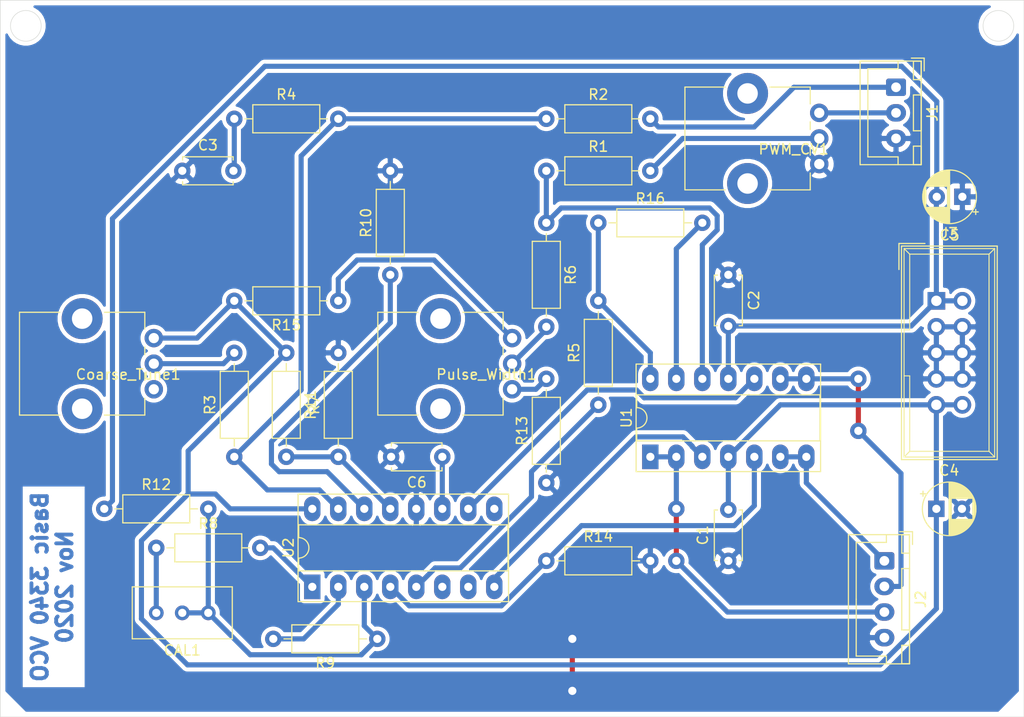
<source format=kicad_pcb>
(kicad_pcb (version 20171130) (host pcbnew "(5.1.7)-1")

  (general
    (thickness 1.6)
    (drawings 12)
    (tracks 135)
    (zones 0)
    (modules 31)
    (nets 34)
  )

  (page A4)
  (layers
    (0 F.Cu signal)
    (31 B.Cu signal)
    (32 B.Adhes user hide)
    (33 F.Adhes user hide)
    (34 B.Paste user hide)
    (35 F.Paste user hide)
    (36 B.SilkS user hide)
    (37 F.SilkS user)
    (38 B.Mask user hide)
    (39 F.Mask user hide)
    (40 Dwgs.User user hide)
    (41 Cmts.User user hide)
    (42 Eco1.User user hide)
    (43 Eco2.User user hide)
    (44 Edge.Cuts user)
    (45 Margin user hide)
    (46 B.CrtYd user hide)
    (47 F.CrtYd user hide)
    (48 B.Fab user hide)
    (49 F.Fab user hide)
  )

  (setup
    (last_trace_width 0.5)
    (trace_clearance 0.4)
    (zone_clearance 0.4)
    (zone_45_only no)
    (trace_min 0.5)
    (via_size 1.6)
    (via_drill 0.8)
    (via_min_size 1.6)
    (via_min_drill 0.8)
    (uvia_size 0.3)
    (uvia_drill 0.1)
    (uvias_allowed no)
    (uvia_min_size 0.2)
    (uvia_min_drill 0.1)
    (edge_width 0.05)
    (segment_width 0.2)
    (pcb_text_width 0.3)
    (pcb_text_size 1.5 1.5)
    (mod_edge_width 0.12)
    (mod_text_size 1 1)
    (mod_text_width 0.15)
    (pad_size 1.524 1.524)
    (pad_drill 0.762)
    (pad_to_mask_clearance 0)
    (aux_axis_origin 0 0)
    (grid_origin 105 120)
    (visible_elements 7FFFFFFF)
    (pcbplotparams
      (layerselection 0x01000_fffffffe)
      (usegerberextensions false)
      (usegerberattributes true)
      (usegerberadvancedattributes true)
      (creategerberjobfile true)
      (excludeedgelayer true)
      (linewidth 0.100000)
      (plotframeref false)
      (viasonmask false)
      (mode 1)
      (useauxorigin false)
      (hpglpennumber 1)
      (hpglpenspeed 20)
      (hpglpendiameter 15.000000)
      (psnegative true)
      (psa4output false)
      (plotreference true)
      (plotvalue true)
      (plotinvisibletext false)
      (padsonsilk false)
      (subtractmaskfromsilk false)
      (outputformat 4)
      (mirror false)
      (drillshape 1)
      (scaleselection 1)
      (outputdirectory ""))
  )

  (net 0 "")
  (net 1 +12V)
  (net 2 GND)
  (net 3 -12V)
  (net 4 "Net-(C3-Pad2)")
  (net 5 "Net-(C6-Pad1)")
  (net 6 "Net-(CAL1-Pad2)")
  (net 7 "Net-(CAL1-Pad1)")
  (net 8 "Net-(R1-Pad1)")
  (net 9 CV)
  (net 10 "Net-(R11-Pad2)")
  (net 11 "Net-(R8-Pad2)")
  (net 12 "Net-(R9-Pad2)")
  (net 13 "Net-(R10-Pad1)")
  (net 14 SQUARE)
  (net 15 PWM)
  (net 16 TRI)
  (net 17 SAW)
  (net 18 "Net-(U2-Pad7)")
  (net 19 "Net-(U2-Pad6)")
  (net 20 "Net-(U2-Pad9)")
  (net 21 PWM_IN)
  (net 22 CV_IN)
  (net 23 SAW_OUT)
  (net 24 TRI_OUT)
  (net 25 SQUARE_OUT)
  (net 26 "Net-(Coarse_Tune1-Pad3)")
  (net 27 "Net-(Coarse_Tune1-Pad2)")
  (net 28 "Net-(Pulse_Width1-Pad2)")
  (net 29 "Net-(PWM_CV1-Pad2)")
  (net 30 "Net-(Pulse_Width1-Pad3)")
  (net 31 "Net-(Pulse_Width1-Pad1)")
  (net 32 "Net-(R16-Pad1)")
  (net 33 "Net-(R16-Pad2)")

  (net_class Default "This is the default net class."
    (clearance 0.4)
    (trace_width 0.5)
    (via_dia 1.6)
    (via_drill 0.8)
    (uvia_dia 0.3)
    (uvia_drill 0.1)
    (diff_pair_width 0.5)
    (diff_pair_gap 0.5)
    (add_net +12V)
    (add_net -12V)
    (add_net CV)
    (add_net CV_IN)
    (add_net GND)
    (add_net "Net-(C3-Pad2)")
    (add_net "Net-(C6-Pad1)")
    (add_net "Net-(CAL1-Pad1)")
    (add_net "Net-(CAL1-Pad2)")
    (add_net "Net-(Coarse_Tune1-Pad2)")
    (add_net "Net-(Coarse_Tune1-Pad3)")
    (add_net "Net-(PWM_CV1-Pad2)")
    (add_net "Net-(Pulse_Width1-Pad1)")
    (add_net "Net-(Pulse_Width1-Pad2)")
    (add_net "Net-(Pulse_Width1-Pad3)")
    (add_net "Net-(R1-Pad1)")
    (add_net "Net-(R10-Pad1)")
    (add_net "Net-(R11-Pad2)")
    (add_net "Net-(R16-Pad1)")
    (add_net "Net-(R16-Pad2)")
    (add_net "Net-(R8-Pad2)")
    (add_net "Net-(R9-Pad2)")
    (add_net "Net-(U2-Pad6)")
    (add_net "Net-(U2-Pad7)")
    (add_net "Net-(U2-Pad9)")
    (add_net PWM)
    (add_net PWM_IN)
    (add_net SAW)
    (add_net SAW_OUT)
    (add_net SQUARE)
    (add_net SQUARE_OUT)
    (add_net TRI)
    (add_net TRI_OUT)
  )

  (module Potentiometer_THT:Potentiometer_Alps_RK09K_Single_Vertical (layer F.Cu) (tedit 5A3D4993) (tstamp 5FA6A5A1)
    (at 185 61 180)
    (descr "Potentiometer, vertical, Alps RK09K Single, http://www.alps.com/prod/info/E/HTML/Potentiometer/RotaryPotentiometers/RK09K/RK09K_list.html")
    (tags "Potentiometer vertical Alps RK09K Single")
    (path /5FACB069)
    (fp_text reference PWM_CV1 (at 2.5 -3.55) (layer F.SilkS)
      (effects (font (size 1 1) (thickness 0.15)))
    )
    (fp_text value "100k Lin" (at 2.5 4.6) (layer F.Fab)
      (effects (font (size 1 1) (thickness 0.15)))
    )
    (fp_text user %R (at 2.5 2.7) (layer F.Fab)
      (effects (font (size 1 1) (thickness 0.15)))
    )
    (fp_circle (center 7.5 -2.5) (end 10.5 -2.5) (layer F.Fab) (width 0.1))
    (fp_line (start 1 -7.4) (end 1 2.4) (layer F.Fab) (width 0.1))
    (fp_line (start 1 2.4) (end 13 2.4) (layer F.Fab) (width 0.1))
    (fp_line (start 13 2.4) (end 13 -7.4) (layer F.Fab) (width 0.1))
    (fp_line (start 13 -7.4) (end 1 -7.4) (layer F.Fab) (width 0.1))
    (fp_line (start 0.88 -7.521) (end 4.817 -7.521) (layer F.SilkS) (width 0.12))
    (fp_line (start 9.184 -7.521) (end 13.12 -7.521) (layer F.SilkS) (width 0.12))
    (fp_line (start 0.88 2.52) (end 4.817 2.52) (layer F.SilkS) (width 0.12))
    (fp_line (start 9.184 2.52) (end 13.12 2.52) (layer F.SilkS) (width 0.12))
    (fp_line (start 0.88 -7.521) (end 0.88 -5.871) (layer F.SilkS) (width 0.12))
    (fp_line (start 0.88 -4.129) (end 0.88 -3.37) (layer F.SilkS) (width 0.12))
    (fp_line (start 0.88 -1.629) (end 0.88 -0.87) (layer F.SilkS) (width 0.12))
    (fp_line (start 0.88 0.87) (end 0.88 2.52) (layer F.SilkS) (width 0.12))
    (fp_line (start 13.12 -7.521) (end 13.12 2.52) (layer F.SilkS) (width 0.12))
    (fp_line (start -1.15 -9.15) (end -1.15 4.15) (layer F.CrtYd) (width 0.05))
    (fp_line (start -1.15 4.15) (end 13.25 4.15) (layer F.CrtYd) (width 0.05))
    (fp_line (start 13.25 4.15) (end 13.25 -9.15) (layer F.CrtYd) (width 0.05))
    (fp_line (start 13.25 -9.15) (end -1.15 -9.15) (layer F.CrtYd) (width 0.05))
    (pad "" np_thru_hole circle (at 7 1.9 180) (size 4 4) (drill 2) (layers *.Cu *.Mask))
    (pad "" np_thru_hole circle (at 7 -6.9 180) (size 4 4) (drill 2) (layers *.Cu *.Mask))
    (pad 1 thru_hole circle (at 0 0 180) (size 1.8 1.8) (drill 1) (layers *.Cu *.Mask)
      (net 21 PWM_IN))
    (pad 2 thru_hole circle (at 0 -2.5 180) (size 1.8 1.8) (drill 1) (layers *.Cu *.Mask)
      (net 29 "Net-(PWM_CV1-Pad2)"))
    (pad 3 thru_hole circle (at 0 -5 180) (size 1.8 1.8) (drill 1) (layers *.Cu *.Mask)
      (net 2 GND))
    (model ${KISYS3DMOD}/Potentiometer_THT.3dshapes/Potentiometer_Alps_RK09K_Single_Vertical.wrl
      (at (xyz 0 0 0))
      (scale (xyz 1 1 1))
      (rotate (xyz 0 0 0))
    )
  )

  (module Potentiometer_THT:Potentiometer_Alps_RK09K_Single_Vertical (layer F.Cu) (tedit 5A3D4993) (tstamp 5FA6A5CB)
    (at 120 83 180)
    (descr "Potentiometer, vertical, Alps RK09K Single, http://www.alps.com/prod/info/E/HTML/Potentiometer/RotaryPotentiometers/RK09K/RK09K_list.html")
    (tags "Potentiometer vertical Alps RK09K Single")
    (path /5FAF95FA)
    (fp_text reference Coarse_Tune1 (at 2.5 -3.55) (layer F.SilkS)
      (effects (font (size 1 1) (thickness 0.15)))
    )
    (fp_text value "100k Lin" (at 2.5 4.6) (layer F.Fab)
      (effects (font (size 1 1) (thickness 0.15)))
    )
    (fp_text user %R (at 2.5 2.7) (layer F.Fab)
      (effects (font (size 1 1) (thickness 0.15)))
    )
    (fp_circle (center 7.5 -2.5) (end 10.5 -2.5) (layer F.Fab) (width 0.1))
    (fp_line (start 1 -7.4) (end 1 2.4) (layer F.Fab) (width 0.1))
    (fp_line (start 1 2.4) (end 13 2.4) (layer F.Fab) (width 0.1))
    (fp_line (start 13 2.4) (end 13 -7.4) (layer F.Fab) (width 0.1))
    (fp_line (start 13 -7.4) (end 1 -7.4) (layer F.Fab) (width 0.1))
    (fp_line (start 0.88 -7.521) (end 4.817 -7.521) (layer F.SilkS) (width 0.12))
    (fp_line (start 9.184 -7.521) (end 13.12 -7.521) (layer F.SilkS) (width 0.12))
    (fp_line (start 0.88 2.52) (end 4.817 2.52) (layer F.SilkS) (width 0.12))
    (fp_line (start 9.184 2.52) (end 13.12 2.52) (layer F.SilkS) (width 0.12))
    (fp_line (start 0.88 -7.521) (end 0.88 -5.871) (layer F.SilkS) (width 0.12))
    (fp_line (start 0.88 -4.129) (end 0.88 -3.37) (layer F.SilkS) (width 0.12))
    (fp_line (start 0.88 -1.629) (end 0.88 -0.87) (layer F.SilkS) (width 0.12))
    (fp_line (start 0.88 0.87) (end 0.88 2.52) (layer F.SilkS) (width 0.12))
    (fp_line (start 13.12 -7.521) (end 13.12 2.52) (layer F.SilkS) (width 0.12))
    (fp_line (start -1.15 -9.15) (end -1.15 4.15) (layer F.CrtYd) (width 0.05))
    (fp_line (start -1.15 4.15) (end 13.25 4.15) (layer F.CrtYd) (width 0.05))
    (fp_line (start 13.25 4.15) (end 13.25 -9.15) (layer F.CrtYd) (width 0.05))
    (fp_line (start 13.25 -9.15) (end -1.15 -9.15) (layer F.CrtYd) (width 0.05))
    (pad "" np_thru_hole circle (at 7 1.9 180) (size 4 4) (drill 2) (layers *.Cu *.Mask))
    (pad "" np_thru_hole circle (at 7 -6.9 180) (size 4 4) (drill 2) (layers *.Cu *.Mask))
    (pad 1 thru_hole circle (at 0 0 180) (size 1.8 1.8) (drill 1) (layers *.Cu *.Mask)
      (net 1 +12V))
    (pad 2 thru_hole circle (at 0 -2.5 180) (size 1.8 1.8) (drill 1) (layers *.Cu *.Mask)
      (net 27 "Net-(Coarse_Tune1-Pad2)"))
    (pad 3 thru_hole circle (at 0 -5 180) (size 1.8 1.8) (drill 1) (layers *.Cu *.Mask)
      (net 26 "Net-(Coarse_Tune1-Pad3)"))
    (model ${KISYS3DMOD}/Potentiometer_THT.3dshapes/Potentiometer_Alps_RK09K_Single_Vertical.wrl
      (at (xyz 0 0 0))
      (scale (xyz 1 1 1))
      (rotate (xyz 0 0 0))
    )
  )

  (module Potentiometer_THT:Potentiometer_Alps_RK09K_Single_Vertical (layer F.Cu) (tedit 5A3D4993) (tstamp 5FA6A5F5)
    (at 155 83 180)
    (descr "Potentiometer, vertical, Alps RK09K Single, http://www.alps.com/prod/info/E/HTML/Potentiometer/RotaryPotentiometers/RK09K/RK09K_list.html")
    (tags "Potentiometer vertical Alps RK09K Single")
    (path /5FABE784)
    (fp_text reference Pulse_Width1 (at 2.5 -3.55) (layer F.SilkS)
      (effects (font (size 1 1) (thickness 0.15)))
    )
    (fp_text value "100k Lin" (at 2.5 4.6) (layer F.Fab)
      (effects (font (size 1 1) (thickness 0.15)))
    )
    (fp_text user %R (at 2.54 7.62) (layer F.Fab)
      (effects (font (size 1 1) (thickness 0.15)))
    )
    (fp_circle (center 7.5 -2.5) (end 10.5 -2.5) (layer F.Fab) (width 0.1))
    (fp_line (start 1 -7.4) (end 1 2.4) (layer F.Fab) (width 0.1))
    (fp_line (start 1 2.4) (end 13 2.4) (layer F.Fab) (width 0.1))
    (fp_line (start 13 2.4) (end 13 -7.4) (layer F.Fab) (width 0.1))
    (fp_line (start 13 -7.4) (end 1 -7.4) (layer F.Fab) (width 0.1))
    (fp_line (start 0.88 -7.521) (end 4.817 -7.521) (layer F.SilkS) (width 0.12))
    (fp_line (start 9.184 -7.521) (end 13.12 -7.521) (layer F.SilkS) (width 0.12))
    (fp_line (start 0.88 2.52) (end 4.817 2.52) (layer F.SilkS) (width 0.12))
    (fp_line (start 9.184 2.52) (end 13.12 2.52) (layer F.SilkS) (width 0.12))
    (fp_line (start 0.88 -7.521) (end 0.88 -5.871) (layer F.SilkS) (width 0.12))
    (fp_line (start 0.88 -4.129) (end 0.88 -3.37) (layer F.SilkS) (width 0.12))
    (fp_line (start 0.88 -1.629) (end 0.88 -0.87) (layer F.SilkS) (width 0.12))
    (fp_line (start 0.88 0.87) (end 0.88 2.52) (layer F.SilkS) (width 0.12))
    (fp_line (start 13.12 -7.521) (end 13.12 2.52) (layer F.SilkS) (width 0.12))
    (fp_line (start -1.15 -9.15) (end -1.15 4.15) (layer F.CrtYd) (width 0.05))
    (fp_line (start -1.15 4.15) (end 13.25 4.15) (layer F.CrtYd) (width 0.05))
    (fp_line (start 13.25 4.15) (end 13.25 -9.15) (layer F.CrtYd) (width 0.05))
    (fp_line (start 13.25 -9.15) (end -1.15 -9.15) (layer F.CrtYd) (width 0.05))
    (pad "" np_thru_hole circle (at 7 1.9 180) (size 4 4) (drill 2) (layers *.Cu *.Mask))
    (pad "" np_thru_hole circle (at 7 -6.9 180) (size 4 4) (drill 2) (layers *.Cu *.Mask))
    (pad 1 thru_hole circle (at 0 0 180) (size 1.8 1.8) (drill 1) (layers *.Cu *.Mask)
      (net 31 "Net-(Pulse_Width1-Pad1)"))
    (pad 2 thru_hole circle (at 0 -2.5 180) (size 1.8 1.8) (drill 1) (layers *.Cu *.Mask)
      (net 28 "Net-(Pulse_Width1-Pad2)"))
    (pad 3 thru_hole circle (at 0 -5 180) (size 1.8 1.8) (drill 1) (layers *.Cu *.Mask)
      (net 30 "Net-(Pulse_Width1-Pad3)"))
    (model ${KISYS3DMOD}/Potentiometer_THT.3dshapes/Potentiometer_Alps_RK09K_Single_Vertical.wrl
      (at (xyz 0 0 0))
      (scale (xyz 1 1 1))
      (rotate (xyz 0 0 0))
    )
  )

  (module Resistor_THT:R_Axial_DIN0207_L6.3mm_D2.5mm_P10.16mm_Horizontal (layer F.Cu) (tedit 5AE5139B) (tstamp 5FA9A316)
    (at 138.02 79.36 180)
    (descr "Resistor, Axial_DIN0207 series, Axial, Horizontal, pin pitch=10.16mm, 0.25W = 1/4W, length*diameter=6.3*2.5mm^2, http://cdn-reichelt.de/documents/datenblatt/B400/1_4W%23YAG.pdf")
    (tags "Resistor Axial_DIN0207 series Axial Horizontal pin pitch 10.16mm 0.25W = 1/4W length 6.3mm diameter 2.5mm")
    (path /5FAFCE26)
    (fp_text reference R15 (at 5.08 -2.37) (layer F.SilkS)
      (effects (font (size 1 1) (thickness 0.15)))
    )
    (fp_text value 470k (at 5.08 2.37) (layer F.Fab)
      (effects (font (size 1 1) (thickness 0.15)))
    )
    (fp_line (start 11.21 -1.5) (end -1.05 -1.5) (layer F.CrtYd) (width 0.05))
    (fp_line (start 11.21 1.5) (end 11.21 -1.5) (layer F.CrtYd) (width 0.05))
    (fp_line (start -1.05 1.5) (end 11.21 1.5) (layer F.CrtYd) (width 0.05))
    (fp_line (start -1.05 -1.5) (end -1.05 1.5) (layer F.CrtYd) (width 0.05))
    (fp_line (start 9.12 0) (end 8.35 0) (layer F.SilkS) (width 0.12))
    (fp_line (start 1.04 0) (end 1.81 0) (layer F.SilkS) (width 0.12))
    (fp_line (start 8.35 -1.37) (end 1.81 -1.37) (layer F.SilkS) (width 0.12))
    (fp_line (start 8.35 1.37) (end 8.35 -1.37) (layer F.SilkS) (width 0.12))
    (fp_line (start 1.81 1.37) (end 8.35 1.37) (layer F.SilkS) (width 0.12))
    (fp_line (start 1.81 -1.37) (end 1.81 1.37) (layer F.SilkS) (width 0.12))
    (fp_line (start 10.16 0) (end 8.23 0) (layer F.Fab) (width 0.1))
    (fp_line (start 0 0) (end 1.93 0) (layer F.Fab) (width 0.1))
    (fp_line (start 8.23 -1.25) (end 1.93 -1.25) (layer F.Fab) (width 0.1))
    (fp_line (start 8.23 1.25) (end 8.23 -1.25) (layer F.Fab) (width 0.1))
    (fp_line (start 1.93 1.25) (end 8.23 1.25) (layer F.Fab) (width 0.1))
    (fp_line (start 1.93 -1.25) (end 1.93 1.25) (layer F.Fab) (width 0.1))
    (fp_text user %R (at 5.08 0) (layer F.Fab)
      (effects (font (size 1 1) (thickness 0.15)))
    )
    (pad 2 thru_hole oval (at 10.16 0 180) (size 1.6 1.6) (drill 0.8) (layers *.Cu *.Mask)
      (net 1 +12V))
    (pad 1 thru_hole circle (at 0 0 180) (size 1.6 1.6) (drill 0.8) (layers *.Cu *.Mask)
      (net 31 "Net-(Pulse_Width1-Pad1)"))
    (model ${KISYS3DMOD}/Resistor_THT.3dshapes/R_Axial_DIN0207_L6.3mm_D2.5mm_P10.16mm_Horizontal.wrl
      (at (xyz 0 0 0))
      (scale (xyz 1 1 1))
      (rotate (xyz 0 0 0))
    )
  )

  (module Resistor_THT:R_Axial_DIN0207_L6.3mm_D2.5mm_P10.16mm_Horizontal (layer F.Cu) (tedit 5AE5139B) (tstamp 5FA9A32D)
    (at 163.42 71.74)
    (descr "Resistor, Axial_DIN0207 series, Axial, Horizontal, pin pitch=10.16mm, 0.25W = 1/4W, length*diameter=6.3*2.5mm^2, http://cdn-reichelt.de/documents/datenblatt/B400/1_4W%23YAG.pdf")
    (tags "Resistor Axial_DIN0207 series Axial Horizontal pin pitch 10.16mm 0.25W = 1/4W length 6.3mm diameter 2.5mm")
    (path /5FAFBEBA)
    (fp_text reference R16 (at 5.08 -2.37) (layer F.SilkS)
      (effects (font (size 1 1) (thickness 0.15)))
    )
    (fp_text value 100k (at 5.08 2.37) (layer F.Fab)
      (effects (font (size 1 1) (thickness 0.15)))
    )
    (fp_line (start 11.21 -1.5) (end -1.05 -1.5) (layer F.CrtYd) (width 0.05))
    (fp_line (start 11.21 1.5) (end 11.21 -1.5) (layer F.CrtYd) (width 0.05))
    (fp_line (start -1.05 1.5) (end 11.21 1.5) (layer F.CrtYd) (width 0.05))
    (fp_line (start -1.05 -1.5) (end -1.05 1.5) (layer F.CrtYd) (width 0.05))
    (fp_line (start 9.12 0) (end 8.35 0) (layer F.SilkS) (width 0.12))
    (fp_line (start 1.04 0) (end 1.81 0) (layer F.SilkS) (width 0.12))
    (fp_line (start 8.35 -1.37) (end 1.81 -1.37) (layer F.SilkS) (width 0.12))
    (fp_line (start 8.35 1.37) (end 8.35 -1.37) (layer F.SilkS) (width 0.12))
    (fp_line (start 1.81 1.37) (end 8.35 1.37) (layer F.SilkS) (width 0.12))
    (fp_line (start 1.81 -1.37) (end 1.81 1.37) (layer F.SilkS) (width 0.12))
    (fp_line (start 10.16 0) (end 8.23 0) (layer F.Fab) (width 0.1))
    (fp_line (start 0 0) (end 1.93 0) (layer F.Fab) (width 0.1))
    (fp_line (start 8.23 -1.25) (end 1.93 -1.25) (layer F.Fab) (width 0.1))
    (fp_line (start 8.23 1.25) (end 8.23 -1.25) (layer F.Fab) (width 0.1))
    (fp_line (start 1.93 1.25) (end 8.23 1.25) (layer F.Fab) (width 0.1))
    (fp_line (start 1.93 -1.25) (end 1.93 1.25) (layer F.Fab) (width 0.1))
    (fp_text user %R (at 5.08 0) (layer F.Fab)
      (effects (font (size 1 1) (thickness 0.15)))
    )
    (pad 2 thru_hole oval (at 10.16 0) (size 1.6 1.6) (drill 0.8) (layers *.Cu *.Mask)
      (net 33 "Net-(R16-Pad2)"))
    (pad 1 thru_hole circle (at 0 0) (size 1.6 1.6) (drill 0.8) (layers *.Cu *.Mask)
      (net 32 "Net-(R16-Pad1)"))
    (model ${KISYS3DMOD}/Resistor_THT.3dshapes/R_Axial_DIN0207_L6.3mm_D2.5mm_P10.16mm_Horizontal.wrl
      (at (xyz 0 0 0))
      (scale (xyz 1 1 1))
      (rotate (xyz 0 0 0))
    )
  )

  (module Resistor_THT:R_Axial_DIN0207_L6.3mm_D2.5mm_P10.16mm_Horizontal (layer F.Cu) (tedit 5AE5139B) (tstamp 5FA9A2D3)
    (at 158.34 97.14 90)
    (descr "Resistor, Axial_DIN0207 series, Axial, Horizontal, pin pitch=10.16mm, 0.25W = 1/4W, length*diameter=6.3*2.5mm^2, http://cdn-reichelt.de/documents/datenblatt/B400/1_4W%23YAG.pdf")
    (tags "Resistor Axial_DIN0207 series Axial Horizontal pin pitch 10.16mm 0.25W = 1/4W length 6.3mm diameter 2.5mm")
    (path /5FB09E7C)
    (fp_text reference R13 (at 5.08 -2.37 90) (layer F.SilkS)
      (effects (font (size 1 1) (thickness 0.15)))
    )
    (fp_text value 1k (at 5.08 2.37 90) (layer F.Fab)
      (effects (font (size 1 1) (thickness 0.15)))
    )
    (fp_line (start 11.21 -1.5) (end -1.05 -1.5) (layer F.CrtYd) (width 0.05))
    (fp_line (start 11.21 1.5) (end 11.21 -1.5) (layer F.CrtYd) (width 0.05))
    (fp_line (start -1.05 1.5) (end 11.21 1.5) (layer F.CrtYd) (width 0.05))
    (fp_line (start -1.05 -1.5) (end -1.05 1.5) (layer F.CrtYd) (width 0.05))
    (fp_line (start 9.12 0) (end 8.35 0) (layer F.SilkS) (width 0.12))
    (fp_line (start 1.04 0) (end 1.81 0) (layer F.SilkS) (width 0.12))
    (fp_line (start 8.35 -1.37) (end 1.81 -1.37) (layer F.SilkS) (width 0.12))
    (fp_line (start 8.35 1.37) (end 8.35 -1.37) (layer F.SilkS) (width 0.12))
    (fp_line (start 1.81 1.37) (end 8.35 1.37) (layer F.SilkS) (width 0.12))
    (fp_line (start 1.81 -1.37) (end 1.81 1.37) (layer F.SilkS) (width 0.12))
    (fp_line (start 10.16 0) (end 8.23 0) (layer F.Fab) (width 0.1))
    (fp_line (start 0 0) (end 1.93 0) (layer F.Fab) (width 0.1))
    (fp_line (start 8.23 -1.25) (end 1.93 -1.25) (layer F.Fab) (width 0.1))
    (fp_line (start 8.23 1.25) (end 8.23 -1.25) (layer F.Fab) (width 0.1))
    (fp_line (start 1.93 1.25) (end 8.23 1.25) (layer F.Fab) (width 0.1))
    (fp_line (start 1.93 -1.25) (end 1.93 1.25) (layer F.Fab) (width 0.1))
    (fp_text user %R (at 5.08 0 90) (layer F.Fab)
      (effects (font (size 1 1) (thickness 0.15)))
    )
    (pad 2 thru_hole oval (at 10.16 0 90) (size 1.6 1.6) (drill 0.8) (layers *.Cu *.Mask)
      (net 30 "Net-(Pulse_Width1-Pad3)"))
    (pad 1 thru_hole circle (at 0 0 90) (size 1.6 1.6) (drill 0.8) (layers *.Cu *.Mask)
      (net 2 GND))
    (model ${KISYS3DMOD}/Resistor_THT.3dshapes/R_Axial_DIN0207_L6.3mm_D2.5mm_P10.16mm_Horizontal.wrl
      (at (xyz 0 0 0))
      (scale (xyz 1 1 1))
      (rotate (xyz 0 0 0))
    )
  )

  (module Resistor_THT:R_Axial_DIN0207_L6.3mm_D2.5mm_P10.16mm_Horizontal (layer F.Cu) (tedit 5AE5139B) (tstamp 5FA6A4A8)
    (at 163.42 89.52 90)
    (descr "Resistor, Axial_DIN0207 series, Axial, Horizontal, pin pitch=10.16mm, 0.25W = 1/4W, length*diameter=6.3*2.5mm^2, http://cdn-reichelt.de/documents/datenblatt/B400/1_4W%23YAG.pdf")
    (tags "Resistor Axial_DIN0207 series Axial Horizontal pin pitch 10.16mm 0.25W = 1/4W length 6.3mm diameter 2.5mm")
    (path /5FAAF6DE)
    (fp_text reference R5 (at 5.08 -2.37 90) (layer F.SilkS)
      (effects (font (size 1 1) (thickness 0.15)))
    )
    (fp_text value 4.7k (at 5.08 2.37 90) (layer F.Fab)
      (effects (font (size 1 1) (thickness 0.15)))
    )
    (fp_line (start 1.93 -1.25) (end 1.93 1.25) (layer F.Fab) (width 0.1))
    (fp_line (start 1.93 1.25) (end 8.23 1.25) (layer F.Fab) (width 0.1))
    (fp_line (start 8.23 1.25) (end 8.23 -1.25) (layer F.Fab) (width 0.1))
    (fp_line (start 8.23 -1.25) (end 1.93 -1.25) (layer F.Fab) (width 0.1))
    (fp_line (start 0 0) (end 1.93 0) (layer F.Fab) (width 0.1))
    (fp_line (start 10.16 0) (end 8.23 0) (layer F.Fab) (width 0.1))
    (fp_line (start 1.81 -1.37) (end 1.81 1.37) (layer F.SilkS) (width 0.12))
    (fp_line (start 1.81 1.37) (end 8.35 1.37) (layer F.SilkS) (width 0.12))
    (fp_line (start 8.35 1.37) (end 8.35 -1.37) (layer F.SilkS) (width 0.12))
    (fp_line (start 8.35 -1.37) (end 1.81 -1.37) (layer F.SilkS) (width 0.12))
    (fp_line (start 1.04 0) (end 1.81 0) (layer F.SilkS) (width 0.12))
    (fp_line (start 9.12 0) (end 8.35 0) (layer F.SilkS) (width 0.12))
    (fp_line (start -1.05 -1.5) (end -1.05 1.5) (layer F.CrtYd) (width 0.05))
    (fp_line (start -1.05 1.5) (end 11.21 1.5) (layer F.CrtYd) (width 0.05))
    (fp_line (start 11.21 1.5) (end 11.21 -1.5) (layer F.CrtYd) (width 0.05))
    (fp_line (start 11.21 -1.5) (end -1.05 -1.5) (layer F.CrtYd) (width 0.05))
    (fp_text user %R (at 5.08 0 90) (layer F.Fab)
      (effects (font (size 1 1) (thickness 0.15)))
    )
    (pad 2 thru_hole oval (at 10.16 0 90) (size 1.6 1.6) (drill 0.8) (layers *.Cu *.Mask)
      (net 32 "Net-(R16-Pad1)"))
    (pad 1 thru_hole circle (at 0 0 90) (size 1.6 1.6) (drill 0.8) (layers *.Cu *.Mask)
      (net 15 PWM))
    (model ${KISYS3DMOD}/Resistor_THT.3dshapes/R_Axial_DIN0207_L6.3mm_D2.5mm_P10.16mm_Horizontal.wrl
      (at (xyz 0 0 0))
      (scale (xyz 1 1 1))
      (rotate (xyz 0 0 0))
    )
  )

  (module Connector_JST:JST_XH_B4B-XH-A_1x04_P2.50mm_Vertical (layer F.Cu) (tedit 5C28146C) (tstamp 5FA6A40D)
    (at 191.36 104.76 270)
    (descr "JST XH series connector, B4B-XH-A (http://www.jst-mfg.com/product/pdf/eng/eXH.pdf), generated with kicad-footprint-generator")
    (tags "connector JST XH vertical")
    (path /5FFF0F8D)
    (fp_text reference J2 (at 3.75 -3.55 90) (layer F.SilkS)
      (effects (font (size 1 1) (thickness 0.15)))
    )
    (fp_text value OUTPUTS (at 3.75 -7.62 90) (layer F.Fab)
      (effects (font (size 1 1) (thickness 0.15)))
    )
    (fp_text user %R (at 3.75 -5.08 90) (layer F.Fab)
      (effects (font (size 1 1) (thickness 0.15)))
    )
    (fp_line (start -2.85 -2.75) (end -2.85 -1.5) (layer F.SilkS) (width 0.12))
    (fp_line (start -1.6 -2.75) (end -2.85 -2.75) (layer F.SilkS) (width 0.12))
    (fp_line (start 9.3 2.75) (end 3.75 2.75) (layer F.SilkS) (width 0.12))
    (fp_line (start 9.3 -0.2) (end 9.3 2.75) (layer F.SilkS) (width 0.12))
    (fp_line (start 10.05 -0.2) (end 9.3 -0.2) (layer F.SilkS) (width 0.12))
    (fp_line (start -1.8 2.75) (end 3.75 2.75) (layer F.SilkS) (width 0.12))
    (fp_line (start -1.8 -0.2) (end -1.8 2.75) (layer F.SilkS) (width 0.12))
    (fp_line (start -2.55 -0.2) (end -1.8 -0.2) (layer F.SilkS) (width 0.12))
    (fp_line (start 10.05 -2.45) (end 8.25 -2.45) (layer F.SilkS) (width 0.12))
    (fp_line (start 10.05 -1.7) (end 10.05 -2.45) (layer F.SilkS) (width 0.12))
    (fp_line (start 8.25 -1.7) (end 10.05 -1.7) (layer F.SilkS) (width 0.12))
    (fp_line (start 8.25 -2.45) (end 8.25 -1.7) (layer F.SilkS) (width 0.12))
    (fp_line (start -0.75 -2.45) (end -2.55 -2.45) (layer F.SilkS) (width 0.12))
    (fp_line (start -0.75 -1.7) (end -0.75 -2.45) (layer F.SilkS) (width 0.12))
    (fp_line (start -2.55 -1.7) (end -0.75 -1.7) (layer F.SilkS) (width 0.12))
    (fp_line (start -2.55 -2.45) (end -2.55 -1.7) (layer F.SilkS) (width 0.12))
    (fp_line (start 6.75 -2.45) (end 0.75 -2.45) (layer F.SilkS) (width 0.12))
    (fp_line (start 6.75 -1.7) (end 6.75 -2.45) (layer F.SilkS) (width 0.12))
    (fp_line (start 0.75 -1.7) (end 6.75 -1.7) (layer F.SilkS) (width 0.12))
    (fp_line (start 0.75 -2.45) (end 0.75 -1.7) (layer F.SilkS) (width 0.12))
    (fp_line (start 0 -1.35) (end 0.625 -2.35) (layer F.Fab) (width 0.1))
    (fp_line (start -0.625 -2.35) (end 0 -1.35) (layer F.Fab) (width 0.1))
    (fp_line (start 10.45 -2.85) (end -2.95 -2.85) (layer F.CrtYd) (width 0.05))
    (fp_line (start 10.45 3.9) (end 10.45 -2.85) (layer F.CrtYd) (width 0.05))
    (fp_line (start -2.95 3.9) (end 10.45 3.9) (layer F.CrtYd) (width 0.05))
    (fp_line (start -2.95 -2.85) (end -2.95 3.9) (layer F.CrtYd) (width 0.05))
    (fp_line (start 10.06 -2.46) (end -2.56 -2.46) (layer F.SilkS) (width 0.12))
    (fp_line (start 10.06 3.51) (end 10.06 -2.46) (layer F.SilkS) (width 0.12))
    (fp_line (start -2.56 3.51) (end 10.06 3.51) (layer F.SilkS) (width 0.12))
    (fp_line (start -2.56 -2.46) (end -2.56 3.51) (layer F.SilkS) (width 0.12))
    (fp_line (start 9.95 -2.35) (end -2.45 -2.35) (layer F.Fab) (width 0.1))
    (fp_line (start 9.95 3.4) (end 9.95 -2.35) (layer F.Fab) (width 0.1))
    (fp_line (start -2.45 3.4) (end 9.95 3.4) (layer F.Fab) (width 0.1))
    (fp_line (start -2.45 -2.35) (end -2.45 3.4) (layer F.Fab) (width 0.1))
    (pad 1 thru_hole roundrect (at 0 0 270) (size 1.7 1.95) (drill 0.95) (layers *.Cu *.Mask) (roundrect_rratio 0.1470588235294118)
      (net 25 SQUARE_OUT))
    (pad 2 thru_hole oval (at 2.5 0 270) (size 1.7 1.95) (drill 0.95) (layers *.Cu *.Mask)
      (net 24 TRI_OUT))
    (pad 3 thru_hole oval (at 5 0 270) (size 1.7 1.95) (drill 0.95) (layers *.Cu *.Mask)
      (net 23 SAW_OUT))
    (pad 4 thru_hole oval (at 7.5 0 270) (size 1.7 1.95) (drill 0.95) (layers *.Cu *.Mask)
      (net 2 GND))
    (model ${KISYS3DMOD}/Connector_JST.3dshapes/JST_XH_B4B-XH-A_1x04_P2.50mm_Vertical.wrl
      (at (xyz 0 0 0))
      (scale (xyz 1 1 1))
      (rotate (xyz 0 0 0))
    )
  )

  (module Package_DIP:DIP-14_W7.62mm_Socket_LongPads (layer F.Cu) (tedit 5A02E8C5) (tstamp 5FA6A61F)
    (at 168.5 94.6 90)
    (descr "14-lead though-hole mounted DIP package, row spacing 7.62 mm (300 mils), Socket, LongPads")
    (tags "THT DIP DIL PDIP 2.54mm 7.62mm 300mil Socket LongPads")
    (path /5FA68458)
    (fp_text reference U1 (at 3.81 -2.33 90) (layer F.SilkS)
      (effects (font (size 1 1) (thickness 0.15)))
    )
    (fp_text value TL074 (at 3.81 17.57 90) (layer F.Fab)
      (effects (font (size 1 1) (thickness 0.15)))
    )
    (fp_line (start 1.635 -1.27) (end 6.985 -1.27) (layer F.Fab) (width 0.1))
    (fp_line (start 6.985 -1.27) (end 6.985 16.51) (layer F.Fab) (width 0.1))
    (fp_line (start 6.985 16.51) (end 0.635 16.51) (layer F.Fab) (width 0.1))
    (fp_line (start 0.635 16.51) (end 0.635 -0.27) (layer F.Fab) (width 0.1))
    (fp_line (start 0.635 -0.27) (end 1.635 -1.27) (layer F.Fab) (width 0.1))
    (fp_line (start -1.27 -1.33) (end -1.27 16.57) (layer F.Fab) (width 0.1))
    (fp_line (start -1.27 16.57) (end 8.89 16.57) (layer F.Fab) (width 0.1))
    (fp_line (start 8.89 16.57) (end 8.89 -1.33) (layer F.Fab) (width 0.1))
    (fp_line (start 8.89 -1.33) (end -1.27 -1.33) (layer F.Fab) (width 0.1))
    (fp_line (start 2.81 -1.33) (end 1.56 -1.33) (layer F.SilkS) (width 0.12))
    (fp_line (start 1.56 -1.33) (end 1.56 16.57) (layer F.SilkS) (width 0.12))
    (fp_line (start 1.56 16.57) (end 6.06 16.57) (layer F.SilkS) (width 0.12))
    (fp_line (start 6.06 16.57) (end 6.06 -1.33) (layer F.SilkS) (width 0.12))
    (fp_line (start 6.06 -1.33) (end 4.81 -1.33) (layer F.SilkS) (width 0.12))
    (fp_line (start -1.44 -1.39) (end -1.44 16.63) (layer F.SilkS) (width 0.12))
    (fp_line (start -1.44 16.63) (end 9.06 16.63) (layer F.SilkS) (width 0.12))
    (fp_line (start 9.06 16.63) (end 9.06 -1.39) (layer F.SilkS) (width 0.12))
    (fp_line (start 9.06 -1.39) (end -1.44 -1.39) (layer F.SilkS) (width 0.12))
    (fp_line (start -1.55 -1.6) (end -1.55 16.85) (layer F.CrtYd) (width 0.05))
    (fp_line (start -1.55 16.85) (end 9.15 16.85) (layer F.CrtYd) (width 0.05))
    (fp_line (start 9.15 16.85) (end 9.15 -1.6) (layer F.CrtYd) (width 0.05))
    (fp_line (start 9.15 -1.6) (end -1.55 -1.6) (layer F.CrtYd) (width 0.05))
    (fp_text user %R (at 3.81 7.62 90) (layer F.Fab)
      (effects (font (size 1 1) (thickness 0.15)))
    )
    (fp_arc (start 3.81 -1.33) (end 2.81 -1.33) (angle -180) (layer F.SilkS) (width 0.12))
    (pad 14 thru_hole oval (at 7.62 0 90) (size 2.4 1.6) (drill 0.8) (layers *.Cu *.Mask)
      (net 32 "Net-(R16-Pad1)"))
    (pad 7 thru_hole oval (at 0 15.24 90) (size 2.4 1.6) (drill 0.8) (layers *.Cu *.Mask)
      (net 25 SQUARE_OUT))
    (pad 13 thru_hole oval (at 7.62 2.54 90) (size 2.4 1.6) (drill 0.8) (layers *.Cu *.Mask)
      (net 33 "Net-(R16-Pad2)"))
    (pad 6 thru_hole oval (at 0 12.7 90) (size 2.4 1.6) (drill 0.8) (layers *.Cu *.Mask)
      (net 25 SQUARE_OUT))
    (pad 12 thru_hole oval (at 7.62 5.08 90) (size 2.4 1.6) (drill 0.8) (layers *.Cu *.Mask)
      (net 8 "Net-(R1-Pad1)"))
    (pad 5 thru_hole oval (at 0 10.16 90) (size 2.4 1.6) (drill 0.8) (layers *.Cu *.Mask)
      (net 14 SQUARE))
    (pad 11 thru_hole oval (at 7.62 7.62 90) (size 2.4 1.6) (drill 0.8) (layers *.Cu *.Mask)
      (net 3 -12V))
    (pad 4 thru_hole oval (at 0 7.62 90) (size 2.4 1.6) (drill 0.8) (layers *.Cu *.Mask)
      (net 1 +12V))
    (pad 10 thru_hole oval (at 7.62 10.16 90) (size 2.4 1.6) (drill 0.8) (layers *.Cu *.Mask)
      (net 16 TRI))
    (pad 3 thru_hole oval (at 0 5.08 90) (size 2.4 1.6) (drill 0.8) (layers *.Cu *.Mask)
      (net 17 SAW))
    (pad 9 thru_hole oval (at 7.62 12.7 90) (size 2.4 1.6) (drill 0.8) (layers *.Cu *.Mask)
      (net 24 TRI_OUT))
    (pad 2 thru_hole oval (at 0 2.54 90) (size 2.4 1.6) (drill 0.8) (layers *.Cu *.Mask)
      (net 23 SAW_OUT))
    (pad 8 thru_hole oval (at 7.62 15.24 90) (size 2.4 1.6) (drill 0.8) (layers *.Cu *.Mask)
      (net 24 TRI_OUT))
    (pad 1 thru_hole rect (at 0 0 90) (size 2.4 1.6) (drill 0.8) (layers *.Cu *.Mask)
      (net 23 SAW_OUT))
    (model ${KISYS3DMOD}/Package_DIP.3dshapes/DIP-14_W7.62mm_Socket.wrl
      (at (xyz 0 0 0))
      (scale (xyz 1 1 1))
      (rotate (xyz 0 0 0))
    )
  )

  (module Connector_JST:JST_XH_B3B-XH-A_1x03_P2.50mm_Vertical (layer F.Cu) (tedit 5C28146C) (tstamp 5FA6A3E2)
    (at 192.5 58.5 270)
    (descr "JST XH series connector, B3B-XH-A (http://www.jst-mfg.com/product/pdf/eng/eXH.pdf), generated with kicad-footprint-generator")
    (tags "connector JST XH vertical")
    (path /60076A1A)
    (fp_text reference J1 (at 2.5 -3.55 90) (layer F.SilkS)
      (effects (font (size 1 1) (thickness 0.15)))
    )
    (fp_text value INPUTS (at 2.5 4.6 90) (layer F.Fab)
      (effects (font (size 1 1) (thickness 0.15)))
    )
    (fp_line (start -2.45 -2.35) (end -2.45 3.4) (layer F.Fab) (width 0.1))
    (fp_line (start -2.45 3.4) (end 7.45 3.4) (layer F.Fab) (width 0.1))
    (fp_line (start 7.45 3.4) (end 7.45 -2.35) (layer F.Fab) (width 0.1))
    (fp_line (start 7.45 -2.35) (end -2.45 -2.35) (layer F.Fab) (width 0.1))
    (fp_line (start -2.56 -2.46) (end -2.56 3.51) (layer F.SilkS) (width 0.12))
    (fp_line (start -2.56 3.51) (end 7.56 3.51) (layer F.SilkS) (width 0.12))
    (fp_line (start 7.56 3.51) (end 7.56 -2.46) (layer F.SilkS) (width 0.12))
    (fp_line (start 7.56 -2.46) (end -2.56 -2.46) (layer F.SilkS) (width 0.12))
    (fp_line (start -2.95 -2.85) (end -2.95 3.9) (layer F.CrtYd) (width 0.05))
    (fp_line (start -2.95 3.9) (end 7.95 3.9) (layer F.CrtYd) (width 0.05))
    (fp_line (start 7.95 3.9) (end 7.95 -2.85) (layer F.CrtYd) (width 0.05))
    (fp_line (start 7.95 -2.85) (end -2.95 -2.85) (layer F.CrtYd) (width 0.05))
    (fp_line (start -0.625 -2.35) (end 0 -1.35) (layer F.Fab) (width 0.1))
    (fp_line (start 0 -1.35) (end 0.625 -2.35) (layer F.Fab) (width 0.1))
    (fp_line (start 0.75 -2.45) (end 0.75 -1.7) (layer F.SilkS) (width 0.12))
    (fp_line (start 0.75 -1.7) (end 4.25 -1.7) (layer F.SilkS) (width 0.12))
    (fp_line (start 4.25 -1.7) (end 4.25 -2.45) (layer F.SilkS) (width 0.12))
    (fp_line (start 4.25 -2.45) (end 0.75 -2.45) (layer F.SilkS) (width 0.12))
    (fp_line (start -2.55 -2.45) (end -2.55 -1.7) (layer F.SilkS) (width 0.12))
    (fp_line (start -2.55 -1.7) (end -0.75 -1.7) (layer F.SilkS) (width 0.12))
    (fp_line (start -0.75 -1.7) (end -0.75 -2.45) (layer F.SilkS) (width 0.12))
    (fp_line (start -0.75 -2.45) (end -2.55 -2.45) (layer F.SilkS) (width 0.12))
    (fp_line (start 5.75 -2.45) (end 5.75 -1.7) (layer F.SilkS) (width 0.12))
    (fp_line (start 5.75 -1.7) (end 7.55 -1.7) (layer F.SilkS) (width 0.12))
    (fp_line (start 7.55 -1.7) (end 7.55 -2.45) (layer F.SilkS) (width 0.12))
    (fp_line (start 7.55 -2.45) (end 5.75 -2.45) (layer F.SilkS) (width 0.12))
    (fp_line (start -2.55 -0.2) (end -1.8 -0.2) (layer F.SilkS) (width 0.12))
    (fp_line (start -1.8 -0.2) (end -1.8 2.75) (layer F.SilkS) (width 0.12))
    (fp_line (start -1.8 2.75) (end 2.5 2.75) (layer F.SilkS) (width 0.12))
    (fp_line (start 7.55 -0.2) (end 6.8 -0.2) (layer F.SilkS) (width 0.12))
    (fp_line (start 6.8 -0.2) (end 6.8 2.75) (layer F.SilkS) (width 0.12))
    (fp_line (start 6.8 2.75) (end 2.5 2.75) (layer F.SilkS) (width 0.12))
    (fp_line (start -1.6 -2.75) (end -2.85 -2.75) (layer F.SilkS) (width 0.12))
    (fp_line (start -2.85 -2.75) (end -2.85 -1.5) (layer F.SilkS) (width 0.12))
    (fp_text user %R (at 2.5 2.7 90) (layer F.Fab)
      (effects (font (size 1 1) (thickness 0.15)))
    )
    (pad 3 thru_hole oval (at 5 0 270) (size 1.7 1.95) (drill 0.95) (layers *.Cu *.Mask)
      (net 2 GND))
    (pad 2 thru_hole oval (at 2.5 0 270) (size 1.7 1.95) (drill 0.95) (layers *.Cu *.Mask)
      (net 21 PWM_IN))
    (pad 1 thru_hole roundrect (at 0 0 270) (size 1.7 1.95) (drill 0.95) (layers *.Cu *.Mask) (roundrect_rratio 0.1470588235294118)
      (net 22 CV_IN))
    (model ${KISYS3DMOD}/Connector_JST.3dshapes/JST_XH_B3B-XH-A_1x03_P2.50mm_Vertical.wrl
      (at (xyz 0 0 0))
      (scale (xyz 1 1 1))
      (rotate (xyz 0 0 0))
    )
  )

  (module Package_DIP:DIP-16_W7.62mm_Socket_LongPads (layer F.Cu) (tedit 5A02E8C5) (tstamp 5FA6A64B)
    (at 135.48 107.3 90)
    (descr "16-lead though-hole mounted DIP package, row spacing 7.62 mm (300 mils), Socket, LongPads")
    (tags "THT DIP DIL PDIP 2.54mm 7.62mm 300mil Socket LongPads")
    (path /5FA60207)
    (fp_text reference U2 (at 3.81 -2.33 90) (layer F.SilkS)
      (effects (font (size 1 1) (thickness 0.15)))
    )
    (fp_text value AS3340 (at 3.81 20.11 90) (layer F.Fab)
      (effects (font (size 1 1) (thickness 0.15)))
    )
    (fp_line (start 1.635 -1.27) (end 6.985 -1.27) (layer F.Fab) (width 0.1))
    (fp_line (start 6.985 -1.27) (end 6.985 19.05) (layer F.Fab) (width 0.1))
    (fp_line (start 6.985 19.05) (end 0.635 19.05) (layer F.Fab) (width 0.1))
    (fp_line (start 0.635 19.05) (end 0.635 -0.27) (layer F.Fab) (width 0.1))
    (fp_line (start 0.635 -0.27) (end 1.635 -1.27) (layer F.Fab) (width 0.1))
    (fp_line (start -1.27 -1.33) (end -1.27 19.11) (layer F.Fab) (width 0.1))
    (fp_line (start -1.27 19.11) (end 8.89 19.11) (layer F.Fab) (width 0.1))
    (fp_line (start 8.89 19.11) (end 8.89 -1.33) (layer F.Fab) (width 0.1))
    (fp_line (start 8.89 -1.33) (end -1.27 -1.33) (layer F.Fab) (width 0.1))
    (fp_line (start 2.81 -1.33) (end 1.56 -1.33) (layer F.SilkS) (width 0.12))
    (fp_line (start 1.56 -1.33) (end 1.56 19.11) (layer F.SilkS) (width 0.12))
    (fp_line (start 1.56 19.11) (end 6.06 19.11) (layer F.SilkS) (width 0.12))
    (fp_line (start 6.06 19.11) (end 6.06 -1.33) (layer F.SilkS) (width 0.12))
    (fp_line (start 6.06 -1.33) (end 4.81 -1.33) (layer F.SilkS) (width 0.12))
    (fp_line (start -1.44 -1.39) (end -1.44 19.17) (layer F.SilkS) (width 0.12))
    (fp_line (start -1.44 19.17) (end 9.06 19.17) (layer F.SilkS) (width 0.12))
    (fp_line (start 9.06 19.17) (end 9.06 -1.39) (layer F.SilkS) (width 0.12))
    (fp_line (start 9.06 -1.39) (end -1.44 -1.39) (layer F.SilkS) (width 0.12))
    (fp_line (start -1.55 -1.6) (end -1.55 19.4) (layer F.CrtYd) (width 0.05))
    (fp_line (start -1.55 19.4) (end 9.15 19.4) (layer F.CrtYd) (width 0.05))
    (fp_line (start 9.15 19.4) (end 9.15 -1.6) (layer F.CrtYd) (width 0.05))
    (fp_line (start 9.15 -1.6) (end -1.55 -1.6) (layer F.CrtYd) (width 0.05))
    (fp_text user %R (at 3.81 8.89 90) (layer F.Fab)
      (effects (font (size 1 1) (thickness 0.15)))
    )
    (fp_arc (start 3.81 -1.33) (end 2.81 -1.33) (angle -180) (layer F.SilkS) (width 0.12))
    (pad 16 thru_hole oval (at 7.62 0 90) (size 2.4 1.6) (drill 0.8) (layers *.Cu *.Mask)
      (net 1 +12V))
    (pad 8 thru_hole oval (at 0 17.78 90) (size 2.4 1.6) (drill 0.8) (layers *.Cu *.Mask)
      (net 17 SAW))
    (pad 15 thru_hole oval (at 7.62 2.54 90) (size 2.4 1.6) (drill 0.8) (layers *.Cu *.Mask)
      (net 9 CV))
    (pad 7 thru_hole oval (at 0 15.24 90) (size 2.4 1.6) (drill 0.8) (layers *.Cu *.Mask)
      (net 18 "Net-(U2-Pad7)"))
    (pad 14 thru_hole oval (at 7.62 5.08 90) (size 2.4 1.6) (drill 0.8) (layers *.Cu *.Mask)
      (net 13 "Net-(R10-Pad1)"))
    (pad 6 thru_hole oval (at 0 12.7 90) (size 2.4 1.6) (drill 0.8) (layers *.Cu *.Mask)
      (net 19 "Net-(U2-Pad6)"))
    (pad 13 thru_hole oval (at 7.62 7.62 90) (size 2.4 1.6) (drill 0.8) (layers *.Cu *.Mask)
      (net 10 "Net-(R11-Pad2)"))
    (pad 5 thru_hole oval (at 0 10.16 90) (size 2.4 1.6) (drill 0.8) (layers *.Cu *.Mask)
      (net 15 PWM))
    (pad 12 thru_hole oval (at 7.62 10.16 90) (size 2.4 1.6) (drill 0.8) (layers *.Cu *.Mask)
      (net 2 GND))
    (pad 4 thru_hole oval (at 0 7.62 90) (size 2.4 1.6) (drill 0.8) (layers *.Cu *.Mask)
      (net 14 SQUARE))
    (pad 11 thru_hole oval (at 7.62 12.7 90) (size 2.4 1.6) (drill 0.8) (layers *.Cu *.Mask)
      (net 5 "Net-(C6-Pad1)"))
    (pad 3 thru_hole oval (at 0 5.08 90) (size 2.4 1.6) (drill 0.8) (layers *.Cu *.Mask)
      (net 6 "Net-(CAL1-Pad2)"))
    (pad 10 thru_hole oval (at 7.62 15.24 90) (size 2.4 1.6) (drill 0.8) (layers *.Cu *.Mask)
      (net 16 TRI))
    (pad 2 thru_hole oval (at 0 2.54 90) (size 2.4 1.6) (drill 0.8) (layers *.Cu *.Mask)
      (net 12 "Net-(R9-Pad2)"))
    (pad 9 thru_hole oval (at 7.62 17.78 90) (size 2.4 1.6) (drill 0.8) (layers *.Cu *.Mask)
      (net 20 "Net-(U2-Pad9)"))
    (pad 1 thru_hole rect (at 0 0 90) (size 2.4 1.6) (drill 0.8) (layers *.Cu *.Mask)
      (net 11 "Net-(R8-Pad2)"))
    (model ${KISYS3DMOD}/Package_DIP.3dshapes/DIP-16_W7.62mm_Socket.wrl
      (at (xyz 0 0 0))
      (scale (xyz 1 1 1))
      (rotate (xyz 0 0 0))
    )
  )

  (module Resistor_THT:R_Axial_DIN0207_L6.3mm_D2.5mm_P10.16mm_Horizontal (layer F.Cu) (tedit 5AE5139B) (tstamp 5FA6A577)
    (at 158.34 104.76)
    (descr "Resistor, Axial_DIN0207 series, Axial, Horizontal, pin pitch=10.16mm, 0.25W = 1/4W, length*diameter=6.3*2.5mm^2, http://cdn-reichelt.de/documents/datenblatt/B400/1_4W%23YAG.pdf")
    (tags "Resistor Axial_DIN0207 series Axial Horizontal pin pitch 10.16mm 0.25W = 1/4W length 6.3mm diameter 2.5mm")
    (path /5FAB060D)
    (fp_text reference R14 (at 5.08 -2.37) (layer F.SilkS)
      (effects (font (size 1 1) (thickness 0.15)))
    )
    (fp_text value 10k (at 5.08 2.37) (layer F.Fab)
      (effects (font (size 1 1) (thickness 0.15)))
    )
    (fp_line (start 1.93 -1.25) (end 1.93 1.25) (layer F.Fab) (width 0.1))
    (fp_line (start 1.93 1.25) (end 8.23 1.25) (layer F.Fab) (width 0.1))
    (fp_line (start 8.23 1.25) (end 8.23 -1.25) (layer F.Fab) (width 0.1))
    (fp_line (start 8.23 -1.25) (end 1.93 -1.25) (layer F.Fab) (width 0.1))
    (fp_line (start 0 0) (end 1.93 0) (layer F.Fab) (width 0.1))
    (fp_line (start 10.16 0) (end 8.23 0) (layer F.Fab) (width 0.1))
    (fp_line (start 1.81 -1.37) (end 1.81 1.37) (layer F.SilkS) (width 0.12))
    (fp_line (start 1.81 1.37) (end 8.35 1.37) (layer F.SilkS) (width 0.12))
    (fp_line (start 8.35 1.37) (end 8.35 -1.37) (layer F.SilkS) (width 0.12))
    (fp_line (start 8.35 -1.37) (end 1.81 -1.37) (layer F.SilkS) (width 0.12))
    (fp_line (start 1.04 0) (end 1.81 0) (layer F.SilkS) (width 0.12))
    (fp_line (start 9.12 0) (end 8.35 0) (layer F.SilkS) (width 0.12))
    (fp_line (start -1.05 -1.5) (end -1.05 1.5) (layer F.CrtYd) (width 0.05))
    (fp_line (start -1.05 1.5) (end 11.21 1.5) (layer F.CrtYd) (width 0.05))
    (fp_line (start 11.21 1.5) (end 11.21 -1.5) (layer F.CrtYd) (width 0.05))
    (fp_line (start 11.21 -1.5) (end -1.05 -1.5) (layer F.CrtYd) (width 0.05))
    (fp_text user %R (at 5.08 0) (layer F.Fab)
      (effects (font (size 1 1) (thickness 0.15)))
    )
    (pad 2 thru_hole oval (at 10.16 0) (size 1.6 1.6) (drill 0.8) (layers *.Cu *.Mask)
      (net 2 GND))
    (pad 1 thru_hole circle (at 0 0) (size 1.6 1.6) (drill 0.8) (layers *.Cu *.Mask)
      (net 14 SQUARE))
    (model ${KISYS3DMOD}/Resistor_THT.3dshapes/R_Axial_DIN0207_L6.3mm_D2.5mm_P10.16mm_Horizontal.wrl
      (at (xyz 0 0 0))
      (scale (xyz 1 1 1))
      (rotate (xyz 0 0 0))
    )
  )

  (module Resistor_THT:R_Axial_DIN0207_L6.3mm_D2.5mm_P10.16mm_Horizontal (layer F.Cu) (tedit 5AE5139B) (tstamp 5FA6A549)
    (at 115.16 99.68)
    (descr "Resistor, Axial_DIN0207 series, Axial, Horizontal, pin pitch=10.16mm, 0.25W = 1/4W, length*diameter=6.3*2.5mm^2, http://cdn-reichelt.de/documents/datenblatt/B400/1_4W%23YAG.pdf")
    (tags "Resistor Axial_DIN0207 series Axial Horizontal pin pitch 10.16mm 0.25W = 1/4W length 6.3mm diameter 2.5mm")
    (path /5FA96DFC)
    (fp_text reference R12 (at 5.08 -2.37) (layer F.SilkS)
      (effects (font (size 1 1) (thickness 0.15)))
    )
    (fp_text value 680r (at 5.08 2.37) (layer F.Fab)
      (effects (font (size 1 1) (thickness 0.15)))
    )
    (fp_line (start 1.93 -1.25) (end 1.93 1.25) (layer F.Fab) (width 0.1))
    (fp_line (start 1.93 1.25) (end 8.23 1.25) (layer F.Fab) (width 0.1))
    (fp_line (start 8.23 1.25) (end 8.23 -1.25) (layer F.Fab) (width 0.1))
    (fp_line (start 8.23 -1.25) (end 1.93 -1.25) (layer F.Fab) (width 0.1))
    (fp_line (start 0 0) (end 1.93 0) (layer F.Fab) (width 0.1))
    (fp_line (start 10.16 0) (end 8.23 0) (layer F.Fab) (width 0.1))
    (fp_line (start 1.81 -1.37) (end 1.81 1.37) (layer F.SilkS) (width 0.12))
    (fp_line (start 1.81 1.37) (end 8.35 1.37) (layer F.SilkS) (width 0.12))
    (fp_line (start 8.35 1.37) (end 8.35 -1.37) (layer F.SilkS) (width 0.12))
    (fp_line (start 8.35 -1.37) (end 1.81 -1.37) (layer F.SilkS) (width 0.12))
    (fp_line (start 1.04 0) (end 1.81 0) (layer F.SilkS) (width 0.12))
    (fp_line (start 9.12 0) (end 8.35 0) (layer F.SilkS) (width 0.12))
    (fp_line (start -1.05 -1.5) (end -1.05 1.5) (layer F.CrtYd) (width 0.05))
    (fp_line (start -1.05 1.5) (end 11.21 1.5) (layer F.CrtYd) (width 0.05))
    (fp_line (start 11.21 1.5) (end 11.21 -1.5) (layer F.CrtYd) (width 0.05))
    (fp_line (start 11.21 -1.5) (end -1.05 -1.5) (layer F.CrtYd) (width 0.05))
    (fp_text user %R (at 5.08 0) (layer F.Fab)
      (effects (font (size 1 1) (thickness 0.15)))
    )
    (pad 2 thru_hole oval (at 10.16 0) (size 1.6 1.6) (drill 0.8) (layers *.Cu *.Mask)
      (net 6 "Net-(CAL1-Pad2)"))
    (pad 1 thru_hole circle (at 0 0) (size 1.6 1.6) (drill 0.8) (layers *.Cu *.Mask)
      (net 3 -12V))
    (model ${KISYS3DMOD}/Resistor_THT.3dshapes/R_Axial_DIN0207_L6.3mm_D2.5mm_P10.16mm_Horizontal.wrl
      (at (xyz 0 0 0))
      (scale (xyz 1 1 1))
      (rotate (xyz 0 0 0))
    )
  )

  (module Resistor_THT:R_Axial_DIN0207_L6.3mm_D2.5mm_P10.16mm_Horizontal (layer F.Cu) (tedit 5AE5139B) (tstamp 5FB092E8)
    (at 132.94 84.44 270)
    (descr "Resistor, Axial_DIN0207 series, Axial, Horizontal, pin pitch=10.16mm, 0.25W = 1/4W, length*diameter=6.3*2.5mm^2, http://cdn-reichelt.de/documents/datenblatt/B400/1_4W%23YAG.pdf")
    (tags "Resistor Axial_DIN0207 series Axial Horizontal pin pitch 10.16mm 0.25W = 1/4W length 6.3mm diameter 2.5mm")
    (path /5FB07009)
    (fp_text reference R11 (at 5.08 -2.37 90) (layer F.SilkS)
      (effects (font (size 1 1) (thickness 0.15)))
    )
    (fp_text value 1.5M (at 5.08 2.37 90) (layer F.Fab)
      (effects (font (size 1 1) (thickness 0.15)))
    )
    (fp_line (start 1.93 -1.25) (end 1.93 1.25) (layer F.Fab) (width 0.1))
    (fp_line (start 1.93 1.25) (end 8.23 1.25) (layer F.Fab) (width 0.1))
    (fp_line (start 8.23 1.25) (end 8.23 -1.25) (layer F.Fab) (width 0.1))
    (fp_line (start 8.23 -1.25) (end 1.93 -1.25) (layer F.Fab) (width 0.1))
    (fp_line (start 0 0) (end 1.93 0) (layer F.Fab) (width 0.1))
    (fp_line (start 10.16 0) (end 8.23 0) (layer F.Fab) (width 0.1))
    (fp_line (start 1.81 -1.37) (end 1.81 1.37) (layer F.SilkS) (width 0.12))
    (fp_line (start 1.81 1.37) (end 8.35 1.37) (layer F.SilkS) (width 0.12))
    (fp_line (start 8.35 1.37) (end 8.35 -1.37) (layer F.SilkS) (width 0.12))
    (fp_line (start 8.35 -1.37) (end 1.81 -1.37) (layer F.SilkS) (width 0.12))
    (fp_line (start 1.04 0) (end 1.81 0) (layer F.SilkS) (width 0.12))
    (fp_line (start 9.12 0) (end 8.35 0) (layer F.SilkS) (width 0.12))
    (fp_line (start -1.05 -1.5) (end -1.05 1.5) (layer F.CrtYd) (width 0.05))
    (fp_line (start -1.05 1.5) (end 11.21 1.5) (layer F.CrtYd) (width 0.05))
    (fp_line (start 11.21 1.5) (end 11.21 -1.5) (layer F.CrtYd) (width 0.05))
    (fp_line (start 11.21 -1.5) (end -1.05 -1.5) (layer F.CrtYd) (width 0.05))
    (fp_text user %R (at 5.08 0 90) (layer F.Fab)
      (effects (font (size 1 1) (thickness 0.15)))
    )
    (pad 2 thru_hole oval (at 10.16 0 270) (size 1.6 1.6) (drill 0.8) (layers *.Cu *.Mask)
      (net 10 "Net-(R11-Pad2)"))
    (pad 1 thru_hole circle (at 0 0 270) (size 1.6 1.6) (drill 0.8) (layers *.Cu *.Mask)
      (net 1 +12V))
    (model ${KISYS3DMOD}/Resistor_THT.3dshapes/R_Axial_DIN0207_L6.3mm_D2.5mm_P10.16mm_Horizontal.wrl
      (at (xyz 0 0 0))
      (scale (xyz 1 1 1))
      (rotate (xyz 0 0 0))
    )
  )

  (module Resistor_THT:R_Axial_DIN0207_L6.3mm_D2.5mm_P10.16mm_Horizontal (layer F.Cu) (tedit 5AE5139B) (tstamp 5FB0925F)
    (at 143.1 76.82 90)
    (descr "Resistor, Axial_DIN0207 series, Axial, Horizontal, pin pitch=10.16mm, 0.25W = 1/4W, length*diameter=6.3*2.5mm^2, http://cdn-reichelt.de/documents/datenblatt/B400/1_4W%23YAG.pdf")
    (tags "Resistor Axial_DIN0207 series Axial Horizontal pin pitch 10.16mm 0.25W = 1/4W length 6.3mm diameter 2.5mm")
    (path /5FB5F563)
    (fp_text reference R10 (at 5.08 -2.37 90) (layer F.SilkS)
      (effects (font (size 1 1) (thickness 0.15)))
    )
    (fp_text value 1.8k (at 5.08 2.37 90) (layer F.Fab)
      (effects (font (size 1 1) (thickness 0.15)))
    )
    (fp_text user %R (at 5.08 0 90) (layer F.Fab)
      (effects (font (size 1 1) (thickness 0.15)))
    )
    (fp_line (start 11.21 -1.5) (end -1.05 -1.5) (layer F.CrtYd) (width 0.05))
    (fp_line (start 11.21 1.5) (end 11.21 -1.5) (layer F.CrtYd) (width 0.05))
    (fp_line (start -1.05 1.5) (end 11.21 1.5) (layer F.CrtYd) (width 0.05))
    (fp_line (start -1.05 -1.5) (end -1.05 1.5) (layer F.CrtYd) (width 0.05))
    (fp_line (start 9.12 0) (end 8.35 0) (layer F.SilkS) (width 0.12))
    (fp_line (start 1.04 0) (end 1.81 0) (layer F.SilkS) (width 0.12))
    (fp_line (start 8.35 -1.37) (end 1.81 -1.37) (layer F.SilkS) (width 0.12))
    (fp_line (start 8.35 1.37) (end 8.35 -1.37) (layer F.SilkS) (width 0.12))
    (fp_line (start 1.81 1.37) (end 8.35 1.37) (layer F.SilkS) (width 0.12))
    (fp_line (start 1.81 -1.37) (end 1.81 1.37) (layer F.SilkS) (width 0.12))
    (fp_line (start 10.16 0) (end 8.23 0) (layer F.Fab) (width 0.1))
    (fp_line (start 0 0) (end 1.93 0) (layer F.Fab) (width 0.1))
    (fp_line (start 8.23 -1.25) (end 1.93 -1.25) (layer F.Fab) (width 0.1))
    (fp_line (start 8.23 1.25) (end 8.23 -1.25) (layer F.Fab) (width 0.1))
    (fp_line (start 1.93 1.25) (end 8.23 1.25) (layer F.Fab) (width 0.1))
    (fp_line (start 1.93 -1.25) (end 1.93 1.25) (layer F.Fab) (width 0.1))
    (pad 1 thru_hole circle (at 0 0 90) (size 1.6 1.6) (drill 0.8) (layers *.Cu *.Mask)
      (net 13 "Net-(R10-Pad1)"))
    (pad 2 thru_hole oval (at 10.16 0 90) (size 1.6 1.6) (drill 0.8) (layers *.Cu *.Mask)
      (net 2 GND))
    (model ${KISYS3DMOD}/Resistor_THT.3dshapes/R_Axial_DIN0207_L6.3mm_D2.5mm_P10.16mm_Horizontal.wrl
      (at (xyz 0 0 0))
      (scale (xyz 1 1 1))
      (rotate (xyz 0 0 0))
    )
  )

  (module Resistor_THT:R_Axial_DIN0207_L6.3mm_D2.5mm_P10.16mm_Horizontal (layer F.Cu) (tedit 5AE5139B) (tstamp 5FA6A504)
    (at 141.83 112.38 180)
    (descr "Resistor, Axial_DIN0207 series, Axial, Horizontal, pin pitch=10.16mm, 0.25W = 1/4W, length*diameter=6.3*2.5mm^2, http://cdn-reichelt.de/documents/datenblatt/B400/1_4W%23YAG.pdf")
    (tags "Resistor Axial_DIN0207 series Axial Horizontal pin pitch 10.16mm 0.25W = 1/4W length 6.3mm diameter 2.5mm")
    (path /5FA63957)
    (fp_text reference R9 (at 5.08 -2.37) (layer F.SilkS)
      (effects (font (size 1 1) (thickness 0.15)))
    )
    (fp_text value 5.6k (at 5.08 2.37) (layer F.Fab)
      (effects (font (size 1 1) (thickness 0.15)))
    )
    (fp_line (start 1.93 -1.25) (end 1.93 1.25) (layer F.Fab) (width 0.1))
    (fp_line (start 1.93 1.25) (end 8.23 1.25) (layer F.Fab) (width 0.1))
    (fp_line (start 8.23 1.25) (end 8.23 -1.25) (layer F.Fab) (width 0.1))
    (fp_line (start 8.23 -1.25) (end 1.93 -1.25) (layer F.Fab) (width 0.1))
    (fp_line (start 0 0) (end 1.93 0) (layer F.Fab) (width 0.1))
    (fp_line (start 10.16 0) (end 8.23 0) (layer F.Fab) (width 0.1))
    (fp_line (start 1.81 -1.37) (end 1.81 1.37) (layer F.SilkS) (width 0.12))
    (fp_line (start 1.81 1.37) (end 8.35 1.37) (layer F.SilkS) (width 0.12))
    (fp_line (start 8.35 1.37) (end 8.35 -1.37) (layer F.SilkS) (width 0.12))
    (fp_line (start 8.35 -1.37) (end 1.81 -1.37) (layer F.SilkS) (width 0.12))
    (fp_line (start 1.04 0) (end 1.81 0) (layer F.SilkS) (width 0.12))
    (fp_line (start 9.12 0) (end 8.35 0) (layer F.SilkS) (width 0.12))
    (fp_line (start -1.05 -1.5) (end -1.05 1.5) (layer F.CrtYd) (width 0.05))
    (fp_line (start -1.05 1.5) (end 11.21 1.5) (layer F.CrtYd) (width 0.05))
    (fp_line (start 11.21 1.5) (end 11.21 -1.5) (layer F.CrtYd) (width 0.05))
    (fp_line (start 11.21 -1.5) (end -1.05 -1.5) (layer F.CrtYd) (width 0.05))
    (fp_text user %R (at 5.08 0) (layer F.Fab)
      (effects (font (size 1 1) (thickness 0.15)))
    )
    (pad 2 thru_hole oval (at 10.16 0 180) (size 1.6 1.6) (drill 0.8) (layers *.Cu *.Mask)
      (net 12 "Net-(R9-Pad2)"))
    (pad 1 thru_hole circle (at 0 0 180) (size 1.6 1.6) (drill 0.8) (layers *.Cu *.Mask)
      (net 6 "Net-(CAL1-Pad2)"))
    (model ${KISYS3DMOD}/Resistor_THT.3dshapes/R_Axial_DIN0207_L6.3mm_D2.5mm_P10.16mm_Horizontal.wrl
      (at (xyz 0 0 0))
      (scale (xyz 1 1 1))
      (rotate (xyz 0 0 0))
    )
  )

  (module Resistor_THT:R_Axial_DIN0207_L6.3mm_D2.5mm_P10.16mm_Horizontal (layer F.Cu) (tedit 5AE5139B) (tstamp 5FA6A4ED)
    (at 120.24 103.49)
    (descr "Resistor, Axial_DIN0207 series, Axial, Horizontal, pin pitch=10.16mm, 0.25W = 1/4W, length*diameter=6.3*2.5mm^2, http://cdn-reichelt.de/documents/datenblatt/B400/1_4W%23YAG.pdf")
    (tags "Resistor Axial_DIN0207 series Axial Horizontal pin pitch 10.16mm 0.25W = 1/4W length 6.3mm diameter 2.5mm")
    (path /5FA62E9A)
    (fp_text reference R8 (at 5.08 -2.37) (layer F.SilkS)
      (effects (font (size 1 1) (thickness 0.15)))
    )
    (fp_text value 24k (at 5.08 2.37) (layer F.Fab)
      (effects (font (size 1 1) (thickness 0.15)))
    )
    (fp_line (start 1.93 -1.25) (end 1.93 1.25) (layer F.Fab) (width 0.1))
    (fp_line (start 1.93 1.25) (end 8.23 1.25) (layer F.Fab) (width 0.1))
    (fp_line (start 8.23 1.25) (end 8.23 -1.25) (layer F.Fab) (width 0.1))
    (fp_line (start 8.23 -1.25) (end 1.93 -1.25) (layer F.Fab) (width 0.1))
    (fp_line (start 0 0) (end 1.93 0) (layer F.Fab) (width 0.1))
    (fp_line (start 10.16 0) (end 8.23 0) (layer F.Fab) (width 0.1))
    (fp_line (start 1.81 -1.37) (end 1.81 1.37) (layer F.SilkS) (width 0.12))
    (fp_line (start 1.81 1.37) (end 8.35 1.37) (layer F.SilkS) (width 0.12))
    (fp_line (start 8.35 1.37) (end 8.35 -1.37) (layer F.SilkS) (width 0.12))
    (fp_line (start 8.35 -1.37) (end 1.81 -1.37) (layer F.SilkS) (width 0.12))
    (fp_line (start 1.04 0) (end 1.81 0) (layer F.SilkS) (width 0.12))
    (fp_line (start 9.12 0) (end 8.35 0) (layer F.SilkS) (width 0.12))
    (fp_line (start -1.05 -1.5) (end -1.05 1.5) (layer F.CrtYd) (width 0.05))
    (fp_line (start -1.05 1.5) (end 11.21 1.5) (layer F.CrtYd) (width 0.05))
    (fp_line (start 11.21 1.5) (end 11.21 -1.5) (layer F.CrtYd) (width 0.05))
    (fp_line (start 11.21 -1.5) (end -1.05 -1.5) (layer F.CrtYd) (width 0.05))
    (fp_text user %R (at 5.08 0) (layer F.Fab)
      (effects (font (size 1 1) (thickness 0.15)))
    )
    (pad 2 thru_hole oval (at 10.16 0) (size 1.6 1.6) (drill 0.8) (layers *.Cu *.Mask)
      (net 11 "Net-(R8-Pad2)"))
    (pad 1 thru_hole circle (at 0 0) (size 1.6 1.6) (drill 0.8) (layers *.Cu *.Mask)
      (net 7 "Net-(CAL1-Pad1)"))
    (model ${KISYS3DMOD}/Resistor_THT.3dshapes/R_Axial_DIN0207_L6.3mm_D2.5mm_P10.16mm_Horizontal.wrl
      (at (xyz 0 0 0))
      (scale (xyz 1 1 1))
      (rotate (xyz 0 0 0))
    )
  )

  (module Resistor_THT:R_Axial_DIN0207_L6.3mm_D2.5mm_P10.16mm_Horizontal (layer F.Cu) (tedit 5AE5139B) (tstamp 5FA6A4D6)
    (at 138.02 94.6 90)
    (descr "Resistor, Axial_DIN0207 series, Axial, Horizontal, pin pitch=10.16mm, 0.25W = 1/4W, length*diameter=6.3*2.5mm^2, http://cdn-reichelt.de/documents/datenblatt/B400/1_4W%23YAG.pdf")
    (tags "Resistor Axial_DIN0207 series Axial Horizontal pin pitch 10.16mm 0.25W = 1/4W length 6.3mm diameter 2.5mm")
    (path /5FB37B6B)
    (fp_text reference R7 (at 5.08 -2.37 90) (layer F.SilkS)
      (effects (font (size 1 1) (thickness 0.15)))
    )
    (fp_text value 470R (at 5.08 2.37 90) (layer F.Fab)
      (effects (font (size 1 1) (thickness 0.15)))
    )
    (fp_line (start 1.93 -1.25) (end 1.93 1.25) (layer F.Fab) (width 0.1))
    (fp_line (start 1.93 1.25) (end 8.23 1.25) (layer F.Fab) (width 0.1))
    (fp_line (start 8.23 1.25) (end 8.23 -1.25) (layer F.Fab) (width 0.1))
    (fp_line (start 8.23 -1.25) (end 1.93 -1.25) (layer F.Fab) (width 0.1))
    (fp_line (start 0 0) (end 1.93 0) (layer F.Fab) (width 0.1))
    (fp_line (start 10.16 0) (end 8.23 0) (layer F.Fab) (width 0.1))
    (fp_line (start 1.81 -1.37) (end 1.81 1.37) (layer F.SilkS) (width 0.12))
    (fp_line (start 1.81 1.37) (end 8.35 1.37) (layer F.SilkS) (width 0.12))
    (fp_line (start 8.35 1.37) (end 8.35 -1.37) (layer F.SilkS) (width 0.12))
    (fp_line (start 8.35 -1.37) (end 1.81 -1.37) (layer F.SilkS) (width 0.12))
    (fp_line (start 1.04 0) (end 1.81 0) (layer F.SilkS) (width 0.12))
    (fp_line (start 9.12 0) (end 8.35 0) (layer F.SilkS) (width 0.12))
    (fp_line (start -1.05 -1.5) (end -1.05 1.5) (layer F.CrtYd) (width 0.05))
    (fp_line (start -1.05 1.5) (end 11.21 1.5) (layer F.CrtYd) (width 0.05))
    (fp_line (start 11.21 1.5) (end 11.21 -1.5) (layer F.CrtYd) (width 0.05))
    (fp_line (start 11.21 -1.5) (end -1.05 -1.5) (layer F.CrtYd) (width 0.05))
    (fp_text user %R (at 5.08 0 90) (layer F.Fab)
      (effects (font (size 1 1) (thickness 0.15)))
    )
    (pad 2 thru_hole oval (at 10.16 0 90) (size 1.6 1.6) (drill 0.8) (layers *.Cu *.Mask)
      (net 2 GND))
    (pad 1 thru_hole circle (at 0 0 90) (size 1.6 1.6) (drill 0.8) (layers *.Cu *.Mask)
      (net 10 "Net-(R11-Pad2)"))
    (model ${KISYS3DMOD}/Resistor_THT.3dshapes/R_Axial_DIN0207_L6.3mm_D2.5mm_P10.16mm_Horizontal.wrl
      (at (xyz 0 0 0))
      (scale (xyz 1 1 1))
      (rotate (xyz 0 0 0))
    )
  )

  (module Resistor_THT:R_Axial_DIN0207_L6.3mm_D2.5mm_P10.16mm_Horizontal (layer F.Cu) (tedit 5AE5139B) (tstamp 5FA6A4BF)
    (at 158.34 71.74 270)
    (descr "Resistor, Axial_DIN0207 series, Axial, Horizontal, pin pitch=10.16mm, 0.25W = 1/4W, length*diameter=6.3*2.5mm^2, http://cdn-reichelt.de/documents/datenblatt/B400/1_4W%23YAG.pdf")
    (tags "Resistor Axial_DIN0207 series Axial Horizontal pin pitch 10.16mm 0.25W = 1/4W length 6.3mm diameter 2.5mm")
    (path /5FABF9F1)
    (fp_text reference R6 (at 5.08 -2.37 90) (layer F.SilkS)
      (effects (font (size 1 1) (thickness 0.15)))
    )
    (fp_text value 470k (at 5.08 2.37 90) (layer F.Fab)
      (effects (font (size 1 1) (thickness 0.15)))
    )
    (fp_line (start 1.93 -1.25) (end 1.93 1.25) (layer F.Fab) (width 0.1))
    (fp_line (start 1.93 1.25) (end 8.23 1.25) (layer F.Fab) (width 0.1))
    (fp_line (start 8.23 1.25) (end 8.23 -1.25) (layer F.Fab) (width 0.1))
    (fp_line (start 8.23 -1.25) (end 1.93 -1.25) (layer F.Fab) (width 0.1))
    (fp_line (start 0 0) (end 1.93 0) (layer F.Fab) (width 0.1))
    (fp_line (start 10.16 0) (end 8.23 0) (layer F.Fab) (width 0.1))
    (fp_line (start 1.81 -1.37) (end 1.81 1.37) (layer F.SilkS) (width 0.12))
    (fp_line (start 1.81 1.37) (end 8.35 1.37) (layer F.SilkS) (width 0.12))
    (fp_line (start 8.35 1.37) (end 8.35 -1.37) (layer F.SilkS) (width 0.12))
    (fp_line (start 8.35 -1.37) (end 1.81 -1.37) (layer F.SilkS) (width 0.12))
    (fp_line (start 1.04 0) (end 1.81 0) (layer F.SilkS) (width 0.12))
    (fp_line (start 9.12 0) (end 8.35 0) (layer F.SilkS) (width 0.12))
    (fp_line (start -1.05 -1.5) (end -1.05 1.5) (layer F.CrtYd) (width 0.05))
    (fp_line (start -1.05 1.5) (end 11.21 1.5) (layer F.CrtYd) (width 0.05))
    (fp_line (start 11.21 1.5) (end 11.21 -1.5) (layer F.CrtYd) (width 0.05))
    (fp_line (start 11.21 -1.5) (end -1.05 -1.5) (layer F.CrtYd) (width 0.05))
    (fp_text user %R (at 5.08 0 90) (layer F.Fab)
      (effects (font (size 1 1) (thickness 0.15)))
    )
    (pad 2 thru_hole oval (at 10.16 0 270) (size 1.6 1.6) (drill 0.8) (layers *.Cu *.Mask)
      (net 28 "Net-(Pulse_Width1-Pad2)"))
    (pad 1 thru_hole circle (at 0 0 270) (size 1.6 1.6) (drill 0.8) (layers *.Cu *.Mask)
      (net 8 "Net-(R1-Pad1)"))
    (model ${KISYS3DMOD}/Resistor_THT.3dshapes/R_Axial_DIN0207_L6.3mm_D2.5mm_P10.16mm_Horizontal.wrl
      (at (xyz 0 0 0))
      (scale (xyz 1 1 1))
      (rotate (xyz 0 0 0))
    )
  )

  (module Resistor_THT:R_Axial_DIN0207_L6.3mm_D2.5mm_P10.16mm_Horizontal (layer F.Cu) (tedit 5AE5139B) (tstamp 5FA6A491)
    (at 127.86 61.58)
    (descr "Resistor, Axial_DIN0207 series, Axial, Horizontal, pin pitch=10.16mm, 0.25W = 1/4W, length*diameter=6.3*2.5mm^2, http://cdn-reichelt.de/documents/datenblatt/B400/1_4W%23YAG.pdf")
    (tags "Resistor Axial_DIN0207 series Axial Horizontal pin pitch 10.16mm 0.25W = 1/4W length 6.3mm diameter 2.5mm")
    (path /5FB8CB37)
    (fp_text reference R4 (at 5.08 -2.37) (layer F.SilkS)
      (effects (font (size 1 1) (thickness 0.15)))
    )
    (fp_text value 470R (at 5.08 2.37) (layer F.Fab)
      (effects (font (size 1 1) (thickness 0.15)))
    )
    (fp_line (start 1.93 -1.25) (end 1.93 1.25) (layer F.Fab) (width 0.1))
    (fp_line (start 1.93 1.25) (end 8.23 1.25) (layer F.Fab) (width 0.1))
    (fp_line (start 8.23 1.25) (end 8.23 -1.25) (layer F.Fab) (width 0.1))
    (fp_line (start 8.23 -1.25) (end 1.93 -1.25) (layer F.Fab) (width 0.1))
    (fp_line (start 0 0) (end 1.93 0) (layer F.Fab) (width 0.1))
    (fp_line (start 10.16 0) (end 8.23 0) (layer F.Fab) (width 0.1))
    (fp_line (start 1.81 -1.37) (end 1.81 1.37) (layer F.SilkS) (width 0.12))
    (fp_line (start 1.81 1.37) (end 8.35 1.37) (layer F.SilkS) (width 0.12))
    (fp_line (start 8.35 1.37) (end 8.35 -1.37) (layer F.SilkS) (width 0.12))
    (fp_line (start 8.35 -1.37) (end 1.81 -1.37) (layer F.SilkS) (width 0.12))
    (fp_line (start 1.04 0) (end 1.81 0) (layer F.SilkS) (width 0.12))
    (fp_line (start 9.12 0) (end 8.35 0) (layer F.SilkS) (width 0.12))
    (fp_line (start -1.05 -1.5) (end -1.05 1.5) (layer F.CrtYd) (width 0.05))
    (fp_line (start -1.05 1.5) (end 11.21 1.5) (layer F.CrtYd) (width 0.05))
    (fp_line (start 11.21 1.5) (end 11.21 -1.5) (layer F.CrtYd) (width 0.05))
    (fp_line (start 11.21 -1.5) (end -1.05 -1.5) (layer F.CrtYd) (width 0.05))
    (fp_text user %R (at 5.08 0) (layer F.Fab)
      (effects (font (size 1 1) (thickness 0.15)))
    )
    (pad 2 thru_hole oval (at 10.16 0) (size 1.6 1.6) (drill 0.8) (layers *.Cu *.Mask)
      (net 9 CV))
    (pad 1 thru_hole circle (at 0 0) (size 1.6 1.6) (drill 0.8) (layers *.Cu *.Mask)
      (net 4 "Net-(C3-Pad2)"))
    (model ${KISYS3DMOD}/Resistor_THT.3dshapes/R_Axial_DIN0207_L6.3mm_D2.5mm_P10.16mm_Horizontal.wrl
      (at (xyz 0 0 0))
      (scale (xyz 1 1 1))
      (rotate (xyz 0 0 0))
    )
  )

  (module Resistor_THT:R_Axial_DIN0207_L6.3mm_D2.5mm_P10.16mm_Horizontal (layer F.Cu) (tedit 5AE5139B) (tstamp 5FB091C0)
    (at 127.86 94.6 90)
    (descr "Resistor, Axial_DIN0207 series, Axial, Horizontal, pin pitch=10.16mm, 0.25W = 1/4W, length*diameter=6.3*2.5mm^2, http://cdn-reichelt.de/documents/datenblatt/B400/1_4W%23YAG.pdf")
    (tags "Resistor Axial_DIN0207 series Axial Horizontal pin pitch 10.16mm 0.25W = 1/4W length 6.3mm diameter 2.5mm")
    (path /5FB01150)
    (fp_text reference R3 (at 5.08 -2.37 90) (layer F.SilkS)
      (effects (font (size 1 1) (thickness 0.15)))
    )
    (fp_text value 100k (at 5.08 2.37 90) (layer F.Fab)
      (effects (font (size 1 1) (thickness 0.15)))
    )
    (fp_line (start 1.93 -1.25) (end 1.93 1.25) (layer F.Fab) (width 0.1))
    (fp_line (start 1.93 1.25) (end 8.23 1.25) (layer F.Fab) (width 0.1))
    (fp_line (start 8.23 1.25) (end 8.23 -1.25) (layer F.Fab) (width 0.1))
    (fp_line (start 8.23 -1.25) (end 1.93 -1.25) (layer F.Fab) (width 0.1))
    (fp_line (start 0 0) (end 1.93 0) (layer F.Fab) (width 0.1))
    (fp_line (start 10.16 0) (end 8.23 0) (layer F.Fab) (width 0.1))
    (fp_line (start 1.81 -1.37) (end 1.81 1.37) (layer F.SilkS) (width 0.12))
    (fp_line (start 1.81 1.37) (end 8.35 1.37) (layer F.SilkS) (width 0.12))
    (fp_line (start 8.35 1.37) (end 8.35 -1.37) (layer F.SilkS) (width 0.12))
    (fp_line (start 8.35 -1.37) (end 1.81 -1.37) (layer F.SilkS) (width 0.12))
    (fp_line (start 1.04 0) (end 1.81 0) (layer F.SilkS) (width 0.12))
    (fp_line (start 9.12 0) (end 8.35 0) (layer F.SilkS) (width 0.12))
    (fp_line (start -1.05 -1.5) (end -1.05 1.5) (layer F.CrtYd) (width 0.05))
    (fp_line (start -1.05 1.5) (end 11.21 1.5) (layer F.CrtYd) (width 0.05))
    (fp_line (start 11.21 1.5) (end 11.21 -1.5) (layer F.CrtYd) (width 0.05))
    (fp_line (start 11.21 -1.5) (end -1.05 -1.5) (layer F.CrtYd) (width 0.05))
    (fp_text user %R (at 5.08 0 90) (layer F.Fab)
      (effects (font (size 1 1) (thickness 0.15)))
    )
    (pad 2 thru_hole oval (at 10.16 0 90) (size 1.6 1.6) (drill 0.8) (layers *.Cu *.Mask)
      (net 27 "Net-(Coarse_Tune1-Pad2)"))
    (pad 1 thru_hole circle (at 0 0 90) (size 1.6 1.6) (drill 0.8) (layers *.Cu *.Mask)
      (net 9 CV))
    (model ${KISYS3DMOD}/Resistor_THT.3dshapes/R_Axial_DIN0207_L6.3mm_D2.5mm_P10.16mm_Horizontal.wrl
      (at (xyz 0 0 0))
      (scale (xyz 1 1 1))
      (rotate (xyz 0 0 0))
    )
  )

  (module Resistor_THT:R_Axial_DIN0207_L6.3mm_D2.5mm_P10.16mm_Horizontal (layer F.Cu) (tedit 5AE5139B) (tstamp 5FA6A463)
    (at 158.34 61.58)
    (descr "Resistor, Axial_DIN0207 series, Axial, Horizontal, pin pitch=10.16mm, 0.25W = 1/4W, length*diameter=6.3*2.5mm^2, http://cdn-reichelt.de/documents/datenblatt/B400/1_4W%23YAG.pdf")
    (tags "Resistor Axial_DIN0207 series Axial Horizontal pin pitch 10.16mm 0.25W = 1/4W length 6.3mm diameter 2.5mm")
    (path /5FB76990)
    (fp_text reference R2 (at 5.08 -2.37) (layer F.SilkS)
      (effects (font (size 1 1) (thickness 0.15)))
    )
    (fp_text value 100k (at 5.08 2.37) (layer F.Fab)
      (effects (font (size 1 1) (thickness 0.15)))
    )
    (fp_line (start 1.93 -1.25) (end 1.93 1.25) (layer F.Fab) (width 0.1))
    (fp_line (start 1.93 1.25) (end 8.23 1.25) (layer F.Fab) (width 0.1))
    (fp_line (start 8.23 1.25) (end 8.23 -1.25) (layer F.Fab) (width 0.1))
    (fp_line (start 8.23 -1.25) (end 1.93 -1.25) (layer F.Fab) (width 0.1))
    (fp_line (start 0 0) (end 1.93 0) (layer F.Fab) (width 0.1))
    (fp_line (start 10.16 0) (end 8.23 0) (layer F.Fab) (width 0.1))
    (fp_line (start 1.81 -1.37) (end 1.81 1.37) (layer F.SilkS) (width 0.12))
    (fp_line (start 1.81 1.37) (end 8.35 1.37) (layer F.SilkS) (width 0.12))
    (fp_line (start 8.35 1.37) (end 8.35 -1.37) (layer F.SilkS) (width 0.12))
    (fp_line (start 8.35 -1.37) (end 1.81 -1.37) (layer F.SilkS) (width 0.12))
    (fp_line (start 1.04 0) (end 1.81 0) (layer F.SilkS) (width 0.12))
    (fp_line (start 9.12 0) (end 8.35 0) (layer F.SilkS) (width 0.12))
    (fp_line (start -1.05 -1.5) (end -1.05 1.5) (layer F.CrtYd) (width 0.05))
    (fp_line (start -1.05 1.5) (end 11.21 1.5) (layer F.CrtYd) (width 0.05))
    (fp_line (start 11.21 1.5) (end 11.21 -1.5) (layer F.CrtYd) (width 0.05))
    (fp_line (start 11.21 -1.5) (end -1.05 -1.5) (layer F.CrtYd) (width 0.05))
    (fp_text user %R (at 5.08 0) (layer F.Fab)
      (effects (font (size 1 1) (thickness 0.15)))
    )
    (pad 2 thru_hole oval (at 10.16 0) (size 1.6 1.6) (drill 0.8) (layers *.Cu *.Mask)
      (net 22 CV_IN))
    (pad 1 thru_hole circle (at 0 0) (size 1.6 1.6) (drill 0.8) (layers *.Cu *.Mask)
      (net 9 CV))
    (model ${KISYS3DMOD}/Resistor_THT.3dshapes/R_Axial_DIN0207_L6.3mm_D2.5mm_P10.16mm_Horizontal.wrl
      (at (xyz 0 0 0))
      (scale (xyz 1 1 1))
      (rotate (xyz 0 0 0))
    )
  )

  (module Resistor_THT:R_Axial_DIN0207_L6.3mm_D2.5mm_P10.16mm_Horizontal (layer F.Cu) (tedit 5AE5139B) (tstamp 5FA6A44C)
    (at 158.34 66.66)
    (descr "Resistor, Axial_DIN0207 series, Axial, Horizontal, pin pitch=10.16mm, 0.25W = 1/4W, length*diameter=6.3*2.5mm^2, http://cdn-reichelt.de/documents/datenblatt/B400/1_4W%23YAG.pdf")
    (tags "Resistor Axial_DIN0207 series Axial Horizontal pin pitch 10.16mm 0.25W = 1/4W length 6.3mm diameter 2.5mm")
    (path /5FACDA16)
    (fp_text reference R1 (at 5.08 -2.37) (layer F.SilkS)
      (effects (font (size 1 1) (thickness 0.15)))
    )
    (fp_text value 470k (at 5.08 2.37) (layer F.Fab)
      (effects (font (size 1 1) (thickness 0.15)))
    )
    (fp_line (start 1.93 -1.25) (end 1.93 1.25) (layer F.Fab) (width 0.1))
    (fp_line (start 1.93 1.25) (end 8.23 1.25) (layer F.Fab) (width 0.1))
    (fp_line (start 8.23 1.25) (end 8.23 -1.25) (layer F.Fab) (width 0.1))
    (fp_line (start 8.23 -1.25) (end 1.93 -1.25) (layer F.Fab) (width 0.1))
    (fp_line (start 0 0) (end 1.93 0) (layer F.Fab) (width 0.1))
    (fp_line (start 10.16 0) (end 8.23 0) (layer F.Fab) (width 0.1))
    (fp_line (start 1.81 -1.37) (end 1.81 1.37) (layer F.SilkS) (width 0.12))
    (fp_line (start 1.81 1.37) (end 8.35 1.37) (layer F.SilkS) (width 0.12))
    (fp_line (start 8.35 1.37) (end 8.35 -1.37) (layer F.SilkS) (width 0.12))
    (fp_line (start 8.35 -1.37) (end 1.81 -1.37) (layer F.SilkS) (width 0.12))
    (fp_line (start 1.04 0) (end 1.81 0) (layer F.SilkS) (width 0.12))
    (fp_line (start 9.12 0) (end 8.35 0) (layer F.SilkS) (width 0.12))
    (fp_line (start -1.05 -1.5) (end -1.05 1.5) (layer F.CrtYd) (width 0.05))
    (fp_line (start -1.05 1.5) (end 11.21 1.5) (layer F.CrtYd) (width 0.05))
    (fp_line (start 11.21 1.5) (end 11.21 -1.5) (layer F.CrtYd) (width 0.05))
    (fp_line (start 11.21 -1.5) (end -1.05 -1.5) (layer F.CrtYd) (width 0.05))
    (fp_text user %R (at 5.08 0) (layer F.Fab)
      (effects (font (size 1 1) (thickness 0.15)))
    )
    (pad 2 thru_hole oval (at 10.16 0) (size 1.6 1.6) (drill 0.8) (layers *.Cu *.Mask)
      (net 29 "Net-(PWM_CV1-Pad2)"))
    (pad 1 thru_hole circle (at 0 0) (size 1.6 1.6) (drill 0.8) (layers *.Cu *.Mask)
      (net 8 "Net-(R1-Pad1)"))
    (model ${KISYS3DMOD}/Resistor_THT.3dshapes/R_Axial_DIN0207_L6.3mm_D2.5mm_P10.16mm_Horizontal.wrl
      (at (xyz 0 0 0))
      (scale (xyz 1 1 1))
      (rotate (xyz 0 0 0))
    )
  )

  (module Connector_IDC:IDC-Header_2x05_P2.54mm_Vertical (layer F.Cu) (tedit 5F8B45FE) (tstamp 5FA6A435)
    (at 196.44 79.36)
    (descr "Through hole straight IDC box header, 2x05, 2.54mm pitch, double rows")
    (tags "Through hole IDC box header THT 2x05 2.54mm double row")
    (path /5FCE7243)
    (fp_text reference J3 (at 1.27 -6.604) (layer F.SilkS)
      (effects (font (size 1 1) (thickness 0.15)))
    )
    (fp_text value Conn_02x05_Odd_Even (at 1.27 16.764) (layer F.Fab)
      (effects (font (size 1 1) (thickness 0.15)))
    )
    (fp_line (start -3.655 -5.6) (end -1.115 -5.6) (layer F.SilkS) (width 0.12))
    (fp_line (start -3.655 -5.6) (end -3.655 -3.06) (layer F.SilkS) (width 0.12))
    (fp_line (start -3.405 -5.35) (end 5.945 -5.35) (layer F.SilkS) (width 0.12))
    (fp_line (start -3.405 15.51) (end -3.405 -5.35) (layer F.SilkS) (width 0.12))
    (fp_line (start 5.945 15.51) (end -3.405 15.51) (layer F.SilkS) (width 0.12))
    (fp_line (start 5.945 -5.35) (end 5.945 15.51) (layer F.SilkS) (width 0.12))
    (fp_line (start -3.41 -5.35) (end 5.95 -5.35) (layer F.CrtYd) (width 0.05))
    (fp_line (start -3.41 15.51) (end -3.41 -5.35) (layer F.CrtYd) (width 0.05))
    (fp_line (start 5.95 15.51) (end -3.41 15.51) (layer F.CrtYd) (width 0.05))
    (fp_line (start 5.95 -5.35) (end 5.95 15.51) (layer F.CrtYd) (width 0.05))
    (fp_line (start -3.155 15.26) (end -2.605 14.7) (layer F.SilkS) (width 0.1))
    (fp_line (start -3.155 -5.1) (end -2.605 -4.56) (layer F.SilkS) (width 0.1))
    (fp_line (start 5.695 15.26) (end 5.145 14.7) (layer F.SilkS) (width 0.1))
    (fp_line (start 5.695 -5.1) (end 5.145 -4.56) (layer F.SilkS) (width 0.1))
    (fp_line (start 5.145 14.7) (end -2.605 14.7) (layer F.SilkS) (width 0.1))
    (fp_line (start 5.695 15.26) (end -3.155 15.26) (layer F.SilkS) (width 0.1))
    (fp_line (start 5.145 -4.56) (end -2.605 -4.56) (layer F.SilkS) (width 0.1))
    (fp_line (start 5.695 -5.1) (end -3.155 -5.1) (layer F.SilkS) (width 0.1))
    (fp_line (start -2.605 7.33) (end -3.155 7.33) (layer F.SilkS) (width 0.1))
    (fp_line (start -2.605 2.83) (end -3.155 2.83) (layer F.SilkS) (width 0.1))
    (fp_line (start -2.605 7.33) (end -2.605 14.7) (layer F.SilkS) (width 0.1))
    (fp_line (start -2.605 -4.56) (end -2.605 2.83) (layer F.SilkS) (width 0.1))
    (fp_line (start -3.155 -5.1) (end -3.155 15.26) (layer F.SilkS) (width 0.1))
    (fp_line (start 5.145 -4.56) (end 5.145 14.7) (layer F.SilkS) (width 0.1))
    (fp_line (start 5.695 -5.1) (end 5.695 15.26) (layer F.SilkS) (width 0.1))
    (fp_text user %R (at 1.27 5.08) (layer F.Fab)
      (effects (font (size 1 1) (thickness 0.15)))
    )
    (pad 10 thru_hole oval (at 2.54 10.16) (size 1.7272 1.7272) (drill 1.016) (layers *.Cu *.Mask)
      (net 1 +12V))
    (pad 9 thru_hole oval (at 0 10.16) (size 1.7272 1.7272) (drill 1.016) (layers *.Cu *.Mask)
      (net 1 +12V))
    (pad 8 thru_hole oval (at 2.54 7.62) (size 1.7272 1.7272) (drill 1.016) (layers *.Cu *.Mask)
      (net 2 GND))
    (pad 7 thru_hole oval (at 0 7.62) (size 1.7272 1.7272) (drill 1.016) (layers *.Cu *.Mask)
      (net 2 GND))
    (pad 6 thru_hole oval (at 2.54 5.08) (size 1.7272 1.7272) (drill 1.016) (layers *.Cu *.Mask)
      (net 2 GND))
    (pad 5 thru_hole oval (at 0 5.08) (size 1.7272 1.7272) (drill 1.016) (layers *.Cu *.Mask)
      (net 2 GND))
    (pad 4 thru_hole oval (at 2.54 2.54) (size 1.7272 1.7272) (drill 1.016) (layers *.Cu *.Mask)
      (net 2 GND))
    (pad 3 thru_hole oval (at 0 2.54) (size 1.7272 1.7272) (drill 1.016) (layers *.Cu *.Mask)
      (net 2 GND))
    (pad 2 thru_hole oval (at 2.54 0) (size 1.7272 1.7272) (drill 1.016) (layers *.Cu *.Mask)
      (net 3 -12V))
    (pad 1 thru_hole rect (at 0 0) (size 1.7272 1.7272) (drill 1.016) (layers *.Cu *.Mask)
      (net 3 -12V))
    (model ${KISYS3DMOD}/Connector_IDC.3dshapes/IDC-Header_2x05_P2.54mm_Vertical.wrl
      (at (xyz 0 0 0))
      (scale (xyz 1 1 1))
      (rotate (xyz 0 0 0))
    )
  )

  (module Potentiometer_THT:Potentiometer_Bourns_3296W_Vertical (layer F.Cu) (tedit 5A3D4994) (tstamp 5FA6A3B8)
    (at 120.24 109.84 180)
    (descr "Potentiometer, vertical, Bourns 3296W, https://www.bourns.com/pdfs/3296.pdf")
    (tags "Potentiometer vertical Bourns 3296W")
    (path /5FA640BD)
    (fp_text reference CAL1 (at -2.54 -3.66) (layer F.SilkS)
      (effects (font (size 1 1) (thickness 0.15)))
    )
    (fp_text value 10k (at -2.54 3.67) (layer F.Fab)
      (effects (font (size 1 1) (thickness 0.15)))
    )
    (fp_circle (center 0.955 1.15) (end 2.05 1.15) (layer F.Fab) (width 0.1))
    (fp_line (start -7.305 -2.41) (end -7.305 2.42) (layer F.Fab) (width 0.1))
    (fp_line (start -7.305 2.42) (end 2.225 2.42) (layer F.Fab) (width 0.1))
    (fp_line (start 2.225 2.42) (end 2.225 -2.41) (layer F.Fab) (width 0.1))
    (fp_line (start 2.225 -2.41) (end -7.305 -2.41) (layer F.Fab) (width 0.1))
    (fp_line (start 0.955 2.235) (end 0.956 0.066) (layer F.Fab) (width 0.1))
    (fp_line (start 0.955 2.235) (end 0.956 0.066) (layer F.Fab) (width 0.1))
    (fp_line (start -7.425 -2.53) (end 2.345 -2.53) (layer F.SilkS) (width 0.12))
    (fp_line (start -7.425 2.54) (end 2.345 2.54) (layer F.SilkS) (width 0.12))
    (fp_line (start -7.425 -2.53) (end -7.425 2.54) (layer F.SilkS) (width 0.12))
    (fp_line (start 2.345 -2.53) (end 2.345 2.54) (layer F.SilkS) (width 0.12))
    (fp_line (start -7.6 -2.7) (end -7.6 2.7) (layer F.CrtYd) (width 0.05))
    (fp_line (start -7.6 2.7) (end 2.5 2.7) (layer F.CrtYd) (width 0.05))
    (fp_line (start 2.5 2.7) (end 2.5 -2.7) (layer F.CrtYd) (width 0.05))
    (fp_line (start 2.5 -2.7) (end -7.6 -2.7) (layer F.CrtYd) (width 0.05))
    (fp_text user %R (at -3.175 0.005) (layer F.Fab)
      (effects (font (size 1 1) (thickness 0.15)))
    )
    (pad 3 thru_hole circle (at -5.08 0 180) (size 1.44 1.44) (drill 0.8) (layers *.Cu *.Mask)
      (net 6 "Net-(CAL1-Pad2)"))
    (pad 2 thru_hole circle (at -2.54 0 180) (size 1.44 1.44) (drill 0.8) (layers *.Cu *.Mask)
      (net 6 "Net-(CAL1-Pad2)"))
    (pad 1 thru_hole circle (at 0 0 180) (size 1.44 1.44) (drill 0.8) (layers *.Cu *.Mask)
      (net 7 "Net-(CAL1-Pad1)"))
    (model ${KISYS3DMOD}/Potentiometer_THT.3dshapes/Potentiometer_Bourns_3296W_Vertical.wrl
      (at (xyz 0 0 0))
      (scale (xyz 1 1 1))
      (rotate (xyz 0 0 0))
    )
  )

  (module Capacitor_THT:C_Disc_D4.7mm_W2.5mm_P5.00mm (layer F.Cu) (tedit 5AE50EF0) (tstamp 5FA6A3A1)
    (at 148.18 94.6 180)
    (descr "C, Disc series, Radial, pin pitch=5.00mm, , diameter*width=4.7*2.5mm^2, Capacitor, http://www.vishay.com/docs/45233/krseries.pdf")
    (tags "C Disc series Radial pin pitch 5.00mm  diameter 4.7mm width 2.5mm Capacitor")
    (path /5FB2EDC0)
    (fp_text reference C6 (at 2.5 -2.5) (layer F.SilkS)
      (effects (font (size 1 1) (thickness 0.15)))
    )
    (fp_text value "1nf poly" (at 2.5 2.5) (layer F.Fab)
      (effects (font (size 1 1) (thickness 0.15)))
    )
    (fp_line (start 6.05 -1.5) (end -1.05 -1.5) (layer F.CrtYd) (width 0.05))
    (fp_line (start 6.05 1.5) (end 6.05 -1.5) (layer F.CrtYd) (width 0.05))
    (fp_line (start -1.05 1.5) (end 6.05 1.5) (layer F.CrtYd) (width 0.05))
    (fp_line (start -1.05 -1.5) (end -1.05 1.5) (layer F.CrtYd) (width 0.05))
    (fp_line (start 4.97 1.055) (end 4.97 1.37) (layer F.SilkS) (width 0.12))
    (fp_line (start 4.97 -1.37) (end 4.97 -1.055) (layer F.SilkS) (width 0.12))
    (fp_line (start 0.03 1.055) (end 0.03 1.37) (layer F.SilkS) (width 0.12))
    (fp_line (start 0.03 -1.37) (end 0.03 -1.055) (layer F.SilkS) (width 0.12))
    (fp_line (start 0.03 1.37) (end 4.97 1.37) (layer F.SilkS) (width 0.12))
    (fp_line (start 0.03 -1.37) (end 4.97 -1.37) (layer F.SilkS) (width 0.12))
    (fp_line (start 4.85 -1.25) (end 0.15 -1.25) (layer F.Fab) (width 0.1))
    (fp_line (start 4.85 1.25) (end 4.85 -1.25) (layer F.Fab) (width 0.1))
    (fp_line (start 0.15 1.25) (end 4.85 1.25) (layer F.Fab) (width 0.1))
    (fp_line (start 0.15 -1.25) (end 0.15 1.25) (layer F.Fab) (width 0.1))
    (fp_text user %R (at 2.54 2.54) (layer F.Fab)
      (effects (font (size 0.94 0.94) (thickness 0.141)))
    )
    (pad 1 thru_hole circle (at 0 0 180) (size 1.6 1.6) (drill 0.8) (layers *.Cu *.Mask)
      (net 5 "Net-(C6-Pad1)"))
    (pad 2 thru_hole circle (at 5 0 180) (size 1.6 1.6) (drill 0.8) (layers *.Cu *.Mask)
      (net 2 GND))
    (model ${KISYS3DMOD}/Capacitor_THT.3dshapes/C_Disc_D4.7mm_W2.5mm_P5.00mm.wrl
      (at (xyz 0 0 0))
      (scale (xyz 1 1 1))
      (rotate (xyz 0 0 0))
    )
  )

  (module Capacitor_THT:CP_Radial_D5.0mm_P2.50mm (layer F.Cu) (tedit 5AE50EF0) (tstamp 5FA6A38C)
    (at 198.98 69.2 180)
    (descr "CP, Radial series, Radial, pin pitch=2.50mm, , diameter=5mm, Electrolytic Capacitor")
    (tags "CP Radial series Radial pin pitch 2.50mm  diameter 5mm Electrolytic Capacitor")
    (path /5FD39DC9)
    (fp_text reference C5 (at 1.25 -3.75) (layer F.SilkS)
      (effects (font (size 1 1) (thickness 0.15)))
    )
    (fp_text value 10uf (at 1.25 3.75) (layer F.Fab)
      (effects (font (size 1 1) (thickness 0.15)))
    )
    (fp_circle (center 1.25 0) (end 3.75 0) (layer F.Fab) (width 0.1))
    (fp_circle (center 1.25 0) (end 3.87 0) (layer F.SilkS) (width 0.12))
    (fp_circle (center 1.25 0) (end 4 0) (layer F.CrtYd) (width 0.05))
    (fp_line (start -0.883605 -1.0875) (end -0.383605 -1.0875) (layer F.Fab) (width 0.1))
    (fp_line (start -0.633605 -1.3375) (end -0.633605 -0.8375) (layer F.Fab) (width 0.1))
    (fp_line (start 1.25 -2.58) (end 1.25 2.58) (layer F.SilkS) (width 0.12))
    (fp_line (start 1.29 -2.58) (end 1.29 2.58) (layer F.SilkS) (width 0.12))
    (fp_line (start 1.33 -2.579) (end 1.33 2.579) (layer F.SilkS) (width 0.12))
    (fp_line (start 1.37 -2.578) (end 1.37 2.578) (layer F.SilkS) (width 0.12))
    (fp_line (start 1.41 -2.576) (end 1.41 2.576) (layer F.SilkS) (width 0.12))
    (fp_line (start 1.45 -2.573) (end 1.45 2.573) (layer F.SilkS) (width 0.12))
    (fp_line (start 1.49 -2.569) (end 1.49 -1.04) (layer F.SilkS) (width 0.12))
    (fp_line (start 1.49 1.04) (end 1.49 2.569) (layer F.SilkS) (width 0.12))
    (fp_line (start 1.53 -2.565) (end 1.53 -1.04) (layer F.SilkS) (width 0.12))
    (fp_line (start 1.53 1.04) (end 1.53 2.565) (layer F.SilkS) (width 0.12))
    (fp_line (start 1.57 -2.561) (end 1.57 -1.04) (layer F.SilkS) (width 0.12))
    (fp_line (start 1.57 1.04) (end 1.57 2.561) (layer F.SilkS) (width 0.12))
    (fp_line (start 1.61 -2.556) (end 1.61 -1.04) (layer F.SilkS) (width 0.12))
    (fp_line (start 1.61 1.04) (end 1.61 2.556) (layer F.SilkS) (width 0.12))
    (fp_line (start 1.65 -2.55) (end 1.65 -1.04) (layer F.SilkS) (width 0.12))
    (fp_line (start 1.65 1.04) (end 1.65 2.55) (layer F.SilkS) (width 0.12))
    (fp_line (start 1.69 -2.543) (end 1.69 -1.04) (layer F.SilkS) (width 0.12))
    (fp_line (start 1.69 1.04) (end 1.69 2.543) (layer F.SilkS) (width 0.12))
    (fp_line (start 1.73 -2.536) (end 1.73 -1.04) (layer F.SilkS) (width 0.12))
    (fp_line (start 1.73 1.04) (end 1.73 2.536) (layer F.SilkS) (width 0.12))
    (fp_line (start 1.77 -2.528) (end 1.77 -1.04) (layer F.SilkS) (width 0.12))
    (fp_line (start 1.77 1.04) (end 1.77 2.528) (layer F.SilkS) (width 0.12))
    (fp_line (start 1.81 -2.52) (end 1.81 -1.04) (layer F.SilkS) (width 0.12))
    (fp_line (start 1.81 1.04) (end 1.81 2.52) (layer F.SilkS) (width 0.12))
    (fp_line (start 1.85 -2.511) (end 1.85 -1.04) (layer F.SilkS) (width 0.12))
    (fp_line (start 1.85 1.04) (end 1.85 2.511) (layer F.SilkS) (width 0.12))
    (fp_line (start 1.89 -2.501) (end 1.89 -1.04) (layer F.SilkS) (width 0.12))
    (fp_line (start 1.89 1.04) (end 1.89 2.501) (layer F.SilkS) (width 0.12))
    (fp_line (start 1.93 -2.491) (end 1.93 -1.04) (layer F.SilkS) (width 0.12))
    (fp_line (start 1.93 1.04) (end 1.93 2.491) (layer F.SilkS) (width 0.12))
    (fp_line (start 1.971 -2.48) (end 1.971 -1.04) (layer F.SilkS) (width 0.12))
    (fp_line (start 1.971 1.04) (end 1.971 2.48) (layer F.SilkS) (width 0.12))
    (fp_line (start 2.011 -2.468) (end 2.011 -1.04) (layer F.SilkS) (width 0.12))
    (fp_line (start 2.011 1.04) (end 2.011 2.468) (layer F.SilkS) (width 0.12))
    (fp_line (start 2.051 -2.455) (end 2.051 -1.04) (layer F.SilkS) (width 0.12))
    (fp_line (start 2.051 1.04) (end 2.051 2.455) (layer F.SilkS) (width 0.12))
    (fp_line (start 2.091 -2.442) (end 2.091 -1.04) (layer F.SilkS) (width 0.12))
    (fp_line (start 2.091 1.04) (end 2.091 2.442) (layer F.SilkS) (width 0.12))
    (fp_line (start 2.131 -2.428) (end 2.131 -1.04) (layer F.SilkS) (width 0.12))
    (fp_line (start 2.131 1.04) (end 2.131 2.428) (layer F.SilkS) (width 0.12))
    (fp_line (start 2.171 -2.414) (end 2.171 -1.04) (layer F.SilkS) (width 0.12))
    (fp_line (start 2.171 1.04) (end 2.171 2.414) (layer F.SilkS) (width 0.12))
    (fp_line (start 2.211 -2.398) (end 2.211 -1.04) (layer F.SilkS) (width 0.12))
    (fp_line (start 2.211 1.04) (end 2.211 2.398) (layer F.SilkS) (width 0.12))
    (fp_line (start 2.251 -2.382) (end 2.251 -1.04) (layer F.SilkS) (width 0.12))
    (fp_line (start 2.251 1.04) (end 2.251 2.382) (layer F.SilkS) (width 0.12))
    (fp_line (start 2.291 -2.365) (end 2.291 -1.04) (layer F.SilkS) (width 0.12))
    (fp_line (start 2.291 1.04) (end 2.291 2.365) (layer F.SilkS) (width 0.12))
    (fp_line (start 2.331 -2.348) (end 2.331 -1.04) (layer F.SilkS) (width 0.12))
    (fp_line (start 2.331 1.04) (end 2.331 2.348) (layer F.SilkS) (width 0.12))
    (fp_line (start 2.371 -2.329) (end 2.371 -1.04) (layer F.SilkS) (width 0.12))
    (fp_line (start 2.371 1.04) (end 2.371 2.329) (layer F.SilkS) (width 0.12))
    (fp_line (start 2.411 -2.31) (end 2.411 -1.04) (layer F.SilkS) (width 0.12))
    (fp_line (start 2.411 1.04) (end 2.411 2.31) (layer F.SilkS) (width 0.12))
    (fp_line (start 2.451 -2.29) (end 2.451 -1.04) (layer F.SilkS) (width 0.12))
    (fp_line (start 2.451 1.04) (end 2.451 2.29) (layer F.SilkS) (width 0.12))
    (fp_line (start 2.491 -2.268) (end 2.491 -1.04) (layer F.SilkS) (width 0.12))
    (fp_line (start 2.491 1.04) (end 2.491 2.268) (layer F.SilkS) (width 0.12))
    (fp_line (start 2.531 -2.247) (end 2.531 -1.04) (layer F.SilkS) (width 0.12))
    (fp_line (start 2.531 1.04) (end 2.531 2.247) (layer F.SilkS) (width 0.12))
    (fp_line (start 2.571 -2.224) (end 2.571 -1.04) (layer F.SilkS) (width 0.12))
    (fp_line (start 2.571 1.04) (end 2.571 2.224) (layer F.SilkS) (width 0.12))
    (fp_line (start 2.611 -2.2) (end 2.611 -1.04) (layer F.SilkS) (width 0.12))
    (fp_line (start 2.611 1.04) (end 2.611 2.2) (layer F.SilkS) (width 0.12))
    (fp_line (start 2.651 -2.175) (end 2.651 -1.04) (layer F.SilkS) (width 0.12))
    (fp_line (start 2.651 1.04) (end 2.651 2.175) (layer F.SilkS) (width 0.12))
    (fp_line (start 2.691 -2.149) (end 2.691 -1.04) (layer F.SilkS) (width 0.12))
    (fp_line (start 2.691 1.04) (end 2.691 2.149) (layer F.SilkS) (width 0.12))
    (fp_line (start 2.731 -2.122) (end 2.731 -1.04) (layer F.SilkS) (width 0.12))
    (fp_line (start 2.731 1.04) (end 2.731 2.122) (layer F.SilkS) (width 0.12))
    (fp_line (start 2.771 -2.095) (end 2.771 -1.04) (layer F.SilkS) (width 0.12))
    (fp_line (start 2.771 1.04) (end 2.771 2.095) (layer F.SilkS) (width 0.12))
    (fp_line (start 2.811 -2.065) (end 2.811 -1.04) (layer F.SilkS) (width 0.12))
    (fp_line (start 2.811 1.04) (end 2.811 2.065) (layer F.SilkS) (width 0.12))
    (fp_line (start 2.851 -2.035) (end 2.851 -1.04) (layer F.SilkS) (width 0.12))
    (fp_line (start 2.851 1.04) (end 2.851 2.035) (layer F.SilkS) (width 0.12))
    (fp_line (start 2.891 -2.004) (end 2.891 -1.04) (layer F.SilkS) (width 0.12))
    (fp_line (start 2.891 1.04) (end 2.891 2.004) (layer F.SilkS) (width 0.12))
    (fp_line (start 2.931 -1.971) (end 2.931 -1.04) (layer F.SilkS) (width 0.12))
    (fp_line (start 2.931 1.04) (end 2.931 1.971) (layer F.SilkS) (width 0.12))
    (fp_line (start 2.971 -1.937) (end 2.971 -1.04) (layer F.SilkS) (width 0.12))
    (fp_line (start 2.971 1.04) (end 2.971 1.937) (layer F.SilkS) (width 0.12))
    (fp_line (start 3.011 -1.901) (end 3.011 -1.04) (layer F.SilkS) (width 0.12))
    (fp_line (start 3.011 1.04) (end 3.011 1.901) (layer F.SilkS) (width 0.12))
    (fp_line (start 3.051 -1.864) (end 3.051 -1.04) (layer F.SilkS) (width 0.12))
    (fp_line (start 3.051 1.04) (end 3.051 1.864) (layer F.SilkS) (width 0.12))
    (fp_line (start 3.091 -1.826) (end 3.091 -1.04) (layer F.SilkS) (width 0.12))
    (fp_line (start 3.091 1.04) (end 3.091 1.826) (layer F.SilkS) (width 0.12))
    (fp_line (start 3.131 -1.785) (end 3.131 -1.04) (layer F.SilkS) (width 0.12))
    (fp_line (start 3.131 1.04) (end 3.131 1.785) (layer F.SilkS) (width 0.12))
    (fp_line (start 3.171 -1.743) (end 3.171 -1.04) (layer F.SilkS) (width 0.12))
    (fp_line (start 3.171 1.04) (end 3.171 1.743) (layer F.SilkS) (width 0.12))
    (fp_line (start 3.211 -1.699) (end 3.211 -1.04) (layer F.SilkS) (width 0.12))
    (fp_line (start 3.211 1.04) (end 3.211 1.699) (layer F.SilkS) (width 0.12))
    (fp_line (start 3.251 -1.653) (end 3.251 -1.04) (layer F.SilkS) (width 0.12))
    (fp_line (start 3.251 1.04) (end 3.251 1.653) (layer F.SilkS) (width 0.12))
    (fp_line (start 3.291 -1.605) (end 3.291 -1.04) (layer F.SilkS) (width 0.12))
    (fp_line (start 3.291 1.04) (end 3.291 1.605) (layer F.SilkS) (width 0.12))
    (fp_line (start 3.331 -1.554) (end 3.331 -1.04) (layer F.SilkS) (width 0.12))
    (fp_line (start 3.331 1.04) (end 3.331 1.554) (layer F.SilkS) (width 0.12))
    (fp_line (start 3.371 -1.5) (end 3.371 -1.04) (layer F.SilkS) (width 0.12))
    (fp_line (start 3.371 1.04) (end 3.371 1.5) (layer F.SilkS) (width 0.12))
    (fp_line (start 3.411 -1.443) (end 3.411 -1.04) (layer F.SilkS) (width 0.12))
    (fp_line (start 3.411 1.04) (end 3.411 1.443) (layer F.SilkS) (width 0.12))
    (fp_line (start 3.451 -1.383) (end 3.451 -1.04) (layer F.SilkS) (width 0.12))
    (fp_line (start 3.451 1.04) (end 3.451 1.383) (layer F.SilkS) (width 0.12))
    (fp_line (start 3.491 -1.319) (end 3.491 -1.04) (layer F.SilkS) (width 0.12))
    (fp_line (start 3.491 1.04) (end 3.491 1.319) (layer F.SilkS) (width 0.12))
    (fp_line (start 3.531 -1.251) (end 3.531 -1.04) (layer F.SilkS) (width 0.12))
    (fp_line (start 3.531 1.04) (end 3.531 1.251) (layer F.SilkS) (width 0.12))
    (fp_line (start 3.571 -1.178) (end 3.571 1.178) (layer F.SilkS) (width 0.12))
    (fp_line (start 3.611 -1.098) (end 3.611 1.098) (layer F.SilkS) (width 0.12))
    (fp_line (start 3.651 -1.011) (end 3.651 1.011) (layer F.SilkS) (width 0.12))
    (fp_line (start 3.691 -0.915) (end 3.691 0.915) (layer F.SilkS) (width 0.12))
    (fp_line (start 3.731 -0.805) (end 3.731 0.805) (layer F.SilkS) (width 0.12))
    (fp_line (start 3.771 -0.677) (end 3.771 0.677) (layer F.SilkS) (width 0.12))
    (fp_line (start 3.811 -0.518) (end 3.811 0.518) (layer F.SilkS) (width 0.12))
    (fp_line (start 3.851 -0.284) (end 3.851 0.284) (layer F.SilkS) (width 0.12))
    (fp_line (start -1.554775 -1.475) (end -1.054775 -1.475) (layer F.SilkS) (width 0.12))
    (fp_line (start -1.304775 -1.725) (end -1.304775 -1.225) (layer F.SilkS) (width 0.12))
    (fp_text user %R (at 1.25 0) (layer F.Fab)
      (effects (font (size 1 1) (thickness 0.15)))
    )
    (pad 2 thru_hole circle (at 2.5 0 180) (size 1.6 1.6) (drill 0.8) (layers *.Cu *.Mask)
      (net 3 -12V))
    (pad 1 thru_hole rect (at 0 0 180) (size 1.6 1.6) (drill 0.8) (layers *.Cu *.Mask)
      (net 2 GND))
    (model ${KISYS3DMOD}/Capacitor_THT.3dshapes/CP_Radial_D5.0mm_P2.50mm.wrl
      (at (xyz 0 0 0))
      (scale (xyz 1 1 1))
      (rotate (xyz 0 0 0))
    )
  )

  (module Capacitor_THT:CP_Radial_D5.0mm_P2.50mm (layer F.Cu) (tedit 5AE50EF0) (tstamp 5FA6A308)
    (at 196.44 99.68)
    (descr "CP, Radial series, Radial, pin pitch=2.50mm, , diameter=5mm, Electrolytic Capacitor")
    (tags "CP Radial series Radial pin pitch 2.50mm  diameter 5mm Electrolytic Capacitor")
    (path /5FD379B3)
    (fp_text reference C4 (at 1.25 -3.75) (layer F.SilkS)
      (effects (font (size 1 1) (thickness 0.15)))
    )
    (fp_text value 10uf (at 1.25 3.75) (layer F.Fab)
      (effects (font (size 1 1) (thickness 0.15)))
    )
    (fp_circle (center 1.25 0) (end 3.75 0) (layer F.Fab) (width 0.1))
    (fp_circle (center 1.25 0) (end 3.87 0) (layer F.SilkS) (width 0.12))
    (fp_circle (center 1.25 0) (end 4 0) (layer F.CrtYd) (width 0.05))
    (fp_line (start -0.883605 -1.0875) (end -0.383605 -1.0875) (layer F.Fab) (width 0.1))
    (fp_line (start -0.633605 -1.3375) (end -0.633605 -0.8375) (layer F.Fab) (width 0.1))
    (fp_line (start 1.25 -2.58) (end 1.25 2.58) (layer F.SilkS) (width 0.12))
    (fp_line (start 1.29 -2.58) (end 1.29 2.58) (layer F.SilkS) (width 0.12))
    (fp_line (start 1.33 -2.579) (end 1.33 2.579) (layer F.SilkS) (width 0.12))
    (fp_line (start 1.37 -2.578) (end 1.37 2.578) (layer F.SilkS) (width 0.12))
    (fp_line (start 1.41 -2.576) (end 1.41 2.576) (layer F.SilkS) (width 0.12))
    (fp_line (start 1.45 -2.573) (end 1.45 2.573) (layer F.SilkS) (width 0.12))
    (fp_line (start 1.49 -2.569) (end 1.49 -1.04) (layer F.SilkS) (width 0.12))
    (fp_line (start 1.49 1.04) (end 1.49 2.569) (layer F.SilkS) (width 0.12))
    (fp_line (start 1.53 -2.565) (end 1.53 -1.04) (layer F.SilkS) (width 0.12))
    (fp_line (start 1.53 1.04) (end 1.53 2.565) (layer F.SilkS) (width 0.12))
    (fp_line (start 1.57 -2.561) (end 1.57 -1.04) (layer F.SilkS) (width 0.12))
    (fp_line (start 1.57 1.04) (end 1.57 2.561) (layer F.SilkS) (width 0.12))
    (fp_line (start 1.61 -2.556) (end 1.61 -1.04) (layer F.SilkS) (width 0.12))
    (fp_line (start 1.61 1.04) (end 1.61 2.556) (layer F.SilkS) (width 0.12))
    (fp_line (start 1.65 -2.55) (end 1.65 -1.04) (layer F.SilkS) (width 0.12))
    (fp_line (start 1.65 1.04) (end 1.65 2.55) (layer F.SilkS) (width 0.12))
    (fp_line (start 1.69 -2.543) (end 1.69 -1.04) (layer F.SilkS) (width 0.12))
    (fp_line (start 1.69 1.04) (end 1.69 2.543) (layer F.SilkS) (width 0.12))
    (fp_line (start 1.73 -2.536) (end 1.73 -1.04) (layer F.SilkS) (width 0.12))
    (fp_line (start 1.73 1.04) (end 1.73 2.536) (layer F.SilkS) (width 0.12))
    (fp_line (start 1.77 -2.528) (end 1.77 -1.04) (layer F.SilkS) (width 0.12))
    (fp_line (start 1.77 1.04) (end 1.77 2.528) (layer F.SilkS) (width 0.12))
    (fp_line (start 1.81 -2.52) (end 1.81 -1.04) (layer F.SilkS) (width 0.12))
    (fp_line (start 1.81 1.04) (end 1.81 2.52) (layer F.SilkS) (width 0.12))
    (fp_line (start 1.85 -2.511) (end 1.85 -1.04) (layer F.SilkS) (width 0.12))
    (fp_line (start 1.85 1.04) (end 1.85 2.511) (layer F.SilkS) (width 0.12))
    (fp_line (start 1.89 -2.501) (end 1.89 -1.04) (layer F.SilkS) (width 0.12))
    (fp_line (start 1.89 1.04) (end 1.89 2.501) (layer F.SilkS) (width 0.12))
    (fp_line (start 1.93 -2.491) (end 1.93 -1.04) (layer F.SilkS) (width 0.12))
    (fp_line (start 1.93 1.04) (end 1.93 2.491) (layer F.SilkS) (width 0.12))
    (fp_line (start 1.971 -2.48) (end 1.971 -1.04) (layer F.SilkS) (width 0.12))
    (fp_line (start 1.971 1.04) (end 1.971 2.48) (layer F.SilkS) (width 0.12))
    (fp_line (start 2.011 -2.468) (end 2.011 -1.04) (layer F.SilkS) (width 0.12))
    (fp_line (start 2.011 1.04) (end 2.011 2.468) (layer F.SilkS) (width 0.12))
    (fp_line (start 2.051 -2.455) (end 2.051 -1.04) (layer F.SilkS) (width 0.12))
    (fp_line (start 2.051 1.04) (end 2.051 2.455) (layer F.SilkS) (width 0.12))
    (fp_line (start 2.091 -2.442) (end 2.091 -1.04) (layer F.SilkS) (width 0.12))
    (fp_line (start 2.091 1.04) (end 2.091 2.442) (layer F.SilkS) (width 0.12))
    (fp_line (start 2.131 -2.428) (end 2.131 -1.04) (layer F.SilkS) (width 0.12))
    (fp_line (start 2.131 1.04) (end 2.131 2.428) (layer F.SilkS) (width 0.12))
    (fp_line (start 2.171 -2.414) (end 2.171 -1.04) (layer F.SilkS) (width 0.12))
    (fp_line (start 2.171 1.04) (end 2.171 2.414) (layer F.SilkS) (width 0.12))
    (fp_line (start 2.211 -2.398) (end 2.211 -1.04) (layer F.SilkS) (width 0.12))
    (fp_line (start 2.211 1.04) (end 2.211 2.398) (layer F.SilkS) (width 0.12))
    (fp_line (start 2.251 -2.382) (end 2.251 -1.04) (layer F.SilkS) (width 0.12))
    (fp_line (start 2.251 1.04) (end 2.251 2.382) (layer F.SilkS) (width 0.12))
    (fp_line (start 2.291 -2.365) (end 2.291 -1.04) (layer F.SilkS) (width 0.12))
    (fp_line (start 2.291 1.04) (end 2.291 2.365) (layer F.SilkS) (width 0.12))
    (fp_line (start 2.331 -2.348) (end 2.331 -1.04) (layer F.SilkS) (width 0.12))
    (fp_line (start 2.331 1.04) (end 2.331 2.348) (layer F.SilkS) (width 0.12))
    (fp_line (start 2.371 -2.329) (end 2.371 -1.04) (layer F.SilkS) (width 0.12))
    (fp_line (start 2.371 1.04) (end 2.371 2.329) (layer F.SilkS) (width 0.12))
    (fp_line (start 2.411 -2.31) (end 2.411 -1.04) (layer F.SilkS) (width 0.12))
    (fp_line (start 2.411 1.04) (end 2.411 2.31) (layer F.SilkS) (width 0.12))
    (fp_line (start 2.451 -2.29) (end 2.451 -1.04) (layer F.SilkS) (width 0.12))
    (fp_line (start 2.451 1.04) (end 2.451 2.29) (layer F.SilkS) (width 0.12))
    (fp_line (start 2.491 -2.268) (end 2.491 -1.04) (layer F.SilkS) (width 0.12))
    (fp_line (start 2.491 1.04) (end 2.491 2.268) (layer F.SilkS) (width 0.12))
    (fp_line (start 2.531 -2.247) (end 2.531 -1.04) (layer F.SilkS) (width 0.12))
    (fp_line (start 2.531 1.04) (end 2.531 2.247) (layer F.SilkS) (width 0.12))
    (fp_line (start 2.571 -2.224) (end 2.571 -1.04) (layer F.SilkS) (width 0.12))
    (fp_line (start 2.571 1.04) (end 2.571 2.224) (layer F.SilkS) (width 0.12))
    (fp_line (start 2.611 -2.2) (end 2.611 -1.04) (layer F.SilkS) (width 0.12))
    (fp_line (start 2.611 1.04) (end 2.611 2.2) (layer F.SilkS) (width 0.12))
    (fp_line (start 2.651 -2.175) (end 2.651 -1.04) (layer F.SilkS) (width 0.12))
    (fp_line (start 2.651 1.04) (end 2.651 2.175) (layer F.SilkS) (width 0.12))
    (fp_line (start 2.691 -2.149) (end 2.691 -1.04) (layer F.SilkS) (width 0.12))
    (fp_line (start 2.691 1.04) (end 2.691 2.149) (layer F.SilkS) (width 0.12))
    (fp_line (start 2.731 -2.122) (end 2.731 -1.04) (layer F.SilkS) (width 0.12))
    (fp_line (start 2.731 1.04) (end 2.731 2.122) (layer F.SilkS) (width 0.12))
    (fp_line (start 2.771 -2.095) (end 2.771 -1.04) (layer F.SilkS) (width 0.12))
    (fp_line (start 2.771 1.04) (end 2.771 2.095) (layer F.SilkS) (width 0.12))
    (fp_line (start 2.811 -2.065) (end 2.811 -1.04) (layer F.SilkS) (width 0.12))
    (fp_line (start 2.811 1.04) (end 2.811 2.065) (layer F.SilkS) (width 0.12))
    (fp_line (start 2.851 -2.035) (end 2.851 -1.04) (layer F.SilkS) (width 0.12))
    (fp_line (start 2.851 1.04) (end 2.851 2.035) (layer F.SilkS) (width 0.12))
    (fp_line (start 2.891 -2.004) (end 2.891 -1.04) (layer F.SilkS) (width 0.12))
    (fp_line (start 2.891 1.04) (end 2.891 2.004) (layer F.SilkS) (width 0.12))
    (fp_line (start 2.931 -1.971) (end 2.931 -1.04) (layer F.SilkS) (width 0.12))
    (fp_line (start 2.931 1.04) (end 2.931 1.971) (layer F.SilkS) (width 0.12))
    (fp_line (start 2.971 -1.937) (end 2.971 -1.04) (layer F.SilkS) (width 0.12))
    (fp_line (start 2.971 1.04) (end 2.971 1.937) (layer F.SilkS) (width 0.12))
    (fp_line (start 3.011 -1.901) (end 3.011 -1.04) (layer F.SilkS) (width 0.12))
    (fp_line (start 3.011 1.04) (end 3.011 1.901) (layer F.SilkS) (width 0.12))
    (fp_line (start 3.051 -1.864) (end 3.051 -1.04) (layer F.SilkS) (width 0.12))
    (fp_line (start 3.051 1.04) (end 3.051 1.864) (layer F.SilkS) (width 0.12))
    (fp_line (start 3.091 -1.826) (end 3.091 -1.04) (layer F.SilkS) (width 0.12))
    (fp_line (start 3.091 1.04) (end 3.091 1.826) (layer F.SilkS) (width 0.12))
    (fp_line (start 3.131 -1.785) (end 3.131 -1.04) (layer F.SilkS) (width 0.12))
    (fp_line (start 3.131 1.04) (end 3.131 1.785) (layer F.SilkS) (width 0.12))
    (fp_line (start 3.171 -1.743) (end 3.171 -1.04) (layer F.SilkS) (width 0.12))
    (fp_line (start 3.171 1.04) (end 3.171 1.743) (layer F.SilkS) (width 0.12))
    (fp_line (start 3.211 -1.699) (end 3.211 -1.04) (layer F.SilkS) (width 0.12))
    (fp_line (start 3.211 1.04) (end 3.211 1.699) (layer F.SilkS) (width 0.12))
    (fp_line (start 3.251 -1.653) (end 3.251 -1.04) (layer F.SilkS) (width 0.12))
    (fp_line (start 3.251 1.04) (end 3.251 1.653) (layer F.SilkS) (width 0.12))
    (fp_line (start 3.291 -1.605) (end 3.291 -1.04) (layer F.SilkS) (width 0.12))
    (fp_line (start 3.291 1.04) (end 3.291 1.605) (layer F.SilkS) (width 0.12))
    (fp_line (start 3.331 -1.554) (end 3.331 -1.04) (layer F.SilkS) (width 0.12))
    (fp_line (start 3.331 1.04) (end 3.331 1.554) (layer F.SilkS) (width 0.12))
    (fp_line (start 3.371 -1.5) (end 3.371 -1.04) (layer F.SilkS) (width 0.12))
    (fp_line (start 3.371 1.04) (end 3.371 1.5) (layer F.SilkS) (width 0.12))
    (fp_line (start 3.411 -1.443) (end 3.411 -1.04) (layer F.SilkS) (width 0.12))
    (fp_line (start 3.411 1.04) (end 3.411 1.443) (layer F.SilkS) (width 0.12))
    (fp_line (start 3.451 -1.383) (end 3.451 -1.04) (layer F.SilkS) (width 0.12))
    (fp_line (start 3.451 1.04) (end 3.451 1.383) (layer F.SilkS) (width 0.12))
    (fp_line (start 3.491 -1.319) (end 3.491 -1.04) (layer F.SilkS) (width 0.12))
    (fp_line (start 3.491 1.04) (end 3.491 1.319) (layer F.SilkS) (width 0.12))
    (fp_line (start 3.531 -1.251) (end 3.531 -1.04) (layer F.SilkS) (width 0.12))
    (fp_line (start 3.531 1.04) (end 3.531 1.251) (layer F.SilkS) (width 0.12))
    (fp_line (start 3.571 -1.178) (end 3.571 1.178) (layer F.SilkS) (width 0.12))
    (fp_line (start 3.611 -1.098) (end 3.611 1.098) (layer F.SilkS) (width 0.12))
    (fp_line (start 3.651 -1.011) (end 3.651 1.011) (layer F.SilkS) (width 0.12))
    (fp_line (start 3.691 -0.915) (end 3.691 0.915) (layer F.SilkS) (width 0.12))
    (fp_line (start 3.731 -0.805) (end 3.731 0.805) (layer F.SilkS) (width 0.12))
    (fp_line (start 3.771 -0.677) (end 3.771 0.677) (layer F.SilkS) (width 0.12))
    (fp_line (start 3.811 -0.518) (end 3.811 0.518) (layer F.SilkS) (width 0.12))
    (fp_line (start 3.851 -0.284) (end 3.851 0.284) (layer F.SilkS) (width 0.12))
    (fp_line (start -1.554775 -1.475) (end -1.054775 -1.475) (layer F.SilkS) (width 0.12))
    (fp_line (start -1.304775 -1.725) (end -1.304775 -1.225) (layer F.SilkS) (width 0.12))
    (fp_text user %R (at 1.25 0) (layer F.Fab)
      (effects (font (size 1 1) (thickness 0.15)))
    )
    (pad 2 thru_hole circle (at 2.5 0) (size 1.6 1.6) (drill 0.8) (layers *.Cu *.Mask)
      (net 2 GND))
    (pad 1 thru_hole rect (at 0 0) (size 1.6 1.6) (drill 0.8) (layers *.Cu *.Mask)
      (net 1 +12V))
    (model ${KISYS3DMOD}/Capacitor_THT.3dshapes/CP_Radial_D5.0mm_P2.50mm.wrl
      (at (xyz 0 0 0))
      (scale (xyz 1 1 1))
      (rotate (xyz 0 0 0))
    )
  )

  (module Capacitor_THT:C_Disc_D4.7mm_W2.5mm_P5.00mm (layer F.Cu) (tedit 5AE50EF0) (tstamp 5FA6A284)
    (at 122.78 66.66)
    (descr "C, Disc series, Radial, pin pitch=5.00mm, , diameter*width=4.7*2.5mm^2, Capacitor, http://www.vishay.com/docs/45233/krseries.pdf")
    (tags "C Disc series Radial pin pitch 5.00mm  diameter 4.7mm width 2.5mm Capacitor")
    (path /5FB8D457)
    (fp_text reference C3 (at 2.5 -2.5) (layer F.SilkS)
      (effects (font (size 1 1) (thickness 0.15)))
    )
    (fp_text value 10nf (at 2.5 2.5) (layer F.Fab)
      (effects (font (size 1 1) (thickness 0.15)))
    )
    (fp_line (start 0.15 -1.25) (end 0.15 1.25) (layer F.Fab) (width 0.1))
    (fp_line (start 0.15 1.25) (end 4.85 1.25) (layer F.Fab) (width 0.1))
    (fp_line (start 4.85 1.25) (end 4.85 -1.25) (layer F.Fab) (width 0.1))
    (fp_line (start 4.85 -1.25) (end 0.15 -1.25) (layer F.Fab) (width 0.1))
    (fp_line (start 0.03 -1.37) (end 4.97 -1.37) (layer F.SilkS) (width 0.12))
    (fp_line (start 0.03 1.37) (end 4.97 1.37) (layer F.SilkS) (width 0.12))
    (fp_line (start 0.03 -1.37) (end 0.03 -1.055) (layer F.SilkS) (width 0.12))
    (fp_line (start 0.03 1.055) (end 0.03 1.37) (layer F.SilkS) (width 0.12))
    (fp_line (start 4.97 -1.37) (end 4.97 -1.055) (layer F.SilkS) (width 0.12))
    (fp_line (start 4.97 1.055) (end 4.97 1.37) (layer F.SilkS) (width 0.12))
    (fp_line (start -1.05 -1.5) (end -1.05 1.5) (layer F.CrtYd) (width 0.05))
    (fp_line (start -1.05 1.5) (end 6.05 1.5) (layer F.CrtYd) (width 0.05))
    (fp_line (start 6.05 1.5) (end 6.05 -1.5) (layer F.CrtYd) (width 0.05))
    (fp_line (start 6.05 -1.5) (end -1.05 -1.5) (layer F.CrtYd) (width 0.05))
    (fp_text user %R (at 2.5 0) (layer F.Fab)
      (effects (font (size 0.94 0.94) (thickness 0.141)))
    )
    (pad 2 thru_hole circle (at 5 0) (size 1.6 1.6) (drill 0.8) (layers *.Cu *.Mask)
      (net 4 "Net-(C3-Pad2)"))
    (pad 1 thru_hole circle (at 0 0) (size 1.6 1.6) (drill 0.8) (layers *.Cu *.Mask)
      (net 2 GND))
    (model ${KISYS3DMOD}/Capacitor_THT.3dshapes/C_Disc_D4.7mm_W2.5mm_P5.00mm.wrl
      (at (xyz 0 0 0))
      (scale (xyz 1 1 1))
      (rotate (xyz 0 0 0))
    )
  )

  (module Capacitor_THT:C_Disc_D4.7mm_W2.5mm_P5.00mm (layer F.Cu) (tedit 5AE50EF0) (tstamp 5FA6A26F)
    (at 176.12 76.82 270)
    (descr "C, Disc series, Radial, pin pitch=5.00mm, , diameter*width=4.7*2.5mm^2, Capacitor, http://www.vishay.com/docs/45233/krseries.pdf")
    (tags "C Disc series Radial pin pitch 5.00mm  diameter 4.7mm width 2.5mm Capacitor")
    (path /5FA75610)
    (fp_text reference C2 (at 2.5 -2.5 90) (layer F.SilkS)
      (effects (font (size 1 1) (thickness 0.15)))
    )
    (fp_text value 100n (at 2.5 2.5 90) (layer F.Fab)
      (effects (font (size 1 1) (thickness 0.15)))
    )
    (fp_line (start 0.15 -1.25) (end 0.15 1.25) (layer F.Fab) (width 0.1))
    (fp_line (start 0.15 1.25) (end 4.85 1.25) (layer F.Fab) (width 0.1))
    (fp_line (start 4.85 1.25) (end 4.85 -1.25) (layer F.Fab) (width 0.1))
    (fp_line (start 4.85 -1.25) (end 0.15 -1.25) (layer F.Fab) (width 0.1))
    (fp_line (start 0.03 -1.37) (end 4.97 -1.37) (layer F.SilkS) (width 0.12))
    (fp_line (start 0.03 1.37) (end 4.97 1.37) (layer F.SilkS) (width 0.12))
    (fp_line (start 0.03 -1.37) (end 0.03 -1.055) (layer F.SilkS) (width 0.12))
    (fp_line (start 0.03 1.055) (end 0.03 1.37) (layer F.SilkS) (width 0.12))
    (fp_line (start 4.97 -1.37) (end 4.97 -1.055) (layer F.SilkS) (width 0.12))
    (fp_line (start 4.97 1.055) (end 4.97 1.37) (layer F.SilkS) (width 0.12))
    (fp_line (start -1.05 -1.5) (end -1.05 1.5) (layer F.CrtYd) (width 0.05))
    (fp_line (start -1.05 1.5) (end 6.05 1.5) (layer F.CrtYd) (width 0.05))
    (fp_line (start 6.05 1.5) (end 6.05 -1.5) (layer F.CrtYd) (width 0.05))
    (fp_line (start 6.05 -1.5) (end -1.05 -1.5) (layer F.CrtYd) (width 0.05))
    (fp_text user %R (at 2.5 0 270) (layer F.Fab)
      (effects (font (size 0.94 0.94) (thickness 0.141)))
    )
    (pad 2 thru_hole circle (at 5 0 270) (size 1.6 1.6) (drill 0.8) (layers *.Cu *.Mask)
      (net 3 -12V))
    (pad 1 thru_hole circle (at 0 0 270) (size 1.6 1.6) (drill 0.8) (layers *.Cu *.Mask)
      (net 2 GND))
    (model ${KISYS3DMOD}/Capacitor_THT.3dshapes/C_Disc_D4.7mm_W2.5mm_P5.00mm.wrl
      (at (xyz 0 0 0))
      (scale (xyz 1 1 1))
      (rotate (xyz 0 0 0))
    )
  )

  (module Capacitor_THT:C_Disc_D4.7mm_W2.5mm_P5.00mm (layer F.Cu) (tedit 5AE50EF0) (tstamp 5FA6A25A)
    (at 176.12 104.76 90)
    (descr "C, Disc series, Radial, pin pitch=5.00mm, , diameter*width=4.7*2.5mm^2, Capacitor, http://www.vishay.com/docs/45233/krseries.pdf")
    (tags "C Disc series Radial pin pitch 5.00mm  diameter 4.7mm width 2.5mm Capacitor")
    (path /5FA748FA)
    (fp_text reference C1 (at 2.5 -2.5 90) (layer F.SilkS)
      (effects (font (size 1 1) (thickness 0.15)))
    )
    (fp_text value 100n (at 2.5 2.5 90) (layer F.Fab)
      (effects (font (size 1 1) (thickness 0.15)))
    )
    (fp_line (start 0.15 -1.25) (end 0.15 1.25) (layer F.Fab) (width 0.1))
    (fp_line (start 0.15 1.25) (end 4.85 1.25) (layer F.Fab) (width 0.1))
    (fp_line (start 4.85 1.25) (end 4.85 -1.25) (layer F.Fab) (width 0.1))
    (fp_line (start 4.85 -1.25) (end 0.15 -1.25) (layer F.Fab) (width 0.1))
    (fp_line (start 0.03 -1.37) (end 4.97 -1.37) (layer F.SilkS) (width 0.12))
    (fp_line (start 0.03 1.37) (end 4.97 1.37) (layer F.SilkS) (width 0.12))
    (fp_line (start 0.03 -1.37) (end 0.03 -1.055) (layer F.SilkS) (width 0.12))
    (fp_line (start 0.03 1.055) (end 0.03 1.37) (layer F.SilkS) (width 0.12))
    (fp_line (start 4.97 -1.37) (end 4.97 -1.055) (layer F.SilkS) (width 0.12))
    (fp_line (start 4.97 1.055) (end 4.97 1.37) (layer F.SilkS) (width 0.12))
    (fp_line (start -1.05 -1.5) (end -1.05 1.5) (layer F.CrtYd) (width 0.05))
    (fp_line (start -1.05 1.5) (end 6.05 1.5) (layer F.CrtYd) (width 0.05))
    (fp_line (start 6.05 1.5) (end 6.05 -1.5) (layer F.CrtYd) (width 0.05))
    (fp_line (start 6.05 -1.5) (end -1.05 -1.5) (layer F.CrtYd) (width 0.05))
    (fp_text user %R (at 2.5 0 90) (layer F.Fab)
      (effects (font (size 0.94 0.94) (thickness 0.141)))
    )
    (pad 2 thru_hole circle (at 5 0 90) (size 1.6 1.6) (drill 0.8) (layers *.Cu *.Mask)
      (net 1 +12V))
    (pad 1 thru_hole circle (at 0 0 90) (size 1.6 1.6) (drill 0.8) (layers *.Cu *.Mask)
      (net 2 GND))
    (model ${KISYS3DMOD}/Capacitor_THT.3dshapes/C_Disc_D4.7mm_W2.5mm_P5.00mm.wrl
      (at (xyz 0 0 0))
      (scale (xyz 1 1 1))
      (rotate (xyz 0 0 0))
    )
  )

  (dimension 21.5 (width 0.15) (layer Eco1.User)
    (gr_text "21.500 mm" (at 188.8 74.25 90) (layer Eco1.User) (tstamp 5FB0A3B5)
      (effects (font (size 1 1) (thickness 0.15)))
    )
    (feature1 (pts (xy 178 63.5) (xy 188.086421 63.5)))
    (feature2 (pts (xy 178 85) (xy 188.086421 85)))
    (crossbar (pts (xy 187.5 85) (xy 187.5 63.5)))
    (arrow1a (pts (xy 187.5 63.5) (xy 188.086421 64.626504)))
    (arrow1b (pts (xy 187.5 63.5) (xy 186.913579 64.626504)))
    (arrow2a (pts (xy 187.5 85) (xy 188.086421 83.873496)))
    (arrow2b (pts (xy 187.5 85) (xy 186.913579 83.873496)))
  )
  (dimension 30 (width 0.15) (layer Eco1.User)
    (gr_text "30.000 mm" (at 163 80.7) (layer Eco1.User)
      (effects (font (size 1 1) (thickness 0.15)))
    )
    (feature1 (pts (xy 178 85) (xy 178 81.413579)))
    (feature2 (pts (xy 148 85) (xy 148 81.413579)))
    (crossbar (pts (xy 148 82) (xy 178 82)))
    (arrow1a (pts (xy 178 82) (xy 176.873496 82.586421)))
    (arrow1b (pts (xy 178 82) (xy 176.873496 81.413579)))
    (arrow2a (pts (xy 148 82) (xy 149.126504 82.586421)))
    (arrow2b (pts (xy 148 82) (xy 149.126504 81.413579)))
  )
  (dimension 35 (width 0.15) (layer Eco1.User)
    (gr_text "35.000 mm" (at 130.5 89.3) (layer Eco1.User)
      (effects (font (size 1 1) (thickness 0.15)))
    )
    (feature1 (pts (xy 148 85) (xy 148 88.586421)))
    (feature2 (pts (xy 113 85) (xy 113 88.586421)))
    (crossbar (pts (xy 113 88) (xy 148 88)))
    (arrow1a (pts (xy 148 88) (xy 146.873496 88.586421)))
    (arrow1b (pts (xy 148 88) (xy 146.873496 87.413579)))
    (arrow2a (pts (xy 113 88) (xy 114.126504 88.586421)))
    (arrow2b (pts (xy 113 88) (xy 114.126504 87.413579)))
  )
  (gr_line (start 105 85) (end 205 85) (layer Eco1.User) (width 0.15))
  (dimension 35 (width 0.15) (layer Eco1.User)
    (gr_text "35.000 mm" (at 95.7 102.5 90) (layer Eco1.User)
      (effects (font (size 1 1) (thickness 0.15)))
    )
    (feature1 (pts (xy 100 85) (xy 96.413579 85)))
    (feature2 (pts (xy 100 120) (xy 96.413579 120)))
    (crossbar (pts (xy 97 120) (xy 97 85)))
    (arrow1a (pts (xy 97 85) (xy 97.586421 86.126504)))
    (arrow1b (pts (xy 97 85) (xy 96.413579 86.126504)))
    (arrow2a (pts (xy 97 120) (xy 97.586421 118.873496)))
    (arrow2b (pts (xy 97 120) (xy 96.413579 118.873496)))
  )
  (gr_text "Basic 3340 VCO\nNov 2020" (at 110.08 107.3 90) (layer B.Cu)
    (effects (font (size 1.5 1.5) (thickness 0.375)) (justify mirror))
  )
  (gr_circle (center 107.5 52.5) (end 106 52.5) (layer Edge.Cuts) (width 0.05))
  (gr_circle (center 202.5 52.5) (end 204 52.5) (layer Edge.Cuts) (width 0.05))
  (gr_line (start 205 120) (end 105 120) (layer Edge.Cuts) (width 0.05) (tstamp 5FA641F2))
  (gr_line (start 205 50) (end 205 120) (layer Edge.Cuts) (width 0.05))
  (gr_line (start 105 50) (end 205 50) (layer Edge.Cuts) (width 0.05))
  (gr_line (start 105 120) (end 105 50) (layer Edge.Cuts) (width 0.05))

  (segment (start 126.016001 98.229999) (end 123.353999 98.229999) (width 0.5) (layer B.Cu) (net 1))
  (segment (start 127.466002 99.68) (end 126.016001 98.229999) (width 0.5) (layer B.Cu) (net 1))
  (segment (start 135.48 99.68) (end 127.466002 99.68) (width 0.5) (layer B.Cu) (net 1))
  (segment (start 176.12 99.76) (end 176.12 94.6) (width 0.5) (layer B.Cu) (net 1))
  (segment (start 181.2 89.52) (end 196.44 89.52) (width 0.5) (layer B.Cu) (net 1))
  (segment (start 176.12 94.6) (end 181.2 89.52) (width 0.5) (layer B.Cu) (net 1))
  (segment (start 196.44 89.52) (end 198.98 89.52) (width 0.5) (layer B.Cu) (net 1))
  (segment (start 196.44 89.52) (end 196.44 99.68) (width 0.5) (layer B.Cu) (net 1))
  (segment (start 124.22 83) (end 127.86 79.36) (width 0.5) (layer B.Cu) (net 1))
  (segment (start 120 83) (end 124.22 83) (width 0.5) (layer B.Cu) (net 1))
  (segment (start 127.86 79.36) (end 132.94 84.44) (width 0.5) (layer B.Cu) (net 1))
  (segment (start 123.353999 94.026001) (end 123.353999 98.229999) (width 0.5) (layer B.Cu) (net 1))
  (segment (start 132.94 84.44) (end 123.353999 94.026001) (width 0.5) (layer B.Cu) (net 1))
  (segment (start 196.44 109.426334) (end 196.44 99.68) (width 0.5) (layer B.Cu) (net 1))
  (segment (start 190.946334 114.92) (end 196.44 109.426334) (width 0.5) (layer B.Cu) (net 1))
  (segment (start 123.292398 114.92) (end 190.946334 114.92) (width 0.5) (layer B.Cu) (net 1))
  (segment (start 118.789999 110.417601) (end 123.292398 114.92) (width 0.5) (layer B.Cu) (net 1))
  (segment (start 118.789999 102.793999) (end 118.789999 110.417601) (width 0.5) (layer B.Cu) (net 1))
  (segment (start 123.353999 98.229999) (end 118.789999 102.793999) (width 0.5) (layer B.Cu) (net 1))
  (via (at 160.88 117.46) (size 1.6) (drill 0.8) (layers F.Cu B.Cu) (net 2))
  (segment (start 160.88 112.38) (end 160.88 117.46) (width 0.5) (layer F.Cu) (net 2))
  (via (at 160.88 112.38) (size 1.6) (drill 0.8) (layers F.Cu B.Cu) (net 2))
  (segment (start 176.12 86.98) (end 176.12 81.82) (width 0.5) (layer B.Cu) (net 3))
  (segment (start 193.98 81.82) (end 196.44 79.36) (width 0.5) (layer B.Cu) (net 3))
  (segment (start 176.12 81.82) (end 193.98 81.82) (width 0.5) (layer B.Cu) (net 3))
  (segment (start 198.98 79.36) (end 196.44 79.36) (width 0.5) (layer B.Cu) (net 3))
  (segment (start 196.44 69.24) (end 196.48 69.2) (width 0.5) (layer B.Cu) (net 3))
  (segment (start 196.44 79.36) (end 196.44 69.24) (width 0.5) (layer B.Cu) (net 3))
  (segment (start 196.48 59.88219) (end 196.48 69.2) (width 0.5) (layer B.Cu) (net 3))
  (segment (start 193.047809 56.449999) (end 196.48 59.88219) (width 0.5) (layer B.Cu) (net 3))
  (segment (start 130.843999 56.449999) (end 193.047809 56.449999) (width 0.5) (layer B.Cu) (net 3))
  (segment (start 115.959999 71.333999) (end 130.843999 56.449999) (width 0.5) (layer B.Cu) (net 3))
  (segment (start 115.959999 98.880001) (end 115.959999 71.333999) (width 0.5) (layer B.Cu) (net 3))
  (segment (start 115.16 99.68) (end 115.959999 98.880001) (width 0.5) (layer B.Cu) (net 3))
  (segment (start 127.86 66.66) (end 127.86 61.58) (width 0.5) (layer B.Cu) (net 4))
  (segment (start 148.18 94.6) (end 148.18 99.68) (width 0.5) (layer B.Cu) (net 5))
  (segment (start 122.78 109.84) (end 125.32 109.84) (width 0.5) (layer B.Cu) (net 6))
  (segment (start 140.56 111.11) (end 141.83 112.38) (width 0.5) (layer B.Cu) (net 6))
  (segment (start 140.56 107.3) (end 140.56 111.11) (width 0.5) (layer B.Cu) (net 6))
  (segment (start 140.279999 113.930001) (end 141.83 112.38) (width 0.5) (layer B.Cu) (net 6))
  (segment (start 129.410001 113.930001) (end 140.279999 113.930001) (width 0.5) (layer B.Cu) (net 6))
  (segment (start 125.32 109.84) (end 129.410001 113.930001) (width 0.5) (layer B.Cu) (net 6))
  (segment (start 125.32 99.68) (end 125.32 109.84) (width 0.5) (layer B.Cu) (net 6))
  (segment (start 120.24 103.49) (end 120.24 109.84) (width 0.5) (layer B.Cu) (net 7))
  (segment (start 158.34 66.66) (end 158.34 71.74) (width 0.5) (layer B.Cu) (net 8))
  (segment (start 173.58 73.886002) (end 173.58 86.98) (width 0.5) (layer B.Cu) (net 8))
  (segment (start 175.030001 72.436001) (end 173.58 73.886002) (width 0.5) (layer B.Cu) (net 8))
  (segment (start 175.030001 71.043999) (end 175.030001 72.436001) (width 0.5) (layer B.Cu) (net 8))
  (segment (start 174.276001 70.289999) (end 175.030001 71.043999) (width 0.5) (layer B.Cu) (net 8))
  (segment (start 159.790001 70.289999) (end 174.276001 70.289999) (width 0.5) (layer B.Cu) (net 8))
  (segment (start 158.34 71.74) (end 159.790001 70.289999) (width 0.5) (layer B.Cu) (net 8))
  (segment (start 131.08999 97.82999) (end 127.86 94.6) (width 0.5) (layer B.Cu) (net 9))
  (segment (start 136.16999 97.82999) (end 131.08999 97.82999) (width 0.5) (layer B.Cu) (net 9))
  (segment (start 138.02 99.68) (end 136.16999 97.82999) (width 0.5) (layer B.Cu) (net 9))
  (segment (start 138.02 61.58) (end 158.34 61.58) (width 0.5) (layer B.Cu) (net 9))
  (segment (start 134.390001 88.069999) (end 134.390001 65.209999) (width 0.5) (layer B.Cu) (net 9))
  (segment (start 127.86 94.6) (end 134.390001 88.069999) (width 0.5) (layer B.Cu) (net 9))
  (segment (start 134.390001 65.209999) (end 138.02 61.58) (width 0.5) (layer B.Cu) (net 9))
  (segment (start 138.02 94.6) (end 132.94 94.6) (width 0.5) (layer B.Cu) (net 10))
  (segment (start 138.02 94.6) (end 143.1 99.68) (width 0.5) (layer B.Cu) (net 10))
  (segment (start 131.67 103.49) (end 135.48 107.3) (width 0.5) (layer B.Cu) (net 11))
  (segment (start 130.4 103.49) (end 131.67 103.49) (width 0.5) (layer B.Cu) (net 11))
  (segment (start 134.64 112.38) (end 131.67 112.38) (width 0.5) (layer B.Cu) (net 12))
  (segment (start 138.02 109) (end 134.64 112.38) (width 0.5) (layer B.Cu) (net 12))
  (segment (start 138.02 107.3) (end 138.02 109) (width 0.5) (layer B.Cu) (net 12))
  (segment (start 143.1 81.506002) (end 143.1 76.82) (width 0.5) (layer B.Cu) (net 13))
  (segment (start 131.489999 95.296001) (end 131.489999 93.116003) (width 0.5) (layer B.Cu) (net 13))
  (segment (start 132.243999 96.050001) (end 131.489999 95.296001) (width 0.5) (layer B.Cu) (net 13))
  (segment (start 131.489999 93.116003) (end 143.1 81.506002) (width 0.5) (layer B.Cu) (net 13))
  (segment (start 136.930001 96.050001) (end 132.243999 96.050001) (width 0.5) (layer B.Cu) (net 13))
  (segment (start 140.56 99.68) (end 136.930001 96.050001) (width 0.5) (layer B.Cu) (net 13))
  (segment (start 153.94999 109.15001) (end 158.34 104.76) (width 0.5) (layer B.Cu) (net 14))
  (segment (start 144.95001 109.15001) (end 153.94999 109.15001) (width 0.5) (layer B.Cu) (net 14))
  (segment (start 143.1 107.3) (end 144.95001 109.15001) (width 0.5) (layer B.Cu) (net 14))
  (segment (start 178.66 99.366002) (end 178.66 94.6) (width 0.5) (layer B.Cu) (net 14))
  (segment (start 176.706012 101.31999) (end 178.66 99.366002) (width 0.5) (layer B.Cu) (net 14))
  (segment (start 161.78001 101.31999) (end 176.706012 101.31999) (width 0.5) (layer B.Cu) (net 14))
  (segment (start 158.34 104.76) (end 161.78001 101.31999) (width 0.5) (layer B.Cu) (net 14))
  (segment (start 147.49001 105.44999) (end 145.64 107.3) (width 0.5) (layer B.Cu) (net 15))
  (segment (start 156.889999 98.500624) (end 149.940633 105.44999) (width 0.5) (layer B.Cu) (net 15))
  (segment (start 156.889999 96.050001) (end 156.889999 98.500624) (width 0.5) (layer B.Cu) (net 15))
  (segment (start 149.940633 105.44999) (end 147.49001 105.44999) (width 0.5) (layer B.Cu) (net 15))
  (segment (start 163.42 89.52) (end 156.889999 96.050001) (width 0.5) (layer B.Cu) (net 15))
  (segment (start 176.80999 88.83001) (end 178.66 86.98) (width 0.5) (layer B.Cu) (net 16))
  (segment (start 167.139376 88.069999) (end 167.899387 88.83001) (width 0.5) (layer B.Cu) (net 16))
  (segment (start 167.899387 88.83001) (end 176.80999 88.83001) (width 0.5) (layer B.Cu) (net 16))
  (segment (start 162.330001 88.069999) (end 167.139376 88.069999) (width 0.5) (layer B.Cu) (net 16))
  (segment (start 150.72 99.68) (end 162.330001 88.069999) (width 0.5) (layer B.Cu) (net 16))
  (segment (start 153.26 106.489998) (end 153.26 107.3) (width 0.5) (layer B.Cu) (net 17))
  (segment (start 167.099999 92.649999) (end 153.26 106.489998) (width 0.5) (layer B.Cu) (net 17))
  (segment (start 171.682044 92.649999) (end 167.099999 92.649999) (width 0.5) (layer B.Cu) (net 17))
  (segment (start 172.59001 93.557965) (end 171.682044 92.649999) (width 0.5) (layer B.Cu) (net 17))
  (segment (start 172.59001 93.61001) (end 172.59001 93.557965) (width 0.5) (layer B.Cu) (net 17))
  (segment (start 173.58 94.6) (end 172.59001 93.61001) (width 0.5) (layer B.Cu) (net 17))
  (segment (start 192.5 61) (end 185 61) (width 0.5) (layer B.Cu) (net 21))
  (segment (start 182.522002 58.5) (end 192.5 58.5) (width 0.5) (layer B.Cu) (net 22))
  (segment (start 178.642003 62.379999) (end 182.522002 58.5) (width 0.5) (layer B.Cu) (net 22))
  (segment (start 169.299999 62.379999) (end 178.642003 62.379999) (width 0.5) (layer B.Cu) (net 22))
  (segment (start 168.5 61.58) (end 169.299999 62.379999) (width 0.5) (layer B.Cu) (net 22))
  (segment (start 168.5 94.6) (end 171.04 94.6) (width 0.5) (layer B.Cu) (net 23))
  (via (at 171.04 99.68) (size 1.6) (drill 0.8) (layers F.Cu B.Cu) (net 23))
  (segment (start 171.04 99.68) (end 171.04 104.76) (width 0.5) (layer F.Cu) (net 23))
  (segment (start 171.04 94.6) (end 171.04 99.68) (width 0.5) (layer B.Cu) (net 23))
  (via (at 171.04 104.76) (size 1.6) (drill 0.8) (layers F.Cu B.Cu) (net 23))
  (segment (start 176.04 109.76) (end 191.36 109.76) (width 0.5) (layer B.Cu) (net 23))
  (segment (start 171.04 104.76) (end 176.04 109.76) (width 0.5) (layer B.Cu) (net 23))
  (segment (start 181.2 86.98) (end 183.74 86.98) (width 0.5) (layer B.Cu) (net 24))
  (via (at 188.82 86.98) (size 1.6) (drill 0.8) (layers F.Cu B.Cu) (net 24))
  (via (at 188.82 92.06) (size 1.6) (drill 0.8) (layers F.Cu B.Cu) (net 24))
  (segment (start 188.82 86.98) (end 188.82 92.06) (width 0.5) (layer F.Cu) (net 24))
  (segment (start 183.74 86.98) (end 188.82 86.98) (width 0.5) (layer B.Cu) (net 24))
  (segment (start 192.98501 96.22501) (end 188.82 92.06) (width 0.5) (layer B.Cu) (net 24))
  (segment (start 192.98501 107.10999) (end 192.98501 96.22501) (width 0.5) (layer B.Cu) (net 24))
  (segment (start 192.835 107.26) (end 192.98501 107.10999) (width 0.5) (layer B.Cu) (net 24))
  (segment (start 191.36 107.26) (end 192.835 107.26) (width 0.5) (layer B.Cu) (net 24))
  (segment (start 183.74 94.6) (end 181.2 94.6) (width 0.5) (layer B.Cu) (net 25))
  (segment (start 183.74 97.14) (end 191.36 104.76) (width 0.5) (layer B.Cu) (net 25))
  (segment (start 183.74 94.6) (end 183.74 97.14) (width 0.5) (layer B.Cu) (net 25))
  (segment (start 120 85.5) (end 126.8 85.5) (width 0.5) (layer B.Cu) (net 27))
  (segment (start 126.8 85.5) (end 127.86 84.44) (width 0.5) (layer B.Cu) (net 27))
  (segment (start 158.34 82.16) (end 155 85.5) (width 0.5) (layer B.Cu) (net 28))
  (segment (start 158.34 81.9) (end 158.34 82.16) (width 0.5) (layer B.Cu) (net 28))
  (segment (start 171.66 63.5) (end 168.5 66.66) (width 0.5) (layer B.Cu) (net 29))
  (segment (start 185 63.5) (end 171.66 63.5) (width 0.5) (layer B.Cu) (net 29))
  (segment (start 157.32 88) (end 158.34 86.98) (width 0.5) (layer B.Cu) (net 30))
  (segment (start 155 88) (end 157.32 88) (width 0.5) (layer B.Cu) (net 30))
  (segment (start 147.369999 75.369999) (end 155 83) (width 0.5) (layer B.Cu) (net 31))
  (segment (start 139.863999 75.369999) (end 147.369999 75.369999) (width 0.5) (layer B.Cu) (net 31))
  (segment (start 138.02 77.213998) (end 139.863999 75.369999) (width 0.5) (layer B.Cu) (net 31))
  (segment (start 138.02 79.36) (end 138.02 77.213998) (width 0.5) (layer B.Cu) (net 31))
  (segment (start 168.5 84.44) (end 163.42 79.36) (width 0.5) (layer B.Cu) (net 32))
  (segment (start 168.5 86.98) (end 168.5 84.44) (width 0.5) (layer B.Cu) (net 32))
  (segment (start 163.42 79.36) (end 163.42 71.74) (width 0.5) (layer B.Cu) (net 32))
  (segment (start 171.04 74.28) (end 173.58 71.74) (width 0.5) (layer B.Cu) (net 33))
  (segment (start 171.04 86.98) (end 171.04 74.28) (width 0.5) (layer B.Cu) (net 33))

  (zone (net 2) (net_name GND) (layer B.Cu) (tstamp 5FA7BC32) (hatch edge 0.508)
    (connect_pads (clearance 0.4))
    (min_thickness 0.254)
    (fill yes (arc_segments 32) (thermal_gap 0.508) (thermal_bridge_width 0.508) (smoothing chamfer) (radius 2))
    (polygon
      (pts
        (xy 204.5 119.5) (xy 105.5 119.5) (xy 105.5 50.5) (xy 204.5 50.5)
      )
    )
    (filled_polygon
      (pts
        (xy 201.523266 50.672659) (xy 201.185537 50.898322) (xy 200.898322 51.185537) (xy 200.672659 51.523266) (xy 200.51722 51.89853)
        (xy 200.437977 52.296908) (xy 200.437977 52.703092) (xy 200.51722 53.10147) (xy 200.672659 53.476734) (xy 200.898322 53.814463)
        (xy 201.185537 54.101678) (xy 201.523266 54.327341) (xy 201.89853 54.48278) (xy 202.296908 54.562023) (xy 202.703092 54.562023)
        (xy 203.10147 54.48278) (xy 203.476734 54.327341) (xy 203.814463 54.101678) (xy 204.101678 53.814463) (xy 204.327341 53.476734)
        (xy 204.373 53.366503) (xy 204.373 117.447394) (xy 202.447394 119.373) (xy 107.552606 119.373) (xy 105.627 117.447394)
        (xy 105.627 97.371214) (xy 107.06675 97.371214) (xy 107.06675 117.228785) (xy 113.37075 117.228785) (xy 113.37075 97.371214)
        (xy 107.06675 97.371214) (xy 105.627 97.371214) (xy 105.627 80.851112) (xy 110.473 80.851112) (xy 110.473 81.348888)
        (xy 110.570111 81.837099) (xy 110.760602 82.296983) (xy 111.037151 82.710869) (xy 111.389131 83.062849) (xy 111.803017 83.339398)
        (xy 112.262901 83.529889) (xy 112.751112 83.627) (xy 113.248888 83.627) (xy 113.737099 83.529889) (xy 114.196983 83.339398)
        (xy 114.610869 83.062849) (xy 114.962849 82.710869) (xy 115.183 82.381389) (xy 115.182999 88.61861) (xy 114.962849 88.289131)
        (xy 114.610869 87.937151) (xy 114.196983 87.660602) (xy 113.737099 87.470111) (xy 113.248888 87.373) (xy 112.751112 87.373)
        (xy 112.262901 87.470111) (xy 111.803017 87.660602) (xy 111.389131 87.937151) (xy 111.037151 88.289131) (xy 110.760602 88.703017)
        (xy 110.570111 89.162901) (xy 110.473 89.651112) (xy 110.473 90.148888) (xy 110.570111 90.637099) (xy 110.760602 91.096983)
        (xy 111.037151 91.510869) (xy 111.389131 91.862849) (xy 111.803017 92.139398) (xy 112.262901 92.329889) (xy 112.751112 92.427)
        (xy 113.248888 92.427) (xy 113.737099 92.329889) (xy 114.196983 92.139398) (xy 114.610869 91.862849) (xy 114.962849 91.510869)
        (xy 115.182999 91.18139) (xy 115.182999 98.353) (xy 115.029302 98.353) (xy 114.772928 98.403996) (xy 114.53143 98.504028)
        (xy 114.314087 98.649252) (xy 114.129252 98.834087) (xy 113.984028 99.05143) (xy 113.883996 99.292928) (xy 113.833 99.549302)
        (xy 113.833 99.810698) (xy 113.883996 100.067072) (xy 113.984028 100.30857) (xy 114.129252 100.525913) (xy 114.314087 100.710748)
        (xy 114.53143 100.855972) (xy 114.772928 100.956004) (xy 115.029302 101.007) (xy 115.290698 101.007) (xy 115.547072 100.956004)
        (xy 115.78857 100.855972) (xy 116.005913 100.710748) (xy 116.190748 100.525913) (xy 116.335972 100.30857) (xy 116.436004 100.067072)
        (xy 116.487 99.810698) (xy 116.487 99.549302) (xy 116.470831 99.468013) (xy 116.482436 99.456408) (xy 116.512079 99.432081)
        (xy 116.553822 99.381217) (xy 116.609176 99.313768) (xy 116.681326 99.178785) (xy 116.695691 99.13143) (xy 116.725756 99.03232)
        (xy 116.736999 98.918167) (xy 116.736999 98.918158) (xy 116.740757 98.880002) (xy 116.736999 98.841846) (xy 116.736999 71.655842)
        (xy 120.740139 67.652702) (xy 121.966903 67.652702) (xy 122.038486 67.896671) (xy 122.293996 68.017571) (xy 122.568184 68.0863)
        (xy 122.850512 68.100217) (xy 123.13013 68.058787) (xy 123.396292 67.963603) (xy 123.521514 67.896671) (xy 123.593097 67.652702)
        (xy 122.78 66.839605) (xy 121.966903 67.652702) (xy 120.740139 67.652702) (xy 121.381608 67.011234) (xy 121.476397 67.276292)
        (xy 121.543329 67.401514) (xy 121.787298 67.473097) (xy 122.600395 66.66) (xy 122.959605 66.66) (xy 123.772702 67.473097)
        (xy 124.016671 67.401514) (xy 124.137571 67.146004) (xy 124.2063 66.871816) (xy 124.220217 66.589488) (xy 124.178787 66.30987)
        (xy 124.083603 66.043708) (xy 124.016671 65.918486) (xy 123.772702 65.846903) (xy 122.959605 66.66) (xy 122.600395 66.66)
        (xy 122.586253 66.645858) (xy 122.765858 66.466253) (xy 122.78 66.480395) (xy 123.593097 65.667298) (xy 123.521514 65.423329)
        (xy 123.266004 65.302429) (xy 123.125605 65.267236) (xy 126.557745 61.835097) (xy 126.583996 61.967072) (xy 126.684028 62.20857)
        (xy 126.829252 62.425913) (xy 127.014087 62.610748) (xy 127.083001 62.656795) (xy 127.083 65.529751) (xy 126.934087 65.629252)
        (xy 126.749252 65.814087) (xy 126.604028 66.03143) (xy 126.503996 66.272928) (xy 126.453 66.529302) (xy 126.453 66.790698)
        (xy 126.503996 67.047072) (xy 126.604028 67.28857) (xy 126.749252 67.505913) (xy 126.934087 67.690748) (xy 127.15143 67.835972)
        (xy 127.392928 67.936004) (xy 127.649302 67.987) (xy 127.910698 67.987) (xy 128.167072 67.936004) (xy 128.40857 67.835972)
        (xy 128.625913 67.690748) (xy 128.810748 67.505913) (xy 128.955972 67.28857) (xy 129.056004 67.047072) (xy 129.107 66.790698)
        (xy 129.107 66.529302) (xy 129.056004 66.272928) (xy 128.955972 66.03143) (xy 128.810748 65.814087) (xy 128.637 65.640339)
        (xy 128.637 62.656794) (xy 128.705913 62.610748) (xy 128.890748 62.425913) (xy 129.035972 62.20857) (xy 129.136004 61.967072)
        (xy 129.187 61.710698) (xy 129.187 61.449302) (xy 129.136004 61.192928) (xy 129.035972 60.95143) (xy 128.890748 60.734087)
        (xy 128.705913 60.549252) (xy 128.48857 60.404028) (xy 128.247072 60.303996) (xy 128.115097 60.277745) (xy 131.165843 57.226999)
        (xy 176.299283 57.226999) (xy 176.037151 57.489131) (xy 175.760602 57.903017) (xy 175.570111 58.362901) (xy 175.473 58.851112)
        (xy 175.473 59.348888) (xy 175.570111 59.837099) (xy 175.760602 60.296983) (xy 176.037151 60.710869) (xy 176.389131 61.062849)
        (xy 176.803017 61.339398) (xy 177.262901 61.529889) (xy 177.630451 61.602999) (xy 169.827 61.602999) (xy 169.827 61.449302)
        (xy 169.776004 61.192928) (xy 169.675972 60.95143) (xy 169.530748 60.734087) (xy 169.345913 60.549252) (xy 169.12857 60.404028)
        (xy 168.887072 60.303996) (xy 168.630698 60.253) (xy 168.369302 60.253) (xy 168.112928 60.303996) (xy 167.87143 60.404028)
        (xy 167.654087 60.549252) (xy 167.469252 60.734087) (xy 167.324028 60.95143) (xy 167.223996 61.192928) (xy 167.173 61.449302)
        (xy 167.173 61.710698) (xy 167.223996 61.967072) (xy 167.324028 62.20857) (xy 167.469252 62.425913) (xy 167.654087 62.610748)
        (xy 167.87143 62.755972) (xy 168.112928 62.856004) (xy 168.369302 62.907) (xy 168.630698 62.907) (xy 168.711987 62.890831)
        (xy 168.723591 62.902435) (xy 168.747919 62.932079) (xy 168.777563 62.956407) (xy 168.777564 62.956408) (xy 168.866232 63.029176)
        (xy 169.001215 63.101326) (xy 169.14768 63.145756) (xy 169.261833 63.156999) (xy 169.261842 63.156999) (xy 169.299998 63.160757)
        (xy 169.338154 63.156999) (xy 170.904157 63.156999) (xy 168.711987 65.349169) (xy 168.630698 65.333) (xy 168.369302 65.333)
        (xy 168.112928 65.383996) (xy 167.87143 65.484028) (xy 167.654087 65.629252) (xy 167.469252 65.814087) (xy 167.324028 66.03143)
        (xy 167.223996 66.272928) (xy 167.173 66.529302) (xy 167.173 66.790698) (xy 167.223996 67.047072) (xy 167.324028 67.28857)
        (xy 167.469252 67.505913) (xy 167.654087 67.690748) (xy 167.87143 67.835972) (xy 168.112928 67.936004) (xy 168.369302 67.987)
        (xy 168.630698 67.987) (xy 168.887072 67.936004) (xy 169.12857 67.835972) (xy 169.345913 67.690748) (xy 169.385549 67.651112)
        (xy 175.473 67.651112) (xy 175.473 68.148888) (xy 175.570111 68.637099) (xy 175.760602 69.096983) (xy 176.037151 69.510869)
        (xy 176.389131 69.862849) (xy 176.803017 70.139398) (xy 177.262901 70.329889) (xy 177.751112 70.427) (xy 178.248888 70.427)
        (xy 178.737099 70.329889) (xy 179.196983 70.139398) (xy 179.610869 69.862849) (xy 179.962849 69.510869) (xy 180.239398 69.096983)
        (xy 180.429889 68.637099) (xy 180.527 68.148888) (xy 180.527 67.651112) (xy 180.429889 67.162901) (xy 180.388956 67.06408)
        (xy 184.115525 67.06408) (xy 184.199208 67.318261) (xy 184.471775 67.449158) (xy 184.764642 67.524365) (xy 185.066553 67.540991)
        (xy 185.365907 67.498397) (xy 185.651199 67.398222) (xy 185.800792 67.318261) (xy 185.884475 67.06408) (xy 185 66.179605)
        (xy 184.115525 67.06408) (xy 180.388956 67.06408) (xy 180.239398 66.703017) (xy 179.962849 66.289131) (xy 179.740271 66.066553)
        (xy 183.459009 66.066553) (xy 183.501603 66.365907) (xy 183.601778 66.651199) (xy 183.681739 66.800792) (xy 183.93592 66.884475)
        (xy 184.820395 66) (xy 185.179605 66) (xy 186.06408 66.884475) (xy 186.318261 66.800792) (xy 186.449158 66.528225)
        (xy 186.524365 66.235358) (xy 186.540991 65.933447) (xy 186.498397 65.634093) (xy 186.398222 65.348801) (xy 186.318261 65.199208)
        (xy 186.06408 65.115525) (xy 185.179605 66) (xy 184.820395 66) (xy 183.93592 65.115525) (xy 183.681739 65.199208)
        (xy 183.550842 65.471775) (xy 183.475635 65.764642) (xy 183.459009 66.066553) (xy 179.740271 66.066553) (xy 179.610869 65.937151)
        (xy 179.196983 65.660602) (xy 178.737099 65.470111) (xy 178.248888 65.373) (xy 177.751112 65.373) (xy 177.262901 65.470111)
        (xy 176.803017 65.660602) (xy 176.389131 65.937151) (xy 176.037151 66.289131) (xy 175.760602 66.703017) (xy 175.570111 67.162901)
        (xy 175.473 67.651112) (xy 169.385549 67.651112) (xy 169.530748 67.505913) (xy 169.675972 67.28857) (xy 169.776004 67.047072)
        (xy 169.827 66.790698) (xy 169.827 66.529302) (xy 169.810831 66.448013) (xy 171.981844 64.277) (xy 183.802936 64.277)
        (xy 183.891576 64.40966) (xy 184.09034 64.608424) (xy 184.199684 64.681485) (xy 184.199208 64.681739) (xy 184.115525 64.93592)
        (xy 185 65.820395) (xy 185.884475 64.93592) (xy 185.800792 64.681739) (xy 185.800294 64.6815) (xy 185.90966 64.608424)
        (xy 186.108424 64.40966) (xy 186.264591 64.175938) (xy 186.372162 63.916241) (xy 186.383967 63.85689) (xy 190.933524 63.85689)
        (xy 191.025648 64.119858) (xy 191.172504 64.371193) (xy 191.365571 64.589049) (xy 191.59743 64.765053) (xy 191.85917 64.892442)
        (xy 192.140733 64.96632) (xy 192.373 64.826165) (xy 192.373 63.627) (xy 192.627 63.627) (xy 192.627 64.826165)
        (xy 192.859267 64.96632) (xy 193.14083 64.892442) (xy 193.40257 64.765053) (xy 193.634429 64.589049) (xy 193.827496 64.371193)
        (xy 193.974352 64.119858) (xy 194.066476 63.85689) (xy 193.945155 63.627) (xy 192.627 63.627) (xy 192.373 63.627)
        (xy 191.054845 63.627) (xy 190.933524 63.85689) (xy 186.383967 63.85689) (xy 186.427 63.640547) (xy 186.427 63.359453)
        (xy 186.372162 63.083759) (xy 186.264591 62.824062) (xy 186.108424 62.59034) (xy 185.90966 62.391576) (xy 185.697775 62.25)
        (xy 185.90966 62.108424) (xy 186.108424 61.90966) (xy 186.197064 61.777) (xy 191.231321 61.777) (xy 191.396603 61.978397)
        (xy 191.606279 62.150473) (xy 191.684781 62.192433) (xy 191.59743 62.234947) (xy 191.365571 62.410951) (xy 191.172504 62.628807)
        (xy 191.025648 62.880142) (xy 190.933524 63.14311) (xy 191.054845 63.373) (xy 192.373 63.373) (xy 192.373 63.353)
        (xy 192.627 63.353) (xy 192.627 63.373) (xy 193.945155 63.373) (xy 194.066476 63.14311) (xy 193.974352 62.880142)
        (xy 193.827496 62.628807) (xy 193.634429 62.410951) (xy 193.40257 62.234947) (xy 193.315219 62.192433) (xy 193.393721 62.150473)
        (xy 193.603397 61.978397) (xy 193.775473 61.768721) (xy 193.903337 61.529505) (xy 193.982075 61.269939) (xy 194.008662 61)
        (xy 193.982075 60.730061) (xy 193.903337 60.470495) (xy 193.775473 60.231279) (xy 193.603397 60.021603) (xy 193.402614 59.856825)
        (xy 193.52332 59.820209) (xy 193.658094 59.748171) (xy 193.776224 59.651224) (xy 193.873171 59.533094) (xy 193.945209 59.39832)
        (xy 193.98957 59.252082) (xy 194.004549 59.1) (xy 194.004549 58.505582) (xy 195.703 60.204034) (xy 195.703001 68.123205)
        (xy 195.634087 68.169252) (xy 195.449252 68.354087) (xy 195.304028 68.57143) (xy 195.203996 68.812928) (xy 195.153 69.069302)
        (xy 195.153 69.330698) (xy 195.203996 69.587072) (xy 195.304028 69.82857) (xy 195.449252 70.045913) (xy 195.634087 70.230748)
        (xy 195.663001 70.250068) (xy 195.663 77.966851) (xy 195.5764 77.966851) (xy 195.47309 77.977026) (xy 195.37375 78.007161)
        (xy 195.282198 78.056096) (xy 195.201952 78.121952) (xy 195.136096 78.202198) (xy 195.087161 78.29375) (xy 195.057026 78.39309)
        (xy 195.046851 78.4964) (xy 195.046851 79.654305) (xy 193.658157 81.043) (xy 177.196794 81.043) (xy 177.150748 80.974087)
        (xy 176.965913 80.789252) (xy 176.74857 80.644028) (xy 176.507072 80.543996) (xy 176.250698 80.493) (xy 175.989302 80.493)
        (xy 175.732928 80.543996) (xy 175.49143 80.644028) (xy 175.274087 80.789252) (xy 175.089252 80.974087) (xy 174.944028 81.19143)
        (xy 174.843996 81.432928) (xy 174.793 81.689302) (xy 174.793 81.950698) (xy 174.843996 82.207072) (xy 174.944028 82.44857)
        (xy 175.089252 82.665913) (xy 175.274087 82.850748) (xy 175.343001 82.896795) (xy 175.343 85.501004) (xy 175.17713 85.63713)
        (xy 175.011302 85.839193) (xy 174.888081 86.069723) (xy 174.85 86.195258) (xy 174.811919 86.069722) (xy 174.688698 85.839192)
        (xy 174.52287 85.63713) (xy 174.357 85.501005) (xy 174.357 77.812702) (xy 175.306903 77.812702) (xy 175.378486 78.056671)
        (xy 175.633996 78.177571) (xy 175.908184 78.2463) (xy 176.190512 78.260217) (xy 176.47013 78.218787) (xy 176.736292 78.123603)
        (xy 176.861514 78.056671) (xy 176.933097 77.812702) (xy 176.12 76.999605) (xy 175.306903 77.812702) (xy 174.357 77.812702)
        (xy 174.357 76.890512) (xy 174.679783 76.890512) (xy 174.721213 77.17013) (xy 174.816397 77.436292) (xy 174.883329 77.561514)
        (xy 175.127298 77.633097) (xy 175.940395 76.82) (xy 176.299605 76.82) (xy 177.112702 77.633097) (xy 177.356671 77.561514)
        (xy 177.477571 77.306004) (xy 177.5463 77.031816) (xy 177.560217 76.749488) (xy 177.518787 76.46987) (xy 177.423603 76.203708)
        (xy 177.356671 76.078486) (xy 177.112702 76.006903) (xy 176.299605 76.82) (xy 175.940395 76.82) (xy 175.127298 76.006903)
        (xy 174.883329 76.078486) (xy 174.762429 76.333996) (xy 174.6937 76.608184) (xy 174.679783 76.890512) (xy 174.357 76.890512)
        (xy 174.357 75.827298) (xy 175.306903 75.827298) (xy 176.12 76.640395) (xy 176.933097 75.827298) (xy 176.861514 75.583329)
        (xy 176.606004 75.462429) (xy 176.331816 75.3937) (xy 176.049488 75.379783) (xy 175.76987 75.421213) (xy 175.503708 75.516397)
        (xy 175.378486 75.583329) (xy 175.306903 75.827298) (xy 174.357 75.827298) (xy 174.357 74.207845) (xy 175.552437 73.012409)
        (xy 175.582081 72.988081) (xy 175.641259 72.915972) (xy 175.679178 72.869768) (xy 175.751328 72.734785) (xy 175.795758 72.58832)
        (xy 175.807001 72.474167) (xy 175.807001 72.474158) (xy 175.810759 72.436002) (xy 175.807001 72.397846) (xy 175.807001 71.082162)
        (xy 175.81076 71.043998) (xy 175.807001 71.005833) (xy 175.795758 70.89168) (xy 175.751328 70.745215) (xy 175.719047 70.684822)
        (xy 175.679178 70.610232) (xy 175.60641 70.521564) (xy 175.606409 70.521563) (xy 175.582081 70.491919) (xy 175.552438 70.467592)
        (xy 174.852413 69.767568) (xy 174.828081 69.737919) (xy 174.709767 69.640822) (xy 174.574785 69.568672) (xy 174.42832 69.524242)
        (xy 174.314167 69.512999) (xy 174.314164 69.512999) (xy 174.276001 69.50924) (xy 174.237838 69.512999) (xy 159.828156 69.512999)
        (xy 159.79 69.509241) (xy 159.751844 69.512999) (xy 159.751835 69.512999) (xy 159.637682 69.524242) (xy 159.491217 69.568672)
        (xy 159.356234 69.640822) (xy 159.316092 69.673766) (xy 159.237921 69.737919) (xy 159.213593 69.767563) (xy 159.117 69.864156)
        (xy 159.117 67.736794) (xy 159.185913 67.690748) (xy 159.370748 67.505913) (xy 159.515972 67.28857) (xy 159.616004 67.047072)
        (xy 159.667 66.790698) (xy 159.667 66.529302) (xy 159.616004 66.272928) (xy 159.515972 66.03143) (xy 159.370748 65.814087)
        (xy 159.185913 65.629252) (xy 158.96857 65.484028) (xy 158.727072 65.383996) (xy 158.470698 65.333) (xy 158.209302 65.333)
        (xy 157.952928 65.383996) (xy 157.71143 65.484028) (xy 157.494087 65.629252) (xy 157.309252 65.814087) (xy 157.164028 66.03143)
        (xy 157.063996 66.272928) (xy 157.013 66.529302) (xy 157.013 66.790698) (xy 157.063996 67.047072) (xy 157.164028 67.28857)
        (xy 157.309252 67.505913) (xy 157.494087 67.690748) (xy 157.563 67.736794) (xy 157.563001 70.663205) (xy 157.494087 70.709252)
        (xy 157.309252 70.894087) (xy 157.164028 71.11143) (xy 157.063996 71.352928) (xy 157.013 71.609302) (xy 157.013 71.870698)
        (xy 157.063996 72.127072) (xy 157.164028 72.36857) (xy 157.309252 72.585913) (xy 157.494087 72.770748) (xy 157.71143 72.915972)
        (xy 157.952928 73.016004) (xy 158.209302 73.067) (xy 158.470698 73.067) (xy 158.727072 73.016004) (xy 158.96857 72.915972)
        (xy 159.185913 72.770748) (xy 159.370748 72.585913) (xy 159.515972 72.36857) (xy 159.616004 72.127072) (xy 159.667 71.870698)
        (xy 159.667 71.609302) (xy 159.650831 71.528013) (xy 160.111845 71.066999) (xy 162.273716 71.066999) (xy 162.244028 71.11143)
        (xy 162.143996 71.352928) (xy 162.093 71.609302) (xy 162.093 71.870698) (xy 162.143996 72.127072) (xy 162.244028 72.36857)
        (xy 162.389252 72.585913) (xy 162.574087 72.770748) (xy 162.643001 72.816795) (xy 162.643 78.283206) (xy 162.574087 78.329252)
        (xy 162.389252 78.514087) (xy 162.244028 78.73143) (xy 162.143996 78.972928) (xy 162.093 79.229302) (xy 162.093 79.490698)
        (xy 162.143996 79.747072) (xy 162.244028 79.98857) (xy 162.389252 80.205913) (xy 162.574087 80.390748) (xy 162.79143 80.535972)
        (xy 163.032928 80.636004) (xy 163.289302 80.687) (xy 163.550698 80.687) (xy 163.631987 80.670831) (xy 167.723001 84.761845)
        (xy 167.723001 85.501004) (xy 167.55713 85.63713) (xy 167.391302 85.839193) (xy 167.268081 86.069723) (xy 167.192201 86.319864)
        (xy 167.173 86.514817) (xy 167.173 87.292552) (xy 167.139376 87.28924) (xy 167.101213 87.292999) (xy 162.368164 87.292999)
        (xy 162.330001 87.28924) (xy 162.291837 87.292999) (xy 162.291835 87.292999) (xy 162.177682 87.304242) (xy 162.031217 87.348672)
        (xy 161.985703 87.373) (xy 161.896234 87.420822) (xy 161.812167 87.489814) (xy 161.777921 87.517919) (xy 161.753593 87.547563)
        (xy 151.245134 98.056022) (xy 151.230277 98.048081) (xy 150.980136 97.972201) (xy 150.72 97.94658) (xy 150.459863 97.972201)
        (xy 150.209722 98.048081) (xy 149.979192 98.171302) (xy 149.77713 98.33713) (xy 149.611302 98.539193) (xy 149.488081 98.769723)
        (xy 149.45 98.895258) (xy 149.411919 98.769722) (xy 149.288698 98.539192) (xy 149.12287 98.33713) (xy 148.957 98.201005)
        (xy 148.957 95.676794) (xy 149.025913 95.630748) (xy 149.210748 95.445913) (xy 149.355972 95.22857) (xy 149.456004 94.987072)
        (xy 149.507 94.730698) (xy 149.507 94.469302) (xy 149.456004 94.212928) (xy 149.355972 93.97143) (xy 149.210748 93.754087)
        (xy 149.025913 93.569252) (xy 148.80857 93.424028) (xy 148.567072 93.323996) (xy 148.310698 93.273) (xy 148.049302 93.273)
        (xy 147.792928 93.323996) (xy 147.55143 93.424028) (xy 147.334087 93.569252) (xy 147.149252 93.754087) (xy 147.004028 93.97143)
        (xy 146.903996 94.212928) (xy 146.853 94.469302) (xy 146.853 94.730698) (xy 146.903996 94.987072) (xy 147.004028 95.22857)
        (xy 147.149252 95.445913) (xy 147.334087 95.630748) (xy 147.403 95.676794) (xy 147.403001 98.201003) (xy 147.23713 98.33713)
        (xy 147.071302 98.539193) (xy 146.966322 98.735596) (xy 146.917166 98.613517) (xy 146.762601 98.377161) (xy 146.564895 98.1755)
        (xy 146.331646 98.016285) (xy 146.071818 97.905633) (xy 145.989039 97.888096) (xy 145.767 98.010085) (xy 145.767 99.553)
        (xy 145.787 99.553) (xy 145.787 99.807) (xy 145.767 99.807) (xy 145.767 101.349915) (xy 145.989039 101.471904)
        (xy 146.071818 101.454367) (xy 146.331646 101.343715) (xy 146.564895 101.1845) (xy 146.762601 100.982839) (xy 146.917166 100.746483)
        (xy 146.966322 100.624404) (xy 147.071302 100.820808) (xy 147.237131 101.02287) (xy 147.439193 101.188698) (xy 147.669723 101.311919)
        (xy 147.919864 101.387799) (xy 148.18 101.41342) (xy 148.440137 101.387799) (xy 148.690278 101.311919) (xy 148.920808 101.188698)
        (xy 149.12287 101.02287) (xy 149.288698 100.820808) (xy 149.411919 100.590278) (xy 149.45 100.464743) (xy 149.488081 100.590278)
        (xy 149.611302 100.820808) (xy 149.777131 101.02287) (xy 149.979193 101.188698) (xy 150.209723 101.311919) (xy 150.459864 101.387799)
        (xy 150.72 101.41342) (xy 150.980137 101.387799) (xy 151.230278 101.311919) (xy 151.460808 101.188698) (xy 151.66287 101.02287)
        (xy 151.828698 100.820808) (xy 151.951919 100.590278) (xy 151.99 100.464743) (xy 152.028081 100.590278) (xy 152.151302 100.820808)
        (xy 152.317131 101.02287) (xy 152.519193 101.188698) (xy 152.749723 101.311919) (xy 152.926297 101.365483) (xy 149.61879 104.67299)
        (xy 147.528165 104.67299) (xy 147.490009 104.669232) (xy 147.451853 104.67299) (xy 147.451844 104.67299) (xy 147.337691 104.684233)
        (xy 147.191226 104.728663) (xy 147.056243 104.800813) (xy 147.020055 104.830512) (xy 146.93793 104.89791) (xy 146.913602 104.927554)
        (xy 146.165134 105.676022) (xy 146.150277 105.668081) (xy 145.900136 105.592201) (xy 145.64 105.56658) (xy 145.379863 105.592201)
        (xy 145.129722 105.668081) (xy 144.899192 105.791302) (xy 144.69713 105.95713) (xy 144.531302 106.159193) (xy 144.408081 106.389723)
        (xy 144.37 106.515258) (xy 144.331919 106.389722) (xy 144.208698 106.159192) (xy 144.04287 105.95713) (xy 143.840807 105.791302)
        (xy 143.610277 105.668081) (xy 143.360136 105.592201) (xy 143.1 105.56658) (xy 142.839863 105.592201) (xy 142.589722 105.668081)
        (xy 142.359192 105.791302) (xy 142.15713 105.95713) (xy 141.991302 106.159193) (xy 141.868081 106.389723) (xy 141.83 106.515258)
        (xy 141.791919 106.389722) (xy 141.668698 106.159192) (xy 141.50287 105.95713) (xy 141.300807 105.791302) (xy 141.070277 105.668081)
        (xy 140.820136 105.592201) (xy 140.56 105.56658) (xy 140.299863 105.592201) (xy 140.049722 105.668081) (xy 139.819192 105.791302)
        (xy 139.61713 105.95713) (xy 139.451302 106.159193) (xy 139.328081 106.389723) (xy 139.29 106.515258) (xy 139.251919 106.389722)
        (xy 139.128698 106.159192) (xy 138.96287 105.95713) (xy 138.760807 105.791302) (xy 138.530277 105.668081) (xy 138.280136 105.592201)
        (xy 138.02 105.56658) (xy 137.759863 105.592201) (xy 137.509722 105.668081) (xy 137.279192 105.791302) (xy 137.07713 105.95713)
        (xy 136.911302 106.159193) (xy 136.809549 106.349559) (xy 136.809549 106.1) (xy 136.799374 105.99669) (xy 136.769239 105.89735)
        (xy 136.720304 105.805798) (xy 136.654448 105.725552) (xy 136.574202 105.659696) (xy 136.48265 105.610761) (xy 136.38331 105.580626)
        (xy 136.28 105.570451) (xy 134.849295 105.570451) (xy 132.246413 102.96757) (xy 132.22208 102.93792) (xy 132.103766 102.840823)
        (xy 131.968784 102.768673) (xy 131.822319 102.724243) (xy 131.708166 102.713) (xy 131.708163 102.713) (xy 131.67 102.709241)
        (xy 131.631837 102.713) (xy 131.476794 102.713) (xy 131.430748 102.644087) (xy 131.245913 102.459252) (xy 131.02857 102.314028)
        (xy 130.787072 102.213996) (xy 130.530698 102.163) (xy 130.269302 102.163) (xy 130.012928 102.213996) (xy 129.77143 102.314028)
        (xy 129.554087 102.459252) (xy 129.369252 102.644087) (xy 129.224028 102.86143) (xy 129.123996 103.102928) (xy 129.073 103.359302)
        (xy 129.073 103.620698) (xy 129.123996 103.877072) (xy 129.224028 104.11857) (xy 129.369252 104.335913) (xy 129.554087 104.520748)
        (xy 129.77143 104.665972) (xy 130.012928 104.766004) (xy 130.269302 104.817) (xy 130.530698 104.817) (xy 130.787072 104.766004)
        (xy 131.02857 104.665972) (xy 131.245913 104.520748) (xy 131.423909 104.342752) (xy 134.150451 107.069295) (xy 134.150451 108.5)
        (xy 134.160626 108.60331) (xy 134.190761 108.70265) (xy 134.239696 108.794202) (xy 134.305552 108.874448) (xy 134.385798 108.940304)
        (xy 134.47735 108.989239) (xy 134.57669 109.019374) (xy 134.68 109.029549) (xy 136.28 109.029549) (xy 136.38331 109.019374)
        (xy 136.48265 108.989239) (xy 136.574202 108.940304) (xy 136.654448 108.874448) (xy 136.720304 108.794202) (xy 136.769239 108.70265)
        (xy 136.799374 108.60331) (xy 136.809549 108.5) (xy 136.809549 108.250442) (xy 136.911302 108.440808) (xy 137.077131 108.64287)
        (xy 137.187615 108.733542) (xy 134.318157 111.603) (xy 132.746794 111.603) (xy 132.700748 111.534087) (xy 132.515913 111.349252)
        (xy 132.29857 111.204028) (xy 132.057072 111.103996) (xy 131.800698 111.053) (xy 131.539302 111.053) (xy 131.282928 111.103996)
        (xy 131.04143 111.204028) (xy 130.824087 111.349252) (xy 130.639252 111.534087) (xy 130.494028 111.75143) (xy 130.393996 111.992928)
        (xy 130.343 112.249302) (xy 130.343 112.510698) (xy 130.393996 112.767072) (xy 130.494028 113.00857) (xy 130.590534 113.153001)
        (xy 129.731845 113.153001) (xy 126.562796 109.983953) (xy 126.567 109.962819) (xy 126.567 109.717181) (xy 126.519079 109.476263)
        (xy 126.425077 109.249324) (xy 126.288608 109.045084) (xy 126.114916 108.871392) (xy 126.097 108.859421) (xy 126.097 100.756794)
        (xy 126.165913 100.710748) (xy 126.350748 100.525913) (xy 126.495972 100.30857) (xy 126.596004 100.067072) (xy 126.622255 99.935097)
        (xy 126.889594 100.202436) (xy 126.913922 100.23208) (xy 126.943566 100.256408) (xy 126.943567 100.256409) (xy 127.032235 100.329177)
        (xy 127.167218 100.401327) (xy 127.313683 100.445757) (xy 127.427836 100.457) (xy 127.427845 100.457) (xy 127.466001 100.460758)
        (xy 127.504157 100.457) (xy 134.207651 100.457) (xy 134.248081 100.590278) (xy 134.371302 100.820808) (xy 134.537131 101.02287)
        (xy 134.739193 101.188698) (xy 134.969723 101.311919) (xy 135.219864 101.387799) (xy 135.48 101.41342) (xy 135.740137 101.387799)
        (xy 135.990278 101.311919) (xy 136.220808 101.188698) (xy 136.42287 101.02287) (xy 136.588698 100.820808) (xy 136.711919 100.590278)
        (xy 136.75 100.464743) (xy 136.788081 100.590278) (xy 136.911302 100.820808) (xy 137.077131 101.02287) (xy 137.279193 101.188698)
        (xy 137.509723 101.311919) (xy 137.759864 101.387799) (xy 138.02 101.41342) (xy 138.280137 101.387799) (xy 138.530278 101.311919)
        (xy 138.760808 101.188698) (xy 138.96287 101.02287) (xy 139.128698 100.820808) (xy 139.251919 100.590278) (xy 139.29 100.464743)
        (xy 139.328081 100.590278) (xy 139.451302 100.820808) (xy 139.617131 101.02287) (xy 139.819193 101.188698) (xy 140.049723 101.311919)
        (xy 140.299864 101.387799) (xy 140.56 101.41342) (xy 140.820137 101.387799) (xy 141.070278 101.311919) (xy 141.300808 101.188698)
        (xy 141.50287 101.02287) (xy 141.668698 100.820808) (xy 141.791919 100.590278) (xy 141.83 100.464743) (xy 141.868081 100.590278)
        (xy 141.991302 100.820808) (xy 142.157131 101.02287) (xy 142.359193 101.188698) (xy 142.589723 101.311919) (xy 142.839864 101.387799)
        (xy 143.1 101.41342) (xy 143.360137 101.387799) (xy 143.610278 101.311919) (xy 143.840808 101.188698) (xy 144.04287 101.02287)
        (xy 144.208698 100.820808) (xy 144.313678 100.624404) (xy 144.362834 100.746483) (xy 144.517399 100.982839) (xy 144.715105 101.1845)
        (xy 144.948354 101.343715) (xy 145.208182 101.454367) (xy 145.290961 101.471904) (xy 145.513 101.349915) (xy 145.513 99.807)
        (xy 145.493 99.807) (xy 145.493 99.553) (xy 145.513 99.553) (xy 145.513 98.010085) (xy 145.290961 97.888096)
        (xy 145.208182 97.905633) (xy 144.948354 98.016285) (xy 144.715105 98.1755) (xy 144.517399 98.377161) (xy 144.362834 98.613517)
        (xy 144.313678 98.735596) (xy 144.208698 98.539192) (xy 144.04287 98.33713) (xy 143.840807 98.171302) (xy 143.610277 98.048081)
        (xy 143.360136 97.972201) (xy 143.1 97.94658) (xy 142.839863 97.972201) (xy 142.589722 98.048081) (xy 142.574866 98.056022)
        (xy 140.111546 95.592702) (xy 142.366903 95.592702) (xy 142.438486 95.836671) (xy 142.693996 95.957571) (xy 142.968184 96.0263)
        (xy 143.250512 96.040217) (xy 143.53013 95.998787) (xy 143.796292 95.903603) (xy 143.921514 95.836671) (xy 143.993097 95.592702)
        (xy 143.18 94.779605) (xy 142.366903 95.592702) (xy 140.111546 95.592702) (xy 139.330831 94.811987) (xy 139.347 94.730698)
        (xy 139.347 94.670512) (xy 141.739783 94.670512) (xy 141.781213 94.95013) (xy 141.876397 95.216292) (xy 141.943329 95.341514)
        (xy 142.187298 95.413097) (xy 143.000395 94.6) (xy 143.359605 94.6) (xy 144.172702 95.413097) (xy 144.416671 95.341514)
        (xy 144.537571 95.086004) (xy 144.6063 94.811816) (xy 144.620217 94.529488) (xy 144.578787 94.24987) (xy 144.483603 93.983708)
        (xy 144.416671 93.858486) (xy 144.172702 93.786903) (xy 143.359605 94.6) (xy 143.000395 94.6) (xy 142.187298 93.786903)
        (xy 141.943329 93.858486) (xy 141.822429 94.113996) (xy 141.7537 94.388184) (xy 141.739783 94.670512) (xy 139.347 94.670512)
        (xy 139.347 94.469302) (xy 139.296004 94.212928) (xy 139.195972 93.97143) (xy 139.050748 93.754087) (xy 138.903959 93.607298)
        (xy 142.366903 93.607298) (xy 143.18 94.420395) (xy 143.993097 93.607298) (xy 143.921514 93.363329) (xy 143.666004 93.242429)
        (xy 143.391816 93.1737) (xy 143.109488 93.159783) (xy 142.82987 93.201213) (xy 142.563708 93.296397) (xy 142.438486 93.363329)
        (xy 142.366903 93.607298) (xy 138.903959 93.607298) (xy 138.865913 93.569252) (xy 138.64857 93.424028) (xy 138.407072 93.323996)
        (xy 138.150698 93.273) (xy 137.889302 93.273) (xy 137.632928 93.323996) (xy 137.39143 93.424028) (xy 137.174087 93.569252)
        (xy 136.989252 93.754087) (xy 136.943206 93.823) (xy 134.016794 93.823) (xy 133.970748 93.754087) (xy 133.785913 93.569252)
        (xy 133.56857 93.424028) (xy 133.327072 93.323996) (xy 133.070698 93.273) (xy 132.809302 93.273) (xy 132.552928 93.323996)
        (xy 132.31143 93.424028) (xy 132.266999 93.453716) (xy 132.266999 93.437846) (xy 136.053733 89.651112) (xy 145.473 89.651112)
        (xy 145.473 90.148888) (xy 145.570111 90.637099) (xy 145.760602 91.096983) (xy 146.037151 91.510869) (xy 146.389131 91.862849)
        (xy 146.803017 92.139398) (xy 147.262901 92.329889) (xy 147.751112 92.427) (xy 148.248888 92.427) (xy 148.737099 92.329889)
        (xy 149.196983 92.139398) (xy 149.610869 91.862849) (xy 149.962849 91.510869) (xy 150.239398 91.096983) (xy 150.429889 90.637099)
        (xy 150.527 90.148888) (xy 150.527 89.651112) (xy 150.429889 89.162901) (xy 150.239398 88.703017) (xy 149.962849 88.289131)
        (xy 149.610869 87.937151) (xy 149.196983 87.660602) (xy 148.737099 87.470111) (xy 148.248888 87.373) (xy 147.751112 87.373)
        (xy 147.262901 87.470111) (xy 146.803017 87.660602) (xy 146.389131 87.937151) (xy 146.037151 88.289131) (xy 145.760602 88.703017)
        (xy 145.570111 89.162901) (xy 145.473 89.651112) (xy 136.053733 89.651112) (xy 143.622437 82.082409) (xy 143.65208 82.058082)
        (xy 143.693442 82.007682) (xy 143.749177 81.939769) (xy 143.804055 81.837099) (xy 143.821327 81.804786) (xy 143.865757 81.658321)
        (xy 143.877 81.544168) (xy 143.877 81.544166) (xy 143.880759 81.506002) (xy 143.877 81.467839) (xy 143.877 80.851112)
        (xy 145.473 80.851112) (xy 145.473 81.348888) (xy 145.570111 81.837099) (xy 145.760602 82.296983) (xy 146.037151 82.710869)
        (xy 146.389131 83.062849) (xy 146.803017 83.339398) (xy 147.262901 83.529889) (xy 147.751112 83.627) (xy 148.248888 83.627)
        (xy 148.737099 83.529889) (xy 149.196983 83.339398) (xy 149.610869 83.062849) (xy 149.962849 82.710869) (xy 150.239398 82.296983)
        (xy 150.429889 81.837099) (xy 150.527 81.348888) (xy 150.527 80.851112) (xy 150.429889 80.362901) (xy 150.239398 79.903017)
        (xy 149.962849 79.489131) (xy 149.610869 79.137151) (xy 149.196983 78.860602) (xy 148.737099 78.670111) (xy 148.248888 78.573)
        (xy 147.751112 78.573) (xy 147.262901 78.670111) (xy 146.803017 78.860602) (xy 146.389131 79.137151) (xy 146.037151 79.489131)
        (xy 145.760602 79.903017) (xy 145.570111 80.362901) (xy 145.473 80.851112) (xy 143.877 80.851112) (xy 143.877 77.896794)
        (xy 143.945913 77.850748) (xy 144.130748 77.665913) (xy 144.275972 77.44857) (xy 144.376004 77.207072) (xy 144.427 76.950698)
        (xy 144.427 76.689302) (xy 144.376004 76.432928) (xy 144.275972 76.19143) (xy 144.246284 76.146999) (xy 147.048156 76.146999)
        (xy 153.604126 82.70297) (xy 153.573 82.859453) (xy 153.573 83.140547) (xy 153.627838 83.416241) (xy 153.735409 83.675938)
        (xy 153.891576 83.90966) (xy 154.09034 84.108424) (xy 154.302225 84.25) (xy 154.09034 84.391576) (xy 153.891576 84.59034)
        (xy 153.735409 84.824062) (xy 153.627838 85.083759) (xy 153.573 85.359453) (xy 153.573 85.640547) (xy 153.627838 85.916241)
        (xy 153.735409 86.175938) (xy 153.891576 86.40966) (xy 154.09034 86.608424) (xy 154.302225 86.75) (xy 154.09034 86.891576)
        (xy 153.891576 87.09034) (xy 153.735409 87.324062) (xy 153.627838 87.583759) (xy 153.573 87.859453) (xy 153.573 88.140547)
        (xy 153.627838 88.416241) (xy 153.735409 88.675938) (xy 153.891576 88.90966) (xy 154.09034 89.108424) (xy 154.324062 89.264591)
        (xy 154.583759 89.372162) (xy 154.859453 89.427) (xy 155.140547 89.427) (xy 155.416241 89.372162) (xy 155.675938 89.264591)
        (xy 155.90966 89.108424) (xy 156.108424 88.90966) (xy 156.197064 88.777) (xy 157.281837 88.777) (xy 157.32 88.780759)
        (xy 157.358163 88.777) (xy 157.358166 88.777) (xy 157.472319 88.765757) (xy 157.618784 88.721327) (xy 157.753766 88.649177)
        (xy 157.87208 88.55208) (xy 157.896412 88.522431) (xy 158.128013 88.290831) (xy 158.209302 88.307) (xy 158.470698 88.307)
        (xy 158.727072 88.256004) (xy 158.96857 88.155972) (xy 159.185913 88.010748) (xy 159.370748 87.825913) (xy 159.515972 87.60857)
        (xy 159.616004 87.367072) (xy 159.667 87.110698) (xy 159.667 86.849302) (xy 159.616004 86.592928) (xy 159.515972 86.35143)
        (xy 159.370748 86.134087) (xy 159.185913 85.949252) (xy 158.96857 85.804028) (xy 158.727072 85.703996) (xy 158.470698 85.653)
        (xy 158.209302 85.653) (xy 157.952928 85.703996) (xy 157.71143 85.804028) (xy 157.494087 85.949252) (xy 157.309252 86.134087)
        (xy 157.164028 86.35143) (xy 157.063996 86.592928) (xy 157.013 86.849302) (xy 157.013 87.110698) (xy 157.029169 87.191987)
        (xy 156.998157 87.223) (xy 156.197064 87.223) (xy 156.108424 87.09034) (xy 155.90966 86.891576) (xy 155.697775 86.75)
        (xy 155.90966 86.608424) (xy 156.108424 86.40966) (xy 156.264591 86.175938) (xy 156.372162 85.916241) (xy 156.427 85.640547)
        (xy 156.427 85.359453) (xy 156.395874 85.202969) (xy 158.371844 83.227) (xy 158.470698 83.227) (xy 158.727072 83.176004)
        (xy 158.96857 83.075972) (xy 159.185913 82.930748) (xy 159.370748 82.745913) (xy 159.515972 82.52857) (xy 159.616004 82.287072)
        (xy 159.667 82.030698) (xy 159.667 81.769302) (xy 159.616004 81.512928) (xy 159.515972 81.27143) (xy 159.370748 81.054087)
        (xy 159.185913 80.869252) (xy 158.96857 80.724028) (xy 158.727072 80.623996) (xy 158.470698 80.573) (xy 158.209302 80.573)
        (xy 157.952928 80.623996) (xy 157.71143 80.724028) (xy 157.494087 80.869252) (xy 157.309252 81.054087) (xy 157.164028 81.27143)
        (xy 157.063996 81.512928) (xy 157.013 81.769302) (xy 157.013 82.030698) (xy 157.063996 82.287072) (xy 157.078667 82.32249)
        (xy 156.427 82.974156) (xy 156.427 82.859453) (xy 156.372162 82.583759) (xy 156.264591 82.324062) (xy 156.108424 82.09034)
        (xy 155.90966 81.891576) (xy 155.675938 81.735409) (xy 155.416241 81.627838) (xy 155.140547 81.573) (xy 154.859453 81.573)
        (xy 154.70297 81.604126) (xy 147.946412 74.847569) (xy 147.922079 74.817919) (xy 147.803765 74.720822) (xy 147.668783 74.648672)
        (xy 147.522318 74.604242) (xy 147.408165 74.592999) (xy 147.408162 74.592999) (xy 147.369999 74.58924) (xy 147.331836 74.592999)
        (xy 139.902154 74.592999) (xy 139.863998 74.589241) (xy 139.825842 74.592999) (xy 139.825833 74.592999) (xy 139.71168 74.604242)
        (xy 139.565215 74.648672) (xy 139.430232 74.720822) (xy 139.341564 74.79359) (xy 139.311919 74.817919) (xy 139.287591 74.847563)
        (xy 137.497565 76.63759) (xy 137.467921 76.661918) (xy 137.443593 76.691562) (xy 137.443591 76.691564) (xy 137.370823 76.780232)
        (xy 137.298673 76.915215) (xy 137.254244 77.06168) (xy 137.239241 77.213998) (xy 137.243001 77.252171) (xy 137.243001 78.283205)
        (xy 137.174087 78.329252) (xy 136.989252 78.514087) (xy 136.844028 78.73143) (xy 136.743996 78.972928) (xy 136.693 79.229302)
        (xy 136.693 79.490698) (xy 136.743996 79.747072) (xy 136.844028 79.98857) (xy 136.989252 80.205913) (xy 137.174087 80.390748)
        (xy 137.39143 80.535972) (xy 137.632928 80.636004) (xy 137.889302 80.687) (xy 138.150698 80.687) (xy 138.407072 80.636004)
        (xy 138.64857 80.535972) (xy 138.865913 80.390748) (xy 139.050748 80.205913) (xy 139.195972 79.98857) (xy 139.296004 79.747072)
        (xy 139.347 79.490698) (xy 139.347 79.229302) (xy 139.296004 78.972928) (xy 139.195972 78.73143) (xy 139.050748 78.514087)
        (xy 138.865913 78.329252) (xy 138.797 78.283206) (xy 138.797 77.535841) (xy 140.185843 76.146999) (xy 141.953716 76.146999)
        (xy 141.924028 76.19143) (xy 141.823996 76.432928) (xy 141.773 76.689302) (xy 141.773 76.950698) (xy 141.823996 77.207072)
        (xy 141.924028 77.44857) (xy 142.069252 77.665913) (xy 142.254087 77.850748) (xy 142.323001 77.896795) (xy 142.323 81.184158)
        (xy 139.406746 84.100413) (xy 139.411909 84.09096) (xy 139.31707 83.826119) (xy 139.172385 83.584869) (xy 138.983414 83.376481)
        (xy 138.75742 83.208963) (xy 138.503087 83.088754) (xy 138.369039 83.048096) (xy 138.147 83.170085) (xy 138.147 84.313)
        (xy 138.167 84.313) (xy 138.167 84.567) (xy 138.147 84.567) (xy 138.147 84.587) (xy 137.893 84.587)
        (xy 137.893 84.567) (xy 136.749376 84.567) (xy 136.628091 84.78904) (xy 136.72293 85.053881) (xy 136.867615 85.295131)
        (xy 137.056586 85.503519) (xy 137.28258 85.671037) (xy 137.536913 85.791246) (xy 137.670961 85.831904) (xy 137.680489 85.826669)
        (xy 135.08027 88.426889) (xy 135.111328 88.368783) (xy 135.12098 88.336964) (xy 135.155758 88.222318) (xy 135.167001 88.108165)
        (xy 135.167001 88.108163) (xy 135.17076 88.069999) (xy 135.167001 88.031836) (xy 135.167001 84.09096) (xy 136.628091 84.09096)
        (xy 136.749376 84.313) (xy 137.893 84.313) (xy 137.893 83.170085) (xy 137.670961 83.048096) (xy 137.536913 83.088754)
        (xy 137.28258 83.208963) (xy 137.056586 83.376481) (xy 136.867615 83.584869) (xy 136.72293 83.826119) (xy 136.628091 84.09096)
        (xy 135.167001 84.09096) (xy 135.167001 67.00904) (xy 141.708091 67.00904) (xy 141.80293 67.273881) (xy 141.947615 67.515131)
        (xy 142.136586 67.723519) (xy 142.36258 67.891037) (xy 142.616913 68.011246) (xy 142.750961 68.051904) (xy 142.973 67.929915)
        (xy 142.973 66.787) (xy 143.227 66.787) (xy 143.227 67.929915) (xy 143.449039 68.051904) (xy 143.583087 68.011246)
        (xy 143.83742 67.891037) (xy 144.063414 67.723519) (xy 144.252385 67.515131) (xy 144.39707 67.273881) (xy 144.491909 67.00904)
        (xy 144.370624 66.787) (xy 143.227 66.787) (xy 142.973 66.787) (xy 141.829376 66.787) (xy 141.708091 67.00904)
        (xy 135.167001 67.00904) (xy 135.167001 66.31096) (xy 141.708091 66.31096) (xy 141.829376 66.533) (xy 142.973 66.533)
        (xy 142.973 65.390085) (xy 143.227 65.390085) (xy 143.227 66.533) (xy 144.370624 66.533) (xy 144.491909 66.31096)
        (xy 144.39707 66.046119) (xy 144.252385 65.804869) (xy 144.063414 65.596481) (xy 143.83742 65.428963) (xy 143.583087 65.308754)
        (xy 143.449039 65.268096) (xy 143.227 65.390085) (xy 142.973 65.390085) (xy 142.750961 65.268096) (xy 142.616913 65.308754)
        (xy 142.36258 65.428963) (xy 142.136586 65.596481) (xy 141.947615 65.804869) (xy 141.80293 66.046119) (xy 141.708091 66.31096)
        (xy 135.167001 66.31096) (xy 135.167001 65.531842) (xy 137.808013 62.890831) (xy 137.889302 62.907) (xy 138.150698 62.907)
        (xy 138.407072 62.856004) (xy 138.64857 62.755972) (xy 138.865913 62.610748) (xy 139.050748 62.425913) (xy 139.096794 62.357)
        (xy 157.263206 62.357) (xy 157.309252 62.425913) (xy 157.494087 62.610748) (xy 157.71143 62.755972) (xy 157.952928 62.856004)
        (xy 158.209302 62.907) (xy 158.470698 62.907) (xy 158.727072 62.856004) (xy 158.96857 62.755972) (xy 159.185913 62.610748)
        (xy 159.370748 62.425913) (xy 159.515972 62.20857) (xy 159.616004 61.967072) (xy 159.667 61.710698) (xy 159.667 61.449302)
        (xy 159.616004 61.192928) (xy 159.515972 60.95143) (xy 159.370748 60.734087) (xy 159.185913 60.549252) (xy 158.96857 60.404028)
        (xy 158.727072 60.303996) (xy 158.470698 60.253) (xy 158.209302 60.253) (xy 157.952928 60.303996) (xy 157.71143 60.404028)
        (xy 157.494087 60.549252) (xy 157.309252 60.734087) (xy 157.263206 60.803) (xy 139.096794 60.803) (xy 139.050748 60.734087)
        (xy 138.865913 60.549252) (xy 138.64857 60.404028) (xy 138.407072 60.303996) (xy 138.150698 60.253) (xy 137.889302 60.253)
        (xy 137.632928 60.303996) (xy 137.39143 60.404028) (xy 137.174087 60.549252) (xy 136.989252 60.734087) (xy 136.844028 60.95143)
        (xy 136.743996 61.192928) (xy 136.693 61.449302) (xy 136.693 61.710698) (xy 136.709169 61.791987) (xy 133.867566 64.633591)
        (xy 133.837922 64.657919) (xy 133.813594 64.687563) (xy 133.813592 64.687565) (xy 133.740824 64.776233) (xy 133.668674 64.911216)
        (xy 133.624245 65.057681) (xy 133.609242 65.209999) (xy 133.613002 65.248172) (xy 133.613001 83.293716) (xy 133.56857 83.264028)
        (xy 133.327072 83.163996) (xy 133.070698 83.113) (xy 132.809302 83.113) (xy 132.728013 83.129169) (xy 129.170831 79.571987)
        (xy 129.187 79.490698) (xy 129.187 79.229302) (xy 129.136004 78.972928) (xy 129.035972 78.73143) (xy 128.890748 78.514087)
        (xy 128.705913 78.329252) (xy 128.48857 78.184028) (xy 128.247072 78.083996) (xy 127.990698 78.033) (xy 127.729302 78.033)
        (xy 127.472928 78.083996) (xy 127.23143 78.184028) (xy 127.014087 78.329252) (xy 126.829252 78.514087) (xy 126.684028 78.73143)
        (xy 126.583996 78.972928) (xy 126.533 79.229302) (xy 126.533 79.490698) (xy 126.549169 79.571987) (xy 123.898157 82.223)
        (xy 121.197064 82.223) (xy 121.108424 82.09034) (xy 120.90966 81.891576) (xy 120.675938 81.735409) (xy 120.416241 81.627838)
        (xy 120.140547 81.573) (xy 119.859453 81.573) (xy 119.583759 81.627838) (xy 119.324062 81.735409) (xy 119.09034 81.891576)
        (xy 118.891576 82.09034) (xy 118.735409 82.324062) (xy 118.627838 82.583759) (xy 118.573 82.859453) (xy 118.573 83.140547)
        (xy 118.627838 83.416241) (xy 118.735409 83.675938) (xy 118.891576 83.90966) (xy 119.09034 84.108424) (xy 119.302225 84.25)
        (xy 119.09034 84.391576) (xy 118.891576 84.59034) (xy 118.735409 84.824062) (xy 118.627838 85.083759) (xy 118.573 85.359453)
        (xy 118.573 85.640547) (xy 118.627838 85.916241) (xy 118.735409 86.175938) (xy 118.891576 86.40966) (xy 119.09034 86.608424)
        (xy 119.302225 86.75) (xy 119.09034 86.891576) (xy 118.891576 87.09034) (xy 118.735409 87.324062) (xy 118.627838 87.583759)
        (xy 118.573 87.859453) (xy 118.573 88.140547) (xy 118.627838 88.416241) (xy 118.735409 88.675938) (xy 118.891576 88.90966)
        (xy 119.09034 89.108424) (xy 119.324062 89.264591) (xy 119.583759 89.372162) (xy 119.859453 89.427) (xy 120.140547 89.427)
        (xy 120.416241 89.372162) (xy 120.675938 89.264591) (xy 120.90966 89.108424) (xy 121.108424 88.90966) (xy 121.264591 88.675938)
        (xy 121.372162 88.416241) (xy 121.427 88.140547) (xy 121.427 87.859453) (xy 121.372162 87.583759) (xy 121.264591 87.324062)
        (xy 121.108424 87.09034) (xy 120.90966 86.891576) (xy 120.697775 86.75) (xy 120.90966 86.608424) (xy 121.108424 86.40966)
        (xy 121.197064 86.277) (xy 126.761837 86.277) (xy 126.8 86.280759) (xy 126.838163 86.277) (xy 126.838166 86.277)
        (xy 126.952319 86.265757) (xy 127.098784 86.221327) (xy 127.233766 86.149177) (xy 127.35208 86.05208) (xy 127.376412 86.022431)
        (xy 127.648013 85.750831) (xy 127.729302 85.767) (xy 127.990698 85.767) (xy 128.247072 85.716004) (xy 128.48857 85.615972)
        (xy 128.705913 85.470748) (xy 128.890748 85.285913) (xy 129.035972 85.06857) (xy 129.136004 84.827072) (xy 129.187 84.570698)
        (xy 129.187 84.309302) (xy 129.136004 84.052928) (xy 129.035972 83.81143) (xy 128.890748 83.594087) (xy 128.705913 83.409252)
        (xy 128.48857 83.264028) (xy 128.247072 83.163996) (xy 127.990698 83.113) (xy 127.729302 83.113) (xy 127.472928 83.163996)
        (xy 127.23143 83.264028) (xy 127.014087 83.409252) (xy 126.829252 83.594087) (xy 126.684028 83.81143) (xy 126.583996 84.052928)
        (xy 126.533 84.309302) (xy 126.533 84.570698) (xy 126.549169 84.651987) (xy 126.478157 84.723) (xy 121.197064 84.723)
        (xy 121.108424 84.59034) (xy 120.90966 84.391576) (xy 120.697775 84.25) (xy 120.90966 84.108424) (xy 121.108424 83.90966)
        (xy 121.197064 83.777) (xy 124.181837 83.777) (xy 124.22 83.780759) (xy 124.258163 83.777) (xy 124.258166 83.777)
        (xy 124.372319 83.765757) (xy 124.518784 83.721327) (xy 124.653766 83.649177) (xy 124.77208 83.55208) (xy 124.796413 83.52243)
        (xy 127.648013 80.670831) (xy 127.729302 80.687) (xy 127.990698 80.687) (xy 128.071987 80.670831) (xy 131.629169 84.228013)
        (xy 131.613 84.309302) (xy 131.613 84.570698) (xy 131.629169 84.651987) (xy 122.831569 93.449588) (xy 122.801919 93.473921)
        (xy 122.77759 93.503567) (xy 122.704822 93.592235) (xy 122.674921 93.648176) (xy 122.632672 93.727218) (xy 122.588242 93.873683)
        (xy 122.578615 93.97143) (xy 122.57324 94.026001) (xy 122.576999 94.064164) (xy 122.577 97.908154) (xy 118.267569 102.217586)
        (xy 118.237919 102.241919) (xy 118.21359 102.271565) (xy 118.140822 102.360233) (xy 118.087895 102.459252) (xy 118.068672 102.495216)
        (xy 118.024242 102.641681) (xy 118.012999 102.755833) (xy 118.00924 102.793999) (xy 118.012999 102.832162) (xy 118.013 110.379428)
        (xy 118.00924 110.417601) (xy 118.024243 110.569919) (xy 118.068672 110.716384) (xy 118.140822 110.851367) (xy 118.208502 110.933835)
        (xy 118.23792 110.969681) (xy 118.267564 110.994009) (xy 122.71599 115.442436) (xy 122.740318 115.47208) (xy 122.858632 115.569177)
        (xy 122.993614 115.641327) (xy 123.140079 115.685757) (xy 123.254232 115.697) (xy 123.254234 115.697) (xy 123.292398 115.700759)
        (xy 123.330561 115.697) (xy 190.908171 115.697) (xy 190.946334 115.700759) (xy 190.984497 115.697) (xy 190.9845 115.697)
        (xy 191.098653 115.685757) (xy 191.245118 115.641327) (xy 191.3801 115.569177) (xy 191.498414 115.47208) (xy 191.522747 115.44243)
        (xy 196.962437 110.002741) (xy 196.99208 109.978414) (xy 197.043493 109.915767) (xy 197.089177 109.860101) (xy 197.142682 109.76)
        (xy 197.161327 109.725118) (xy 197.205757 109.578653) (xy 197.217 109.4645) (xy 197.217 109.464498) (xy 197.220759 109.426334)
        (xy 197.217 109.388171) (xy 197.217 101.009549) (xy 197.24 101.009549) (xy 197.34331 100.999374) (xy 197.44265 100.969239)
        (xy 197.534202 100.920304) (xy 197.614448 100.854448) (xy 197.680304 100.774202) (xy 197.729239 100.68265) (xy 197.732256 100.672702)
        (xy 198.126903 100.672702) (xy 198.198486 100.916671) (xy 198.453996 101.037571) (xy 198.728184 101.1063) (xy 199.010512 101.120217)
        (xy 199.29013 101.078787) (xy 199.556292 100.983603) (xy 199.681514 100.916671) (xy 199.753097 100.672702) (xy 198.94 99.859605)
        (xy 198.126903 100.672702) (xy 197.732256 100.672702) (xy 197.759374 100.58331) (xy 197.769549 100.48) (xy 197.769549 100.440944)
        (xy 197.947298 100.493097) (xy 198.760395 99.68) (xy 199.119605 99.68) (xy 199.932702 100.493097) (xy 200.176671 100.421514)
        (xy 200.297571 100.166004) (xy 200.3663 99.891816) (xy 200.380217 99.609488) (xy 200.338787 99.32987) (xy 200.243603 99.063708)
        (xy 200.176671 98.938486) (xy 199.932702 98.866903) (xy 199.119605 99.68) (xy 198.760395 99.68) (xy 197.947298 98.866903)
        (xy 197.769549 98.919056) (xy 197.769549 98.88) (xy 197.759374 98.77669) (xy 197.732257 98.687298) (xy 198.126903 98.687298)
        (xy 198.94 99.500395) (xy 199.753097 98.687298) (xy 199.681514 98.443329) (xy 199.426004 98.322429) (xy 199.151816 98.2537)
        (xy 198.869488 98.239783) (xy 198.58987 98.281213) (xy 198.323708 98.376397) (xy 198.198486 98.443329) (xy 198.126903 98.687298)
        (xy 197.732257 98.687298) (xy 197.729239 98.67735) (xy 197.680304 98.585798) (xy 197.614448 98.505552) (xy 197.534202 98.439696)
        (xy 197.44265 98.390761) (xy 197.34331 98.360626) (xy 197.24 98.350451) (xy 197.217 98.350451) (xy 197.217 90.673286)
        (xy 197.326456 90.60015) (xy 197.52015 90.406456) (xy 197.593286 90.297) (xy 197.826714 90.297) (xy 197.89985 90.406456)
        (xy 198.093544 90.60015) (xy 198.321304 90.752334) (xy 198.574377 90.85716) (xy 198.843038 90.9106) (xy 199.116962 90.9106)
        (xy 199.385623 90.85716) (xy 199.638696 90.752334) (xy 199.866456 90.60015) (xy 200.06015 90.406456) (xy 200.212334 90.178696)
        (xy 200.31716 89.925623) (xy 200.3706 89.656962) (xy 200.3706 89.383038) (xy 200.31716 89.114377) (xy 200.212334 88.861304)
        (xy 200.06015 88.633544) (xy 199.866456 88.43985) (xy 199.667037 88.306603) (xy 199.868488 88.186817) (xy 200.086854 87.990293)
        (xy 200.262684 87.754944) (xy 200.389222 87.489814) (xy 200.434958 87.339026) (xy 200.313817 87.107) (xy 199.107 87.107)
        (xy 199.107 87.127) (xy 198.853 87.127) (xy 198.853 87.107) (xy 196.567 87.107) (xy 196.567 87.127)
        (xy 196.313 87.127) (xy 196.313 87.107) (xy 195.106183 87.107) (xy 194.985042 87.339026) (xy 195.030778 87.489814)
        (xy 195.157316 87.754944) (xy 195.333146 87.990293) (xy 195.551512 88.186817) (xy 195.752963 88.306603) (xy 195.553544 88.43985)
        (xy 195.35985 88.633544) (xy 195.286714 88.743) (xy 181.238163 88.743) (xy 181.2 88.739241) (xy 181.161836 88.743)
        (xy 181.161834 88.743) (xy 181.047681 88.754243) (xy 180.901216 88.798673) (xy 180.842589 88.83001) (xy 180.766233 88.870823)
        (xy 180.677565 88.943591) (xy 180.64792 88.96792) (xy 180.623592 88.997564) (xy 176.645134 92.976022) (xy 176.630277 92.968081)
        (xy 176.380136 92.892201) (xy 176.12 92.86658) (xy 175.859863 92.892201) (xy 175.609722 92.968081) (xy 175.379192 93.091302)
        (xy 175.17713 93.25713) (xy 175.011302 93.459193) (xy 174.888081 93.689723) (xy 174.85 93.815258) (xy 174.811919 93.689722)
        (xy 174.688698 93.459192) (xy 174.52287 93.25713) (xy 174.320807 93.091302) (xy 174.090277 92.968081) (xy 173.840136 92.892201)
        (xy 173.58 92.86658) (xy 173.319863 92.892201) (xy 173.092163 92.961274) (xy 172.258456 92.127568) (xy 172.234124 92.097919)
        (xy 172.11581 92.000822) (xy 171.980828 91.928672) (xy 171.834363 91.884242) (xy 171.72021 91.872999) (xy 171.720207 91.872999)
        (xy 171.682044 91.86924) (xy 171.643881 91.872999) (xy 167.138154 91.872999) (xy 167.099998 91.869241) (xy 167.061842 91.872999)
        (xy 167.061833 91.872999) (xy 166.94768 91.884242) (xy 166.801215 91.928672) (xy 166.666232 92.000822) (xy 166.577564 92.07359)
        (xy 166.547919 92.097919) (xy 166.523591 92.127563) (xy 153.06541 105.585745) (xy 152.999863 105.592201) (xy 152.749722 105.668081)
        (xy 152.519192 105.791302) (xy 152.31713 105.95713) (xy 152.151302 106.159193) (xy 152.028081 106.389723) (xy 151.99 106.515258)
        (xy 151.951919 106.389722) (xy 151.828698 106.159192) (xy 151.66287 105.95713) (xy 151.460807 105.791302) (xy 151.230277 105.668081)
        (xy 150.980136 105.592201) (xy 150.904695 105.584771) (xy 157.412435 99.077032) (xy 157.442079 99.052704) (xy 157.519248 98.958673)
        (xy 157.539177 98.93439) (xy 157.586194 98.846425) (xy 157.611326 98.799408) (xy 157.655756 98.652943) (xy 157.666999 98.53879)
        (xy 157.666999 98.538787) (xy 157.670758 98.500624) (xy 157.666999 98.462461) (xy 157.666999 98.409089) (xy 157.853996 98.497571)
        (xy 158.128184 98.5663) (xy 158.410512 98.580217) (xy 158.69013 98.538787) (xy 158.956292 98.443603) (xy 159.081514 98.376671)
        (xy 159.153097 98.132702) (xy 158.34 97.319605) (xy 158.325858 97.333748) (xy 158.146253 97.154143) (xy 158.160395 97.14)
        (xy 158.519605 97.14) (xy 159.332702 97.953097) (xy 159.576671 97.881514) (xy 159.697571 97.626004) (xy 159.7663 97.351816)
        (xy 159.780217 97.069488) (xy 159.738787 96.78987) (xy 159.643603 96.523708) (xy 159.576671 96.398486) (xy 159.332702 96.326903)
        (xy 158.519605 97.14) (xy 158.160395 97.14) (xy 158.146253 97.125858) (xy 158.325858 96.946253) (xy 158.34 96.960395)
        (xy 159.153097 96.147298) (xy 159.081514 95.903329) (xy 158.826004 95.782429) (xy 158.551816 95.7137) (xy 158.335792 95.703051)
        (xy 163.208013 90.830831) (xy 163.289302 90.847) (xy 163.550698 90.847) (xy 163.807072 90.796004) (xy 164.04857 90.695972)
        (xy 164.265913 90.550748) (xy 164.450748 90.365913) (xy 164.595972 90.14857) (xy 164.696004 89.907072) (xy 164.747 89.650698)
        (xy 164.747 89.389302) (xy 164.696004 89.132928) (xy 164.595972 88.89143) (xy 164.566284 88.846999) (xy 166.817533 88.846999)
        (xy 167.322979 89.352446) (xy 167.347307 89.38209) (xy 167.376951 89.406418) (xy 167.376952 89.406419) (xy 167.46562 89.479187)
        (xy 167.533112 89.515262) (xy 167.600603 89.551337) (xy 167.747068 89.595767) (xy 167.861221 89.60701) (xy 167.861223 89.60701)
        (xy 167.899387 89.610769) (xy 167.93755 89.60701) (xy 176.771827 89.60701) (xy 176.80999 89.610769) (xy 176.848153 89.60701)
        (xy 176.848156 89.60701) (xy 176.962309 89.595767) (xy 177.108774 89.551337) (xy 177.243756 89.479187) (xy 177.36207 89.38209)
        (xy 177.386402 89.352441) (xy 178.134866 88.603978) (xy 178.149723 88.611919) (xy 178.399864 88.687799) (xy 178.66 88.71342)
        (xy 178.920137 88.687799) (xy 179.170278 88.611919) (xy 179.400808 88.488698) (xy 179.60287 88.32287) (xy 179.768698 88.120808)
        (xy 179.891919 87.890278) (xy 179.93 87.764743) (xy 179.968081 87.890278) (xy 180.091302 88.120808) (xy 180.257131 88.32287)
        (xy 180.459193 88.488698) (xy 180.689723 88.611919) (xy 180.939864 88.687799) (xy 181.2 88.71342) (xy 181.460137 88.687799)
        (xy 181.710278 88.611919) (xy 181.940808 88.488698) (xy 182.14287 88.32287) (xy 182.308698 88.120808) (xy 182.431919 87.890278)
        (xy 182.47 87.764743) (xy 182.508081 87.890278) (xy 182.631302 88.120808) (xy 182.797131 88.32287) (xy 182.999193 88.488698)
        (xy 183.229723 88.611919) (xy 183.479864 88.687799) (xy 183.74 88.71342) (xy 184.000137 88.687799) (xy 184.250278 88.611919)
        (xy 184.480808 88.488698) (xy 184.68287 88.32287) (xy 184.848698 88.120808) (xy 184.971919 87.890278) (xy 185.012349 87.757)
        (xy 187.743206 87.757) (xy 187.789252 87.825913) (xy 187.974087 88.010748) (xy 188.19143 88.155972) (xy 188.432928 88.256004)
        (xy 188.689302 88.307) (xy 188.950698 88.307) (xy 189.207072 88.256004) (xy 189.44857 88.155972) (xy 189.665913 88.010748)
        (xy 189.850748 87.825913) (xy 189.995972 87.60857) (xy 190.096004 87.367072) (xy 190.147 87.110698) (xy 190.147 86.849302)
        (xy 190.096004 86.592928) (xy 189.995972 86.35143) (xy 189.850748 86.134087) (xy 189.665913 85.949252) (xy 189.44857 85.804028)
        (xy 189.207072 85.703996) (xy 188.950698 85.653) (xy 188.689302 85.653) (xy 188.432928 85.703996) (xy 188.19143 85.804028)
        (xy 187.974087 85.949252) (xy 187.789252 86.134087) (xy 187.743206 86.203) (xy 185.012349 86.203) (xy 184.971919 86.069722)
        (xy 184.848698 85.839192) (xy 184.68287 85.63713) (xy 184.480807 85.471302) (xy 184.250277 85.348081) (xy 184.000136 85.272201)
        (xy 183.74 85.24658) (xy 183.479863 85.272201) (xy 183.229722 85.348081) (xy 182.999192 85.471302) (xy 182.79713 85.63713)
        (xy 182.631302 85.839193) (xy 182.508081 86.069723) (xy 182.47 86.195258) (xy 182.431919 86.069722) (xy 182.308698 85.839192)
        (xy 182.14287 85.63713) (xy 181.940807 85.471302) (xy 181.710277 85.348081) (xy 181.460136 85.272201) (xy 181.2 85.24658)
        (xy 180.939863 85.272201) (xy 180.689722 85.348081) (xy 180.459192 85.471302) (xy 180.25713 85.63713) (xy 180.091302 85.839193)
        (xy 179.968081 86.069723) (xy 179.93 86.195258) (xy 179.891919 86.069722) (xy 179.768698 85.839192) (xy 179.60287 85.63713)
        (xy 179.400807 85.471302) (xy 179.170277 85.348081) (xy 178.920136 85.272201) (xy 178.66 85.24658) (xy 178.399863 85.272201)
        (xy 178.149722 85.348081) (xy 177.919192 85.471302) (xy 177.71713 85.63713) (xy 177.551302 85.839193) (xy 177.428081 86.069723)
        (xy 177.39 86.195258) (xy 177.351919 86.069722) (xy 177.228698 85.839192) (xy 177.06287 85.63713) (xy 176.897 85.501005)
        (xy 176.897 84.799026) (xy 194.985042 84.799026) (xy 195.030778 84.949814) (xy 195.157316 85.214944) (xy 195.333146 85.450293)
        (xy 195.551512 85.646817) (xy 195.65777 85.71) (xy 195.551512 85.773183) (xy 195.333146 85.969707) (xy 195.157316 86.205056)
        (xy 195.030778 86.470186) (xy 194.985042 86.620974) (xy 195.106183 86.853) (xy 196.313 86.853) (xy 196.313 84.567)
        (xy 196.567 84.567) (xy 196.567 86.853) (xy 198.853 86.853) (xy 198.853 84.567) (xy 199.107 84.567)
        (xy 199.107 86.853) (xy 200.313817 86.853) (xy 200.434958 86.620974) (xy 200.389222 86.470186) (xy 200.262684 86.205056)
        (xy 200.086854 85.969707) (xy 199.868488 85.773183) (xy 199.76223 85.71) (xy 199.868488 85.646817) (xy 200.086854 85.450293)
        (xy 200.262684 85.214944) (xy 200.389222 84.949814) (xy 200.434958 84.799026) (xy 200.313817 84.567) (xy 199.107 84.567)
        (xy 198.853 84.567) (xy 196.567 84.567) (xy 196.313 84.567) (xy 195.106183 84.567) (xy 194.985042 84.799026)
        (xy 176.897 84.799026) (xy 176.897 82.896794) (xy 176.965913 82.850748) (xy 177.150748 82.665913) (xy 177.196794 82.597)
        (xy 193.941837 82.597) (xy 193.98 82.600759) (xy 194.018163 82.597) (xy 194.018166 82.597) (xy 194.132319 82.585757)
        (xy 194.278784 82.541327) (xy 194.413766 82.469177) (xy 194.53208 82.37208) (xy 194.556413 82.342431) (xy 194.9414 81.957443)
        (xy 194.9414 82.027002) (xy 195.106182 82.027002) (xy 194.985042 82.259026) (xy 195.030778 82.409814) (xy 195.157316 82.674944)
        (xy 195.333146 82.910293) (xy 195.551512 83.106817) (xy 195.65777 83.17) (xy 195.551512 83.233183) (xy 195.333146 83.429707)
        (xy 195.157316 83.665056) (xy 195.030778 83.930186) (xy 194.985042 84.080974) (xy 195.106183 84.313) (xy 196.313 84.313)
        (xy 196.313 82.027) (xy 196.567 82.027) (xy 196.567 84.313) (xy 198.853 84.313) (xy 198.853 82.027)
        (xy 199.107 82.027) (xy 199.107 84.313) (xy 200.313817 84.313) (xy 200.434958 84.080974) (xy 200.389222 83.930186)
        (xy 200.262684 83.665056) (xy 200.086854 83.429707) (xy 199.868488 83.233183) (xy 199.76223 83.17) (xy 199.868488 83.106817)
        (xy 200.086854 82.910293) (xy 200.262684 82.674944) (xy 200.389222 82.409814) (xy 200.434958 82.259026) (xy 200.313817 82.027)
        (xy 199.107 82.027) (xy 198.853 82.027) (xy 196.567 82.027) (xy 196.313 82.027) (xy 196.293 82.027)
        (xy 196.293 81.773) (xy 196.313 81.773) (xy 196.313 81.753) (xy 196.567 81.753) (xy 196.567 81.773)
        (xy 198.853 81.773) (xy 198.853 81.753) (xy 199.107 81.753) (xy 199.107 81.773) (xy 200.313817 81.773)
        (xy 200.434958 81.540974) (xy 200.389222 81.390186) (xy 200.262684 81.125056) (xy 200.086854 80.889707) (xy 199.868488 80.693183)
        (xy 199.667037 80.573397) (xy 199.866456 80.44015) (xy 200.06015 80.246456) (xy 200.212334 80.018696) (xy 200.31716 79.765623)
        (xy 200.3706 79.496962) (xy 200.3706 79.223038) (xy 200.31716 78.954377) (xy 200.212334 78.701304) (xy 200.06015 78.473544)
        (xy 199.866456 78.27985) (xy 199.638696 78.127666) (xy 199.385623 78.02284) (xy 199.116962 77.9694) (xy 198.843038 77.9694)
        (xy 198.574377 78.02284) (xy 198.321304 78.127666) (xy 198.093544 78.27985) (xy 197.89985 78.473544) (xy 197.833149 78.573369)
        (xy 197.833149 78.4964) (xy 197.822974 78.39309) (xy 197.792839 78.29375) (xy 197.743904 78.202198) (xy 197.678048 78.121952)
        (xy 197.597802 78.056096) (xy 197.50625 78.007161) (xy 197.40691 77.977026) (xy 197.3036 77.966851) (xy 197.217 77.966851)
        (xy 197.217 70.303521) (xy 197.325913 70.230748) (xy 197.510748 70.045913) (xy 197.541933 69.999242) (xy 197.541928 70)
        (xy 197.554188 70.124482) (xy 197.590498 70.24418) (xy 197.649463 70.354494) (xy 197.728815 70.451185) (xy 197.825506 70.530537)
        (xy 197.93582 70.589502) (xy 198.055518 70.625812) (xy 198.18 70.638072) (xy 198.69425 70.635) (xy 198.853 70.47625)
        (xy 198.853 69.327) (xy 199.107 69.327) (xy 199.107 70.47625) (xy 199.26575 70.635) (xy 199.78 70.638072)
        (xy 199.904482 70.625812) (xy 200.02418 70.589502) (xy 200.134494 70.530537) (xy 200.231185 70.451185) (xy 200.310537 70.354494)
        (xy 200.369502 70.24418) (xy 200.405812 70.124482) (xy 200.418072 70) (xy 200.415 69.48575) (xy 200.25625 69.327)
        (xy 199.107 69.327) (xy 198.853 69.327) (xy 198.833 69.327) (xy 198.833 69.073) (xy 198.853 69.073)
        (xy 198.853 67.92375) (xy 199.107 67.92375) (xy 199.107 69.073) (xy 200.25625 69.073) (xy 200.415 68.91425)
        (xy 200.418072 68.4) (xy 200.405812 68.275518) (xy 200.369502 68.15582) (xy 200.310537 68.045506) (xy 200.231185 67.948815)
        (xy 200.134494 67.869463) (xy 200.02418 67.810498) (xy 199.904482 67.774188) (xy 199.78 67.761928) (xy 199.26575 67.765)
        (xy 199.107 67.92375) (xy 198.853 67.92375) (xy 198.69425 67.765) (xy 198.18 67.761928) (xy 198.055518 67.774188)
        (xy 197.93582 67.810498) (xy 197.825506 67.869463) (xy 197.728815 67.948815) (xy 197.649463 68.045506) (xy 197.590498 68.15582)
        (xy 197.554188 68.275518) (xy 197.541928 68.4) (xy 197.541933 68.400758) (xy 197.510748 68.354087) (xy 197.325913 68.169252)
        (xy 197.257 68.123206) (xy 197.257 59.920345) (xy 197.260758 59.882189) (xy 197.257 59.844033) (xy 197.257 59.844024)
        (xy 197.245757 59.729871) (xy 197.201327 59.583406) (xy 197.195765 59.573) (xy 197.129177 59.448423) (xy 197.056409 59.359755)
        (xy 197.056408 59.359754) (xy 197.03208 59.33011) (xy 197.002437 59.305783) (xy 193.624222 55.927569) (xy 193.599889 55.897919)
        (xy 193.481575 55.800822) (xy 193.346593 55.728672) (xy 193.200128 55.684242) (xy 193.085975 55.672999) (xy 193.085972 55.672999)
        (xy 193.047809 55.66924) (xy 193.009646 55.672999) (xy 130.882162 55.672999) (xy 130.843999 55.66924) (xy 130.805835 55.672999)
        (xy 130.805833 55.672999) (xy 130.69168 55.684242) (xy 130.545215 55.728672) (xy 130.498198 55.753804) (xy 130.410233 55.800821)
        (xy 130.321564 55.87359) (xy 130.291919 55.897919) (xy 130.267591 55.927563) (xy 115.437564 70.757591) (xy 115.40792 70.781919)
        (xy 115.383592 70.811563) (xy 115.38359 70.811565) (xy 115.310822 70.900233) (xy 115.238672 71.035216) (xy 115.194243 71.181681)
        (xy 115.17924 71.333999) (xy 115.183 71.372172) (xy 115.183 79.818611) (xy 114.962849 79.489131) (xy 114.610869 79.137151)
        (xy 114.196983 78.860602) (xy 113.737099 78.670111) (xy 113.248888 78.573) (xy 112.751112 78.573) (xy 112.262901 78.670111)
        (xy 111.803017 78.860602) (xy 111.389131 79.137151) (xy 111.037151 79.489131) (xy 110.760602 79.903017) (xy 110.570111 80.362901)
        (xy 110.473 80.851112) (xy 105.627 80.851112) (xy 105.627 53.366503) (xy 105.672659 53.476734) (xy 105.898322 53.814463)
        (xy 106.185537 54.101678) (xy 106.523266 54.327341) (xy 106.89853 54.48278) (xy 107.296908 54.562023) (xy 107.703092 54.562023)
        (xy 108.10147 54.48278) (xy 108.476734 54.327341) (xy 108.814463 54.101678) (xy 109.101678 53.814463) (xy 109.327341 53.476734)
        (xy 109.48278 53.10147) (xy 109.562023 52.703092) (xy 109.562023 52.296908) (xy 109.48278 51.89853) (xy 109.327341 51.523266)
        (xy 109.101678 51.185537) (xy 108.814463 50.898322) (xy 108.476734 50.672659) (xy 108.366503 50.627) (xy 201.633497 50.627)
      )
    )
    (filled_polygon
      (pts
        (xy 182.508081 95.510278) (xy 182.631302 95.740808) (xy 182.797131 95.94287) (xy 182.963001 96.078996) (xy 182.963001 97.101827)
        (xy 182.959241 97.14) (xy 182.974244 97.292318) (xy 183.018673 97.438783) (xy 183.090823 97.573766) (xy 183.133694 97.626004)
        (xy 183.187921 97.69208) (xy 183.217565 97.716408) (xy 189.855451 104.354295) (xy 189.855451 105.36) (xy 189.87043 105.512082)
        (xy 189.914791 105.65832) (xy 189.986829 105.793094) (xy 190.083776 105.911224) (xy 190.201906 106.008171) (xy 190.33668 106.080209)
        (xy 190.457386 106.116825) (xy 190.256603 106.281603) (xy 190.084527 106.491279) (xy 189.956663 106.730495) (xy 189.877925 106.990061)
        (xy 189.851338 107.26) (xy 189.877925 107.529939) (xy 189.956663 107.789505) (xy 190.084527 108.028721) (xy 190.256603 108.238397)
        (xy 190.466279 108.410473) (xy 190.65248 108.51) (xy 190.466279 108.609527) (xy 190.256603 108.781603) (xy 190.091321 108.983)
        (xy 176.361844 108.983) (xy 173.131546 105.752702) (xy 175.306903 105.752702) (xy 175.378486 105.996671) (xy 175.633996 106.117571)
        (xy 175.908184 106.1863) (xy 176.190512 106.200217) (xy 176.47013 106.158787) (xy 176.736292 106.063603) (xy 176.861514 105.996671)
        (xy 176.933097 105.752702) (xy 176.12 104.939605) (xy 175.306903 105.752702) (xy 173.131546 105.752702) (xy 172.350831 104.971987)
        (xy 172.367 104.890698) (xy 172.367 104.830512) (xy 174.679783 104.830512) (xy 174.721213 105.11013) (xy 174.816397 105.376292)
        (xy 174.883329 105.501514) (xy 175.127298 105.573097) (xy 175.940395 104.76) (xy 176.299605 104.76) (xy 177.112702 105.573097)
        (xy 177.356671 105.501514) (xy 177.477571 105.246004) (xy 177.5463 104.971816) (xy 177.560217 104.689488) (xy 177.518787 104.40987)
        (xy 177.423603 104.143708) (xy 177.356671 104.018486) (xy 177.112702 103.946903) (xy 176.299605 104.76) (xy 175.940395 104.76)
        (xy 175.127298 103.946903) (xy 174.883329 104.018486) (xy 174.762429 104.273996) (xy 174.6937 104.548184) (xy 174.679783 104.830512)
        (xy 172.367 104.830512) (xy 172.367 104.629302) (xy 172.316004 104.372928) (xy 172.215972 104.13143) (xy 172.070748 103.914087)
        (xy 171.923959 103.767298) (xy 175.306903 103.767298) (xy 176.12 104.580395) (xy 176.933097 103.767298) (xy 176.861514 103.523329)
        (xy 176.606004 103.402429) (xy 176.331816 103.3337) (xy 176.049488 103.319783) (xy 175.76987 103.361213) (xy 175.503708 103.456397)
        (xy 175.378486 103.523329) (xy 175.306903 103.767298) (xy 171.923959 103.767298) (xy 171.885913 103.729252) (xy 171.66857 103.584028)
        (xy 171.427072 103.483996) (xy 171.170698 103.433) (xy 170.909302 103.433) (xy 170.652928 103.483996) (xy 170.41143 103.584028)
        (xy 170.194087 103.729252) (xy 170.009252 103.914087) (xy 169.864028 104.13143) (xy 169.825942 104.223377) (xy 169.731037 104.02258)
        (xy 169.563519 103.796586) (xy 169.355131 103.607615) (xy 169.113881 103.46293) (xy 168.84904 103.368091) (xy 168.627 103.489376)
        (xy 168.627 104.633) (xy 168.647 104.633) (xy 168.647 104.887) (xy 168.627 104.887) (xy 168.627 106.030624)
        (xy 168.84904 106.151909) (xy 169.113881 106.05707) (xy 169.355131 105.912385) (xy 169.563519 105.723414) (xy 169.731037 105.49742)
        (xy 169.825942 105.296623) (xy 169.864028 105.38857) (xy 170.009252 105.605913) (xy 170.194087 105.790748) (xy 170.41143 105.935972)
        (xy 170.652928 106.036004) (xy 170.909302 106.087) (xy 171.170698 106.087) (xy 171.251987 106.070831) (xy 175.463592 110.282436)
        (xy 175.48792 110.31208) (xy 175.517564 110.336408) (xy 175.517565 110.336409) (xy 175.606233 110.409177) (xy 175.646455 110.430676)
        (xy 175.741216 110.481327) (xy 175.887681 110.525757) (xy 176.001834 110.537) (xy 176.001836 110.537) (xy 176.04 110.540759)
        (xy 176.078163 110.537) (xy 190.091321 110.537) (xy 190.256603 110.738397) (xy 190.466279 110.910473) (xy 190.544781 110.952433)
        (xy 190.45743 110.994947) (xy 190.225571 111.170951) (xy 190.032504 111.388807) (xy 189.885648 111.640142) (xy 189.793524 111.90311)
        (xy 189.914845 112.133) (xy 191.233 112.133) (xy 191.233 112.113) (xy 191.487 112.113) (xy 191.487 112.133)
        (xy 191.507 112.133) (xy 191.507 112.387) (xy 191.487 112.387) (xy 191.487 112.407) (xy 191.233 112.407)
        (xy 191.233 112.387) (xy 189.914845 112.387) (xy 189.793524 112.61689) (xy 189.885648 112.879858) (xy 190.032504 113.131193)
        (xy 190.225571 113.349049) (xy 190.45743 113.525053) (xy 190.71917 113.652442) (xy 191.000733 113.72632) (xy 191.1027 113.664791)
        (xy 190.624491 114.143) (xy 141.165843 114.143) (xy 141.618013 113.690831) (xy 141.699302 113.707) (xy 141.960698 113.707)
        (xy 142.217072 113.656004) (xy 142.45857 113.555972) (xy 142.675913 113.410748) (xy 142.860748 113.225913) (xy 143.005972 113.00857)
        (xy 143.106004 112.767072) (xy 143.157 112.510698) (xy 143.157 112.249302) (xy 143.106004 111.992928) (xy 143.005972 111.75143)
        (xy 142.860748 111.534087) (xy 142.675913 111.349252) (xy 142.45857 111.204028) (xy 142.217072 111.103996) (xy 141.960698 111.053)
        (xy 141.699302 111.053) (xy 141.618013 111.069169) (xy 141.337 110.788157) (xy 141.337 108.778996) (xy 141.50287 108.64287)
        (xy 141.668698 108.440808) (xy 141.791919 108.210278) (xy 141.83 108.084743) (xy 141.868081 108.210278) (xy 141.991302 108.440808)
        (xy 142.157131 108.64287) (xy 142.359193 108.808698) (xy 142.589723 108.931919) (xy 142.839864 109.007799) (xy 143.1 109.03342)
        (xy 143.360137 109.007799) (xy 143.610278 108.931919) (xy 143.625134 108.923978) (xy 144.373602 109.672446) (xy 144.39793 109.70209)
        (xy 144.427574 109.726418) (xy 144.427575 109.726419) (xy 144.516243 109.799187) (xy 144.592599 109.84) (xy 144.651226 109.871337)
        (xy 144.797691 109.915767) (xy 144.911844 109.92701) (xy 144.911853 109.92701) (xy 144.950009 109.930768) (xy 144.988165 109.92701)
        (xy 153.911827 109.92701) (xy 153.94999 109.930769) (xy 153.988153 109.92701) (xy 153.988156 109.92701) (xy 154.102309 109.915767)
        (xy 154.248774 109.871337) (xy 154.383756 109.799187) (xy 154.50207 109.70209) (xy 154.526403 109.67244) (xy 158.128013 106.070831)
        (xy 158.209302 106.087) (xy 158.470698 106.087) (xy 158.727072 106.036004) (xy 158.96857 105.935972) (xy 159.185913 105.790748)
        (xy 159.370748 105.605913) (xy 159.515972 105.38857) (xy 159.616004 105.147072) (xy 159.623569 105.109039) (xy 167.108096 105.109039)
        (xy 167.148754 105.243087) (xy 167.268963 105.49742) (xy 167.436481 105.723414) (xy 167.644869 105.912385) (xy 167.886119 106.05707)
        (xy 168.15096 106.151909) (xy 168.373 106.030624) (xy 168.373 104.887) (xy 167.230085 104.887) (xy 167.108096 105.109039)
        (xy 159.623569 105.109039) (xy 159.667 104.890698) (xy 159.667 104.629302) (xy 159.650831 104.548013) (xy 159.787883 104.410961)
        (xy 167.108096 104.410961) (xy 167.230085 104.633) (xy 168.373 104.633) (xy 168.373 103.489376) (xy 168.15096 103.368091)
        (xy 167.886119 103.46293) (xy 167.644869 103.607615) (xy 167.436481 103.796586) (xy 167.268963 104.02258) (xy 167.148754 104.276913)
        (xy 167.108096 104.410961) (xy 159.787883 104.410961) (xy 162.101854 102.09699) (xy 176.667849 102.09699) (xy 176.706012 102.100749)
        (xy 176.744175 102.09699) (xy 176.744178 102.09699) (xy 176.858331 102.085747) (xy 177.004796 102.041317) (xy 177.139778 101.969167)
        (xy 177.258092 101.87207) (xy 177.282424 101.842421) (xy 179.182437 99.942409) (xy 179.21208 99.918082) (xy 179.236409 99.888437)
        (xy 179.309177 99.799769) (xy 179.381327 99.664786) (xy 179.392091 99.629302) (xy 179.425757 99.518321) (xy 179.437 99.404168)
        (xy 179.437 99.404159) (xy 179.440758 99.366003) (xy 179.437 99.327847) (xy 179.437 96.078996) (xy 179.60287 95.94287)
        (xy 179.768698 95.740808) (xy 179.891919 95.510278) (xy 179.93 95.384743) (xy 179.968081 95.510278) (xy 180.091302 95.740808)
        (xy 180.257131 95.94287) (xy 180.459193 96.108698) (xy 180.689723 96.231919) (xy 180.939864 96.307799) (xy 181.2 96.33342)
        (xy 181.460137 96.307799) (xy 181.710278 96.231919) (xy 181.940808 96.108698) (xy 182.14287 95.94287) (xy 182.308698 95.740808)
        (xy 182.431919 95.510278) (xy 182.47 95.384743)
      )
    )
  )
)

</source>
